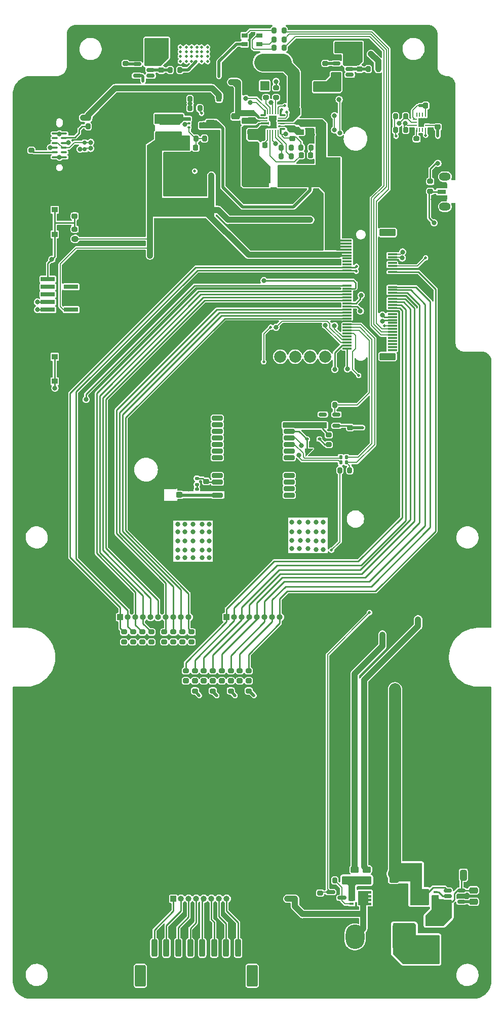
<source format=gbr>
%TF.GenerationSoftware,KiCad,Pcbnew,7.0.10*%
%TF.CreationDate,2024-03-08T14:55:51+08:00*%
%TF.ProjectId,solar_board,736f6c61-725f-4626-9f61-72642e6b6963,rev?*%
%TF.SameCoordinates,Original*%
%TF.FileFunction,Copper,L1,Top*%
%TF.FilePolarity,Positive*%
%FSLAX46Y46*%
G04 Gerber Fmt 4.6, Leading zero omitted, Abs format (unit mm)*
G04 Created by KiCad (PCBNEW 7.0.10) date 2024-03-08 14:55:51*
%MOMM*%
%LPD*%
G01*
G04 APERTURE LIST*
G04 Aperture macros list*
%AMRoundRect*
0 Rectangle with rounded corners*
0 $1 Rounding radius*
0 $2 $3 $4 $5 $6 $7 $8 $9 X,Y pos of 4 corners*
0 Add a 4 corners polygon primitive as box body*
4,1,4,$2,$3,$4,$5,$6,$7,$8,$9,$2,$3,0*
0 Add four circle primitives for the rounded corners*
1,1,$1+$1,$2,$3*
1,1,$1+$1,$4,$5*
1,1,$1+$1,$6,$7*
1,1,$1+$1,$8,$9*
0 Add four rect primitives between the rounded corners*
20,1,$1+$1,$2,$3,$4,$5,0*
20,1,$1+$1,$4,$5,$6,$7,0*
20,1,$1+$1,$6,$7,$8,$9,0*
20,1,$1+$1,$8,$9,$2,$3,0*%
%AMFreePoly0*
4,1,5,0.300000,-0.300000,-0.300000,-0.300000,-0.300000,0.300000,0.300000,0.300000,0.300000,-0.300000,0.300000,-0.300000,$1*%
%AMFreePoly1*
4,1,5,0.500000,-1.750000,-0.500000,-1.750000,-0.500000,1.750000,0.500000,1.750000,0.500000,-1.750000,0.500000,-1.750000,$1*%
%AMFreePoly2*
4,1,17,1.395000,0.765000,0.855000,0.765000,0.855000,0.535000,1.395000,0.535000,1.395000,0.115000,0.855000,0.115000,0.855000,-0.115000,1.395000,-0.115000,1.395000,-0.535000,0.855000,-0.535000,0.855000,-0.765000,1.395000,-0.765000,1.395000,-1.185000,-0.855000,-1.185000,-0.855000,1.185000,1.395000,1.185000,1.395000,0.765000,1.395000,0.765000,$1*%
G04 Aperture macros list end*
%TA.AperFunction,EtchedComponent*%
%ADD10C,0.010000*%
%TD*%
%TA.AperFunction,SMDPad,CuDef*%
%ADD11RoundRect,0.135000X0.185000X-0.135000X0.185000X0.135000X-0.185000X0.135000X-0.185000X-0.135000X0*%
%TD*%
%TA.AperFunction,SMDPad,CuDef*%
%ADD12RoundRect,0.147500X0.172500X-0.147500X0.172500X0.147500X-0.172500X0.147500X-0.172500X-0.147500X0*%
%TD*%
%TA.AperFunction,SMDPad,CuDef*%
%ADD13RoundRect,0.036000X-0.739000X0.114000X-0.739000X-0.114000X0.739000X-0.114000X0.739000X0.114000X0*%
%TD*%
%TA.AperFunction,SMDPad,CuDef*%
%ADD14C,2.000000*%
%TD*%
%TA.AperFunction,ComponentPad*%
%ADD15C,7.000000*%
%TD*%
%TA.AperFunction,SMDPad,CuDef*%
%ADD16RoundRect,0.252000X-1.123000X0.348000X-1.123000X-0.348000X1.123000X-0.348000X1.123000X0.348000X0*%
%TD*%
%TA.AperFunction,SMDPad,CuDef*%
%ADD17RoundRect,0.200000X-0.200000X-0.275000X0.200000X-0.275000X0.200000X0.275000X-0.200000X0.275000X0*%
%TD*%
%TA.AperFunction,SMDPad,CuDef*%
%ADD18RoundRect,0.200000X-0.275000X0.200000X-0.275000X-0.200000X0.275000X-0.200000X0.275000X0.200000X0*%
%TD*%
%TA.AperFunction,SMDPad,CuDef*%
%ADD19RoundRect,0.200000X0.200000X0.275000X-0.200000X0.275000X-0.200000X-0.275000X0.200000X-0.275000X0*%
%TD*%
%TA.AperFunction,SMDPad,CuDef*%
%ADD20RoundRect,0.225000X0.250000X-0.225000X0.250000X0.225000X-0.250000X0.225000X-0.250000X-0.225000X0*%
%TD*%
%TA.AperFunction,ComponentPad*%
%ADD21R,1.000000X1.000000*%
%TD*%
%TA.AperFunction,ComponentPad*%
%ADD22O,1.000000X1.000000*%
%TD*%
%TA.AperFunction,SMDPad,CuDef*%
%ADD23RoundRect,0.200000X0.275000X-0.200000X0.275000X0.200000X-0.275000X0.200000X-0.275000X-0.200000X0*%
%TD*%
%TA.AperFunction,SMDPad,CuDef*%
%ADD24RoundRect,0.250000X0.625000X-0.375000X0.625000X0.375000X-0.625000X0.375000X-0.625000X-0.375000X0*%
%TD*%
%TA.AperFunction,SMDPad,CuDef*%
%ADD25RoundRect,0.250000X0.325000X0.650000X-0.325000X0.650000X-0.325000X-0.650000X0.325000X-0.650000X0*%
%TD*%
%TA.AperFunction,SMDPad,CuDef*%
%ADD26RoundRect,0.225000X-0.225000X-0.250000X0.225000X-0.250000X0.225000X0.250000X-0.225000X0.250000X0*%
%TD*%
%TA.AperFunction,SMDPad,CuDef*%
%ADD27RoundRect,0.250000X-0.250000X-0.475000X0.250000X-0.475000X0.250000X0.475000X-0.250000X0.475000X0*%
%TD*%
%TA.AperFunction,SMDPad,CuDef*%
%ADD28FreePoly0,180.000000*%
%TD*%
%TA.AperFunction,SMDPad,CuDef*%
%ADD29FreePoly1,270.000000*%
%TD*%
%TA.AperFunction,SMDPad,CuDef*%
%ADD30R,0.700000X0.420000*%
%TD*%
%TA.AperFunction,SMDPad,CuDef*%
%ADD31FreePoly2,180.000000*%
%TD*%
%TA.AperFunction,SMDPad,CuDef*%
%ADD32RoundRect,0.150000X-0.200000X0.150000X-0.200000X-0.150000X0.200000X-0.150000X0.200000X0.150000X0*%
%TD*%
%TA.AperFunction,SMDPad,CuDef*%
%ADD33RoundRect,0.250000X-0.475000X0.250000X-0.475000X-0.250000X0.475000X-0.250000X0.475000X0.250000X0*%
%TD*%
%TA.AperFunction,SMDPad,CuDef*%
%ADD34RoundRect,0.147500X0.147500X0.172500X-0.147500X0.172500X-0.147500X-0.172500X0.147500X-0.172500X0*%
%TD*%
%TA.AperFunction,SMDPad,CuDef*%
%ADD35RoundRect,0.112500X-0.187500X-0.112500X0.187500X-0.112500X0.187500X0.112500X-0.187500X0.112500X0*%
%TD*%
%TA.AperFunction,SMDPad,CuDef*%
%ADD36R,1.000000X0.900000*%
%TD*%
%TA.AperFunction,SMDPad,CuDef*%
%ADD37RoundRect,0.150000X-0.587500X-0.150000X0.587500X-0.150000X0.587500X0.150000X-0.587500X0.150000X0*%
%TD*%
%TA.AperFunction,SMDPad,CuDef*%
%ADD38RoundRect,0.250000X0.250000X1.200000X-0.250000X1.200000X-0.250000X-1.200000X0.250000X-1.200000X0*%
%TD*%
%TA.AperFunction,SMDPad,CuDef*%
%ADD39RoundRect,0.250000X0.650000X1.550000X-0.650000X1.550000X-0.650000X-1.550000X0.650000X-1.550000X0*%
%TD*%
%TA.AperFunction,SMDPad,CuDef*%
%ADD40RoundRect,0.225000X-0.250000X0.225000X-0.250000X-0.225000X0.250000X-0.225000X0.250000X0.225000X0*%
%TD*%
%TA.AperFunction,SMDPad,CuDef*%
%ADD41RoundRect,0.200000X-0.700000X-0.200000X0.700000X-0.200000X0.700000X0.200000X-0.700000X0.200000X0*%
%TD*%
%TA.AperFunction,SMDPad,CuDef*%
%ADD42R,0.250000X0.675000*%
%TD*%
%TA.AperFunction,SMDPad,CuDef*%
%ADD43R,0.675000X0.250000*%
%TD*%
%TA.AperFunction,SMDPad,CuDef*%
%ADD44RoundRect,0.250000X0.275000X0.250000X-0.275000X0.250000X-0.275000X-0.250000X0.275000X-0.250000X0*%
%TD*%
%TA.AperFunction,SMDPad,CuDef*%
%ADD45RoundRect,0.250000X0.850000X0.275000X-0.850000X0.275000X-0.850000X-0.275000X0.850000X-0.275000X0*%
%TD*%
%TA.AperFunction,SMDPad,CuDef*%
%ADD46RoundRect,0.150000X0.200000X-0.150000X0.200000X0.150000X-0.200000X0.150000X-0.200000X-0.150000X0*%
%TD*%
%TA.AperFunction,SMDPad,CuDef*%
%ADD47RoundRect,0.218750X-0.218750X-0.256250X0.218750X-0.256250X0.218750X0.256250X-0.218750X0.256250X0*%
%TD*%
%TA.AperFunction,SMDPad,CuDef*%
%ADD48RoundRect,0.150000X-0.512500X-0.150000X0.512500X-0.150000X0.512500X0.150000X-0.512500X0.150000X0*%
%TD*%
%TA.AperFunction,ComponentPad*%
%ADD49RoundRect,0.250000X1.330000X1.800000X-1.330000X1.800000X-1.330000X-1.800000X1.330000X-1.800000X0*%
%TD*%
%TA.AperFunction,ComponentPad*%
%ADD50O,3.160000X4.100000*%
%TD*%
%TA.AperFunction,SMDPad,CuDef*%
%ADD51RoundRect,0.250000X-0.412500X-0.925000X0.412500X-0.925000X0.412500X0.925000X-0.412500X0.925000X0*%
%TD*%
%TA.AperFunction,SMDPad,CuDef*%
%ADD52RoundRect,0.147500X-0.147500X-0.172500X0.147500X-0.172500X0.147500X0.172500X-0.147500X0.172500X0*%
%TD*%
%TA.AperFunction,SMDPad,CuDef*%
%ADD53R,1.500000X3.600000*%
%TD*%
%TA.AperFunction,SMDPad,CuDef*%
%ADD54RoundRect,0.250000X0.450000X-0.262500X0.450000X0.262500X-0.450000X0.262500X-0.450000X-0.262500X0*%
%TD*%
%TA.AperFunction,SMDPad,CuDef*%
%ADD55RoundRect,0.250000X-0.550000X1.250000X-0.550000X-1.250000X0.550000X-1.250000X0.550000X1.250000X0*%
%TD*%
%TA.AperFunction,SMDPad,CuDef*%
%ADD56RoundRect,0.250000X0.650000X-1.000000X0.650000X1.000000X-0.650000X1.000000X-0.650000X-1.000000X0*%
%TD*%
%TA.AperFunction,SMDPad,CuDef*%
%ADD57RoundRect,0.075000X0.150000X-0.075000X0.150000X0.075000X-0.150000X0.075000X-0.150000X-0.075000X0*%
%TD*%
%TA.AperFunction,SMDPad,CuDef*%
%ADD58RoundRect,0.250000X0.250000X0.550000X-0.250000X0.550000X-0.250000X-0.550000X0.250000X-0.550000X0*%
%TD*%
%TA.AperFunction,SMDPad,CuDef*%
%ADD59RoundRect,0.150000X0.512500X0.150000X-0.512500X0.150000X-0.512500X-0.150000X0.512500X-0.150000X0*%
%TD*%
%TA.AperFunction,SMDPad,CuDef*%
%ADD60RoundRect,0.075000X0.425000X-0.075000X0.425000X0.075000X-0.425000X0.075000X-0.425000X-0.075000X0*%
%TD*%
%TA.AperFunction,ComponentPad*%
%ADD61C,1.100000*%
%TD*%
%TA.AperFunction,SMDPad,CuDef*%
%ADD62RoundRect,0.250000X-0.450000X-0.425000X0.450000X-0.425000X0.450000X0.425000X-0.450000X0.425000X0*%
%TD*%
%TA.AperFunction,SMDPad,CuDef*%
%ADD63RoundRect,0.062500X0.062500X-0.117500X0.062500X0.117500X-0.062500X0.117500X-0.062500X-0.117500X0*%
%TD*%
%TA.AperFunction,SMDPad,CuDef*%
%ADD64R,0.500000X0.200000*%
%TD*%
%TA.AperFunction,SMDPad,CuDef*%
%ADD65R,1.200000X0.200000*%
%TD*%
%TA.AperFunction,SMDPad,CuDef*%
%ADD66R,0.200000X0.500000*%
%TD*%
%TA.AperFunction,SMDPad,CuDef*%
%ADD67R,0.200000X0.800000*%
%TD*%
%TA.AperFunction,SMDPad,CuDef*%
%ADD68R,1.000000X0.800000*%
%TD*%
%TA.AperFunction,SMDPad,CuDef*%
%ADD69R,1.400000X0.800000*%
%TD*%
%TA.AperFunction,ComponentPad*%
%ADD70RoundRect,0.700000X0.250000X0.000000X0.250000X0.000000X-0.250000X0.000000X-0.250000X0.000000X0*%
%TD*%
%TA.AperFunction,SMDPad,CuDef*%
%ADD71RoundRect,0.250000X0.475000X-0.250000X0.475000X0.250000X-0.475000X0.250000X-0.475000X-0.250000X0*%
%TD*%
%TA.AperFunction,SMDPad,CuDef*%
%ADD72RoundRect,0.225000X0.225000X0.375000X-0.225000X0.375000X-0.225000X-0.375000X0.225000X-0.375000X0*%
%TD*%
%TA.AperFunction,SMDPad,CuDef*%
%ADD73RoundRect,0.225000X0.225000X0.250000X-0.225000X0.250000X-0.225000X-0.250000X0.225000X-0.250000X0*%
%TD*%
%TA.AperFunction,SMDPad,CuDef*%
%ADD74R,3.700000X1.100000*%
%TD*%
%TA.AperFunction,SMDPad,CuDef*%
%ADD75R,2.400000X0.740000*%
%TD*%
%TA.AperFunction,SMDPad,CuDef*%
%ADD76FreePoly2,0.000000*%
%TD*%
%TA.AperFunction,ViaPad*%
%ADD77C,0.500000*%
%TD*%
%TA.AperFunction,ViaPad*%
%ADD78C,0.800000*%
%TD*%
%TA.AperFunction,Conductor*%
%ADD79C,0.200000*%
%TD*%
%TA.AperFunction,Conductor*%
%ADD80C,0.250000*%
%TD*%
%TA.AperFunction,Conductor*%
%ADD81C,2.000000*%
%TD*%
%TA.AperFunction,Conductor*%
%ADD82C,0.300000*%
%TD*%
%TA.AperFunction,Conductor*%
%ADD83C,0.500000*%
%TD*%
%TA.AperFunction,Conductor*%
%ADD84C,1.000000*%
%TD*%
%TA.AperFunction,Conductor*%
%ADD85C,0.254000*%
%TD*%
%TA.AperFunction,Conductor*%
%ADD86C,0.100000*%
%TD*%
%TA.AperFunction,Conductor*%
%ADD87C,3.000000*%
%TD*%
G04 APERTURE END LIST*
%TO.C,C22*%
D10*
X113680000Y-92790001D02*
X113680000Y-91540001D01*
X114930000Y-91540001D01*
X113680000Y-92790001D01*
%TA.AperFunction,EtchedComponent*%
G36*
X113680000Y-92790001D02*
G01*
X113680000Y-91540001D01*
X114930000Y-91540001D01*
X113680000Y-92790001D01*
G37*
%TD.AperFunction*%
%TD*%
D11*
%TO.P,R55,1*%
%TO.N,Net-(L3-Pad2)*%
X95551600Y-97503201D03*
%TO.P,R55,2*%
%TO.N,Net-(U8-VCC_RF)*%
X95551600Y-96483201D03*
%TD*%
D12*
%TO.P,L3,1,1*%
%TO.N,Net-(D7-A2)*%
X95551600Y-99307001D03*
%TO.P,L3,2,2*%
%TO.N,Net-(L3-Pad2)*%
X95551600Y-98337001D03*
%TD*%
D13*
%TO.P,U1,1,GND*%
%TO.N,GND*%
X128224000Y-56563001D03*
%TO.P,U1,2,VCC*%
%TO.N,VSYS*%
X120674000Y-56813001D03*
%TO.P,U1,3,GND*%
%TO.N,GND*%
X128224000Y-57063001D03*
%TO.P,U1,4,VCC*%
%TO.N,VSYS*%
X120674000Y-57313001D03*
%TO.P,U1,5,GND*%
%TO.N,GND*%
X128224000Y-57563001D03*
%TO.P,U1,6,VCC*%
%TO.N,VSYS*%
X120674000Y-57813001D03*
%TO.P,U1,7,GND*%
%TO.N,GND*%
X128224000Y-58063001D03*
%TO.P,U1,8,VCC*%
%TO.N,VSYS*%
X120674000Y-58313001D03*
%TO.P,U1,9,GND*%
%TO.N,GND*%
X128224000Y-58563001D03*
%TO.P,U1,10,3.3V*%
%TO.N,+3.3V*%
X120674000Y-58813001D03*
%TO.P,U1,11,USB_P*%
%TO.N,D+*%
X128224000Y-59063001D03*
%TO.P,U1,12,3.3V*%
%TO.N,+3.3V*%
X120674000Y-59313001D03*
%TO.P,U1,13,USB_N*%
%TO.N,D-*%
X128224000Y-59563001D03*
%TO.P,U1,14,NC*%
%TO.N,unconnected-(U1A-NC-Pad14)*%
X120674000Y-59813001D03*
%TO.P,U1,15,GND*%
%TO.N,GND*%
X128224000Y-60063001D03*
%TO.P,U1,16,NC*%
%TO.N,unconnected-(U1A-NC-Pad16)*%
X120674000Y-60313001D03*
%TO.P,U1,17,D21*%
%TO.N,unconnected-(U1A-D21-Pad17)*%
X128224000Y-60563001D03*
%TO.P,U1,18,GNSS_TXD*%
%TO.N,unconnected-(U1A-GNSS_TXD-Pad18)*%
X120674000Y-60813001D03*
%TO.P,U1,19,D20*%
%TO.N,ACCEL_INT*%
X128224000Y-61063001D03*
%TO.P,U1,20,SCL*%
%TO.N,EXT_I2C_SCL*%
X120674000Y-61313001D03*
%TO.P,U1,21,GND*%
%TO.N,GND*%
X128224000Y-61563001D03*
%TO.P,U1,22,SDA*%
%TO.N,EXT_I2C_SDA*%
X120674000Y-61813001D03*
%TO.P,U1,23,ADC0*%
%TO.N,EXT_A0*%
X128224000Y-62063001D03*
%TO.P,U1,32,~{MODE}*%
%TO.N,Net-(SW1-A)*%
X120674000Y-64313001D03*
%TO.P,U1,33,ADC1*%
%TO.N,EXT_A1*%
X128224000Y-64563001D03*
%TO.P,U1,34,~{RESET}*%
%TO.N,~{RESET}*%
X120674000Y-64813001D03*
%TO.P,U1,35,ADC2*%
%TO.N,EXT_A2*%
X128224000Y-65063001D03*
%TO.P,U1,36,TXD*%
%TO.N,EXT_UART_TXD*%
X120674000Y-65313001D03*
%TO.P,U1,37,ADC3*%
%TO.N,EXT_A3*%
X128224000Y-65563001D03*
%TO.P,U1,38,RXD*%
%TO.N,EXT_UART_RXD*%
X120674000Y-65813001D03*
%TO.P,U1,39,GND*%
%TO.N,GND*%
X128224000Y-66063001D03*
%TO.P,U1,40,CTS*%
%TO.N,EXT_UART_CTS*%
X120674000Y-66313001D03*
%TO.P,U1,41,ADC4*%
%TO.N,EXT_A4*%
X128224000Y-66563001D03*
%TO.P,U1,42,RTS*%
%TO.N,EXT_UART_RTS*%
X120674000Y-66813001D03*
%TO.P,U1,43,ADC5*%
%TO.N,EXT_A5*%
X128224000Y-67063001D03*
%TO.P,U1,44,MODEM_USB_P*%
%TO.N,Net-(U1A-MODEM_USB_P)*%
X120674000Y-67313001D03*
%TO.P,U1,45,ADC6*%
%TO.N,EXT_A6*%
X128224000Y-67563001D03*
%TO.P,U1,46,MODEM_USB_N*%
%TO.N,Net-(U1A-MODEM_USB_N)*%
X120674000Y-67813001D03*
%TO.P,U1,47,ADC7*%
%TO.N,EXT_A7*%
X128224000Y-68063001D03*
%TO.P,U1,48,CS*%
%TO.N,EXT_SPI_CS*%
X120674000Y-68313001D03*
%TO.P,U1,49,GND*%
%TO.N,GND*%
X128224000Y-68563001D03*
%TO.P,U1,50,MISO*%
%TO.N,EXT_SPI_MISO*%
X120674000Y-68813001D03*
%TO.P,U1,51,NC*%
%TO.N,unconnected-(U1A-NC-Pad51)*%
X128224000Y-69063001D03*
%TO.P,U1,52,MOSI*%
%TO.N,EXT_SPI_MOSI*%
X120674000Y-69313001D03*
%TO.P,U1,53,SWD_CLK*%
%TO.N,Net-(J6-SWCLK{slash}TCK)*%
X128224000Y-69563001D03*
%TO.P,U1,54,SCLK*%
%TO.N,EXT_SPI_SCLK*%
X120674000Y-69813001D03*
%TO.P,U1,55,SWD_DIO*%
%TO.N,Net-(J6-SWDIO{slash}TMS)*%
X128224000Y-70063001D03*
%TO.P,U1,56,GND*%
%TO.N,GND*%
X120674000Y-70313001D03*
%TO.P,U1,57,NC*%
%TO.N,unconnected-(U1A-NC-Pad57)*%
X128224000Y-70563001D03*
%TO.P,U1,58,D24*%
%TO.N,GNSS_RXD*%
X120674000Y-70813001D03*
%TO.P,U1,59,D26*%
%TO.N,DCDC_MODE*%
X128224000Y-71063001D03*
%TO.P,U1,60,D25*%
%TO.N,GNSS_TXD*%
X120674000Y-71313001D03*
%TO.P,U1,61,RGB_RED*%
%TO.N,Net-(U1A-RGB_RED)*%
X128224000Y-71563001D03*
%TO.P,U1,62,D22*%
%TO.N,GNSS_PWR_EN*%
X120674000Y-71813001D03*
%TO.P,U1,63,RGB_GREEN*%
%TO.N,Net-(U1A-RGB_GREEN)*%
X128224000Y-72063001D03*
%TO.P,U1,64,D23*%
%TO.N,PWR_VOUT_CTL*%
X120674000Y-72313001D03*
%TO.P,U1,65,RGB_BLUE*%
%TO.N,Net-(U1A-RGB_BLUE)*%
X128224000Y-72563001D03*
%TO.P,U1,66,D4*%
%TO.N,PMIC_OTG*%
X120674000Y-72813001D03*
%TO.P,U1,67,SIM_VCC*%
%TO.N,unconnected-(U1A-SIM_VCC-Pad67)*%
X128224000Y-73063001D03*
%TO.P,U1,68,D5*%
%TO.N,PMIC_INT*%
X120674000Y-73313001D03*
%TO.P,U1,69,SIM_RST*%
%TO.N,unconnected-(U1A-SIM_RST-Pad69)*%
X128224000Y-73563001D03*
%TO.P,U1,70,D6*%
%TO.N,~{PMIC_CE}*%
X120674000Y-73813001D03*
%TO.P,U1,71,SIM_CLK*%
%TO.N,unconnected-(U1A-SIM_CLK-Pad71)*%
X128224000Y-74063001D03*
%TO.P,U1,72,D7*%
%TO.N,Net-(U1A-D7)*%
X120674000Y-74313001D03*
%TO.P,U1,73,SIM_DATA*%
%TO.N,unconnected-(U1A-SIM_DATA-Pad73)*%
X128224000Y-74563001D03*
%TO.P,U1,74,MODEM_VBUS*%
%TO.N,Net-(U1A-MODEM_VBUS)*%
X120674000Y-74813001D03*
%TO.P,U1,75,NC*%
%TO.N,unconnected-(U1A-NC-Pad75)*%
X128224000Y-75063001D03*
D14*
%TO.P,U1,76,~{RESET}*%
%TO.N,unconnected-(U1B-~{RESET}-Pad76)*%
X116989000Y-76183001D03*
%TO.P,U1,77,SWO*%
%TO.N,unconnected-(U1B-SWO-Pad77)*%
X114489000Y-76183001D03*
%TO.P,U1,78,SWDIO*%
%TO.N,unconnected-(U1B-SWDIO-Pad78)*%
X111989000Y-76183001D03*
%TO.P,U1,79,SWDCLK*%
%TO.N,unconnected-(U1B-SWDCLK-Pad79)*%
X109489000Y-76183001D03*
D15*
%TO.P,U1,80,GND*%
%TO.N,GND*%
X82489000Y-65832001D03*
D16*
%TO.P,U1,S1*%
%TO.N,N/C*%
X127449000Y-55463001D03*
%TO.P,U1,S2*%
X127449000Y-76163001D03*
%TD*%
D17*
%TO.P,R14,1*%
%TO.N,Net-(D2-RK)*%
X108468000Y-21733001D03*
%TO.P,R14,2*%
%TO.N,Net-(U1A-RGB_RED)*%
X110118000Y-21733001D03*
%TD*%
D18*
%TO.P,R20,1*%
%TO.N,PWR_VOUT_CTL*%
X116150032Y-165664832D03*
%TO.P,R20,2*%
%TO.N,GND*%
X116150032Y-167314832D03*
%TD*%
D19*
%TO.P,R17,1*%
%TO.N,GND*%
X79003000Y-37735001D03*
%TO.P,R17,2*%
%TO.N,Net-(J2-CC2)*%
X77353000Y-37735001D03*
%TD*%
D20*
%TO.P,C17,1*%
%TO.N,VSYS*%
X121180000Y-88015001D03*
%TO.P,C17,2*%
%TO.N,GND*%
X121180000Y-86465001D03*
%TD*%
%TO.P,C8,1*%
%TO.N,/power management/VREF*%
X111482000Y-39780001D03*
%TO.P,C8,2*%
%TO.N,GNDA*%
X111482000Y-38230001D03*
%TD*%
D21*
%TO.P,J7,1,Pin_1*%
%TO.N,EXT_I2C_SCL*%
X82750000Y-119650001D03*
D22*
%TO.P,J7,2,Pin_2*%
%TO.N,EXT_I2C_SDA*%
X84020000Y-119650001D03*
%TO.P,J7,3,Pin_3*%
%TO.N,EXT_UART_TXD*%
X85290000Y-119650001D03*
%TO.P,J7,4,Pin_4*%
%TO.N,EXT_UART_RXD*%
X86560000Y-119650001D03*
%TO.P,J7,5,Pin_5*%
%TO.N,EXT_UART_CTS*%
X87830000Y-119650001D03*
%TO.P,J7,6,Pin_6*%
%TO.N,EXT_UART_RTS*%
X89100000Y-119650001D03*
%TO.P,J7,7,Pin_7*%
%TO.N,EXT_SPI_CS*%
X90370000Y-119650001D03*
%TO.P,J7,8,Pin_8*%
%TO.N,EXT_SPI_MISO*%
X91640000Y-119650001D03*
%TO.P,J7,9,Pin_9*%
%TO.N,EXT_SPI_MOSI*%
X92910000Y-119650001D03*
%TO.P,J7,10,Pin_10*%
%TO.N,EXT_SPI_SCLK*%
X94180000Y-119650001D03*
%TD*%
D23*
%TO.P,R43,1*%
%TO.N,Net-(J1-Pin_5)*%
X99720000Y-130254001D03*
%TO.P,R43,2*%
%TO.N,EXT_A3*%
X99720000Y-128604001D03*
%TD*%
D18*
%TO.P,R34,1*%
%TO.N,Net-(J1-Pin_5)*%
X99720000Y-130304001D03*
%TO.P,R34,2*%
%TO.N,GND*%
X99720000Y-131954001D03*
%TD*%
D23*
%TO.P,R30,1*%
%TO.N,Net-(J1-Pin_1)*%
X83385000Y-123776001D03*
%TO.P,R30,2*%
%TO.N,EXT_I2C_SCL*%
X83385000Y-122126001D03*
%TD*%
D18*
%TO.P,R18,1*%
%TO.N,GND*%
X67891000Y-40085001D03*
%TO.P,R18,2*%
%TO.N,Net-(J2-CC1)*%
X67891000Y-41735001D03*
%TD*%
D24*
%TO.P,F1,1*%
%TO.N,PWR_IN*%
X134744968Y-173270170D03*
%TO.P,F1,2*%
%TO.N,Net-(U3-ANODE)*%
X134744968Y-170470170D03*
%TD*%
D25*
%TO.P,C1,1*%
%TO.N,Net-(U3-ANODE)*%
X140105000Y-162703001D03*
%TO.P,C1,2*%
%TO.N,GND*%
X137155000Y-162703001D03*
%TD*%
D26*
%TO.P,C26,1*%
%TO.N,POSITIVE_1*%
X111850000Y-34252001D03*
%TO.P,C26,2*%
%TO.N,GND*%
X113400000Y-34252001D03*
%TD*%
D27*
%TO.P,C3,1*%
%TO.N,Net-(D8-K)*%
X132595032Y-162703001D03*
%TO.P,C3,2*%
%TO.N,GND*%
X134495032Y-162703001D03*
%TD*%
D17*
%TO.P,R6,1*%
%TO.N,Net-(U2-NTC)*%
X109644000Y-42742001D03*
%TO.P,R6,2*%
%TO.N,Net-(U2-VNTC)*%
X111294000Y-42742001D03*
%TD*%
D23*
%TO.P,R54,1*%
%TO.N,Net-(U1A-D7)*%
X134566000Y-48593001D03*
%TO.P,R54,2*%
%TO.N,+3.3V*%
X134566000Y-46943001D03*
%TD*%
D17*
%TO.P,R16,1*%
%TO.N,Net-(D2-BK)*%
X108468000Y-24654001D03*
%TO.P,R16,2*%
%TO.N,Net-(U1A-RGB_BLUE)*%
X110118000Y-24654001D03*
%TD*%
D28*
%TO.P,C22,1*%
%TO.N,Net-(D6-K)*%
X113980000Y-91890001D03*
D29*
%TO.P,C22,2*%
%TO.N,GND*%
X115458000Y-95756401D03*
%TD*%
D26*
%TO.P,C20,1*%
%TO.N,+3.3V*%
X133791000Y-34306001D03*
%TO.P,C20,2*%
%TO.N,GND*%
X135341000Y-34306001D03*
%TD*%
D18*
%TO.P,R37,1*%
%TO.N,Net-(J1-Pin_2)*%
X95220000Y-130304001D03*
%TO.P,R37,2*%
%TO.N,+3.3V*%
X95220000Y-131954001D03*
%TD*%
D23*
%TO.P,R11,1*%
%TO.N,GND*%
X117040000Y-28908001D03*
%TO.P,R11,2*%
%TO.N,Net-(U6-V-)*%
X117040000Y-27258001D03*
%TD*%
D30*
%TO.P,Q1,1,S*%
%TO.N,Net-(U3-ANODE)*%
X135450032Y-167464832D03*
%TO.P,Q1,2,S*%
X135450032Y-166814832D03*
%TO.P,Q1,3,S*%
X135450032Y-166164832D03*
%TO.P,Q1,4,G*%
%TO.N,Net-(Q1-G)*%
X135450032Y-165514832D03*
D31*
%TO.P,Q1,5,D*%
%TO.N,Net-(D8-K)*%
X133495032Y-166489832D03*
%TD*%
D32*
%TO.P,D3,1,K*%
%TO.N,D-*%
X76781000Y-40467001D03*
%TO.P,D3,2,A*%
%TO.N,GND*%
X76781000Y-39067001D03*
%TD*%
D23*
%TO.P,R28,1*%
%TO.N,Net-(J1-Pin_3)*%
X86433000Y-123776001D03*
%TO.P,R28,2*%
%TO.N,EXT_UART_TXD*%
X86433000Y-122126001D03*
%TD*%
D33*
%TO.P,C2,1*%
%TO.N,Net-(U3-ANODE)*%
X141800032Y-165244832D03*
%TO.P,C2,2*%
%TO.N,Net-(U3-VCAP)*%
X141800032Y-167144832D03*
%TD*%
D18*
%TO.P,R35,1*%
%TO.N,Net-(J1-Pin_4)*%
X98220000Y-130304001D03*
%TO.P,R35,2*%
%TO.N,+3.3V*%
X98220000Y-131954001D03*
%TD*%
D34*
%TO.P,FB1,1*%
%TO.N,GNSS_TXD*%
X120565000Y-92940001D03*
%TO.P,FB1,2*%
%TO.N,Net-(U8-TXD{slash}SPI_MISO)*%
X119595000Y-92940001D03*
%TD*%
D19*
%TO.P,R53,1*%
%TO.N,GNSS_RXD*%
X121105000Y-95140001D03*
%TO.P,R53,2*%
%TO.N,+3.3V*%
X119455000Y-95140001D03*
%TD*%
D23*
%TO.P,R3,1*%
%TO.N,Net-(U2-ILIM)*%
X107134000Y-32972001D03*
%TO.P,R3,2*%
%TO.N,GNDA*%
X107134000Y-31322001D03*
%TD*%
D35*
%TO.P,D6,1,K*%
%TO.N,Net-(D6-K)*%
X113930000Y-89940001D03*
%TO.P,D6,2,A*%
%TO.N,Net-(D6-A)*%
X116030000Y-89940001D03*
%TD*%
D18*
%TO.P,R32,1*%
%TO.N,Net-(J1-Pin_7)*%
X102720000Y-130304001D03*
%TO.P,R32,2*%
%TO.N,GND*%
X102720000Y-131954001D03*
%TD*%
D36*
%TO.P,SW1,1,1*%
%TO.N,Net-(SW1-A)*%
X71790000Y-80298001D03*
X71790000Y-76198001D03*
%TO.P,SW1,2,2*%
%TO.N,GND*%
X73390000Y-80298001D03*
X73390000Y-76198001D03*
%TD*%
D37*
%TO.P,Q3,1,G*%
%TO.N,PWR_VOUT_CTL*%
X117912532Y-165539832D03*
%TO.P,Q3,2,S*%
%TO.N,GND*%
X117912532Y-167439832D03*
%TO.P,Q3,3,D*%
%TO.N,Net-(Q2-G)*%
X119787532Y-166489832D03*
%TD*%
D38*
%TO.P,J3,1,Pin_1*%
%TO.N,Net-(J1-Pin_8)*%
X102450000Y-174840001D03*
%TO.P,J3,2,Pin_2*%
%TO.N,Net-(J1-Pin_7)*%
X100450000Y-174840001D03*
%TO.P,J3,3,Pin_3*%
%TO.N,Net-(J1-Pin_6)*%
X98450000Y-174840001D03*
%TO.P,J3,4,Pin_4*%
%TO.N,Net-(J1-Pin_5)*%
X96450000Y-174840001D03*
%TO.P,J3,5,Pin_5*%
%TO.N,Net-(J1-Pin_4)*%
X94450000Y-174840001D03*
%TO.P,J3,6,Pin_6*%
%TO.N,Net-(J1-Pin_3)*%
X92450000Y-174840001D03*
%TO.P,J3,7,Pin_7*%
%TO.N,Net-(J1-Pin_2)*%
X90450000Y-174840001D03*
%TO.P,J3,8,Pin_8*%
%TO.N,Net-(J1-Pin_1)*%
X88450000Y-174840001D03*
D39*
%TO.P,J3,MP*%
%TO.N,N/C*%
X104800000Y-179490001D03*
X86100000Y-179490001D03*
%TD*%
D23*
%TO.P,R25,1*%
%TO.N,Net-(J1-Pin_6)*%
X91640000Y-123777001D03*
%TO.P,R25,2*%
%TO.N,EXT_SPI_MISO*%
X91640000Y-122127001D03*
%TD*%
D36*
%TO.P,SW2,1,1*%
%TO.N,~{RESET}*%
X71790000Y-55787001D03*
X71790000Y-51687001D03*
%TO.P,SW2,2,2*%
%TO.N,GND*%
X73390000Y-55787001D03*
X73390000Y-51687001D03*
%TD*%
D23*
%TO.P,R24,1*%
%TO.N,Net-(J1-Pin_7)*%
X93164000Y-123777001D03*
%TO.P,R24,2*%
%TO.N,EXT_SPI_MOSI*%
X93164000Y-122127001D03*
%TD*%
D40*
%TO.P,C12,1*%
%TO.N,+3.3V*%
X90527000Y-41313832D03*
%TO.P,C12,2*%
%TO.N,GND*%
X90527000Y-42863832D03*
%TD*%
D41*
%TO.P,U8,1,~{SAFEBOOT}*%
%TO.N,unconnected-(U8-~{SAFEBOOT}-Pad1)*%
X98980000Y-86440001D03*
%TO.P,U8,2,D_SEL*%
%TO.N,unconnected-(U8-D_SEL-Pad2)*%
X98980000Y-87540001D03*
%TO.P,U8,3,TIMEPULSE*%
%TO.N,unconnected-(U8-TIMEPULSE-Pad3)*%
X98980000Y-88640001D03*
%TO.P,U8,4,EXTINT*%
%TO.N,unconnected-(U8-EXTINT-Pad4)*%
X98980000Y-89740001D03*
%TO.P,U8,5,USB_DM*%
%TO.N,unconnected-(U8-USB_DM-Pad5)*%
X98980000Y-90840001D03*
%TO.P,U8,6,USB_DP*%
%TO.N,unconnected-(U8-USB_DP-Pad6)*%
X98980000Y-91940001D03*
%TO.P,U8,7,VDD_USB*%
%TO.N,unconnected-(U8-VDD_USB-Pad7)*%
X98980000Y-93040001D03*
%TO.P,U8,8,~{RESET}*%
%TO.N,unconnected-(U8-~{RESET}-Pad8)*%
X98980000Y-96040001D03*
%TO.P,U8,9,VCC_RF*%
%TO.N,Net-(U8-VCC_RF)*%
X98980000Y-97140001D03*
%TO.P,U8,10,GND*%
%TO.N,GND*%
X98980000Y-98240001D03*
%TO.P,U8,11,RF_IN*%
%TO.N,Net-(D7-A2)*%
X98980000Y-99340001D03*
%TO.P,U8,12,GND*%
%TO.N,GND*%
X98980000Y-100440001D03*
%TO.P,U8,13,GND*%
X110980000Y-100440001D03*
%TO.P,U8,14,LNA_EN*%
%TO.N,unconnected-(U8-LNA_EN-Pad14)*%
X110980000Y-99340001D03*
%TO.P,U8,15,RESERVED*%
%TO.N,unconnected-(U8-RESERVED-Pad15)*%
X110980000Y-98240001D03*
%TO.P,U8,16,RESERVED*%
%TO.N,unconnected-(U8-RESERVED-Pad16)*%
X110980000Y-97140001D03*
%TO.P,U8,17,RESERVED*%
%TO.N,unconnected-(U8-RESERVED-Pad17)*%
X110980000Y-96040001D03*
%TO.P,U8,18,SDA/~{SPI_CS}*%
%TO.N,unconnected-(U8-SDA{slash}~{SPI_CS}-Pad18)*%
X110980000Y-93040001D03*
%TO.P,U8,19,SCL/SPI_CLK*%
%TO.N,unconnected-(U8-SCL{slash}SPI_CLK-Pad19)*%
X110980000Y-91940001D03*
%TO.P,U8,20,TXD/SPI_MISO*%
%TO.N,Net-(U8-TXD{slash}SPI_MISO)*%
X110980000Y-90840001D03*
%TO.P,U8,21,RXD/SPI_MOSI*%
%TO.N,Net-(U8-RXD{slash}SPI_MOSI)*%
X110980000Y-89740001D03*
%TO.P,U8,22,V_BCKP*%
%TO.N,Net-(D6-K)*%
X110980000Y-88640001D03*
%TO.P,U8,23,VCC*%
%TO.N,Net-(U7-OUT)*%
X110980000Y-87540001D03*
%TO.P,U8,24,GND*%
%TO.N,GND*%
X110980000Y-86440001D03*
%TD*%
D18*
%TO.P,R52,1*%
%TO.N,~{RESET}*%
X75130000Y-54907001D03*
%TO.P,R52,2*%
%TO.N,+3.3V*%
X75130000Y-56557001D03*
%TD*%
D42*
%TO.P,U9,1,SDO*%
%TO.N,Net-(U9-SDO)*%
X132292000Y-38362501D03*
%TO.P,U9,2,ASDx*%
%TO.N,unconnected-(U9-ASDx-Pad2)*%
X132792000Y-38362501D03*
%TO.P,U9,3,ASCx*%
%TO.N,unconnected-(U9-ASCx-Pad3)*%
X133292000Y-38362501D03*
%TO.P,U9,4,INT1*%
%TO.N,ACCEL_INT*%
X133792000Y-38362501D03*
D43*
%TO.P,U9,5,VDDIO*%
%TO.N,+3.3V*%
X134054500Y-37600001D03*
%TO.P,U9,6,GNDIO*%
%TO.N,GND*%
X134054500Y-37100001D03*
%TO.P,U9,7,GND*%
X134054500Y-36600001D03*
D42*
%TO.P,U9,8,VDD*%
%TO.N,+3.3V*%
X133792000Y-35837501D03*
%TO.P,U9,9,INT2*%
%TO.N,unconnected-(U9-INT2-Pad9)*%
X133292000Y-35837501D03*
%TO.P,U9,10,OCSB*%
%TO.N,unconnected-(U9-OCSB-Pad10)*%
X132792000Y-35837501D03*
%TO.P,U9,11,OSDO*%
%TO.N,unconnected-(U9-OSDO-Pad11)*%
X132292000Y-35837501D03*
D43*
%TO.P,U9,12,CSB*%
%TO.N,+3.3V*%
X132029500Y-36600001D03*
%TO.P,U9,13,SCx*%
%TO.N,EXT_I2C_SCL*%
X132029500Y-37100001D03*
%TO.P,U9,14,SDx*%
%TO.N,EXT_I2C_SDA*%
X132029500Y-37600001D03*
%TD*%
D44*
%TO.P,J5,1,In*%
%TO.N,Net-(D7-A2)*%
X92630000Y-99240001D03*
D45*
%TO.P,J5,2,Ext*%
%TO.N,GND*%
X91105000Y-100715001D03*
X91105000Y-97765001D03*
%TD*%
D21*
%TO.P,J9,1,Pin_1*%
%TO.N,GND*%
X108150000Y-166640001D03*
D22*
%TO.P,J9,2,Pin_2*%
X109420000Y-166640001D03*
%TO.P,J9,3,Pin_3*%
%TO.N,PWR_OUT*%
X110690000Y-166640001D03*
%TO.P,J9,4,Pin_4*%
X111960000Y-166640001D03*
%TD*%
D46*
%TO.P,D4,1,K*%
%TO.N,D+*%
X76781000Y-41607001D03*
%TO.P,D4,2,A*%
%TO.N,GND*%
X76781000Y-43007001D03*
%TD*%
D23*
%TO.P,R48,1*%
%TO.N,GND*%
X132280000Y-41481001D03*
%TO.P,R48,2*%
%TO.N,Net-(U9-SDO)*%
X132280000Y-39831001D03*
%TD*%
%TO.P,R44,1*%
%TO.N,Net-(J1-Pin_6)*%
X101220000Y-130254001D03*
%TO.P,R44,2*%
%TO.N,EXT_A2*%
X101220000Y-128604001D03*
%TD*%
D47*
%TO.P,D1,1,K*%
%TO.N,Net-(D1-K)*%
X113013500Y-42561001D03*
%TO.P,D1,2,A*%
%TO.N,Net-(D1-A)*%
X114588500Y-42561001D03*
%TD*%
D18*
%TO.P,R31,1*%
%TO.N,Net-(J1-Pin_8)*%
X104220000Y-130304001D03*
%TO.P,R31,2*%
%TO.N,+3.3V*%
X104220000Y-131954001D03*
%TD*%
D48*
%TO.P,U5,1,V-*%
%TO.N,Net-(U5-V-)*%
X85549500Y-27387001D03*
%TO.P,U5,2,S1*%
%TO.N,GND*%
X85549500Y-28337001D03*
%TO.P,U5,3,S2*%
%TO.N,NEGATIVE_2*%
X85549500Y-29287001D03*
%TO.P,U5,4,D*%
%TO.N,unconnected-(U5-D-Pad4)*%
X87824500Y-29287001D03*
%TO.P,U5,5,VDD*%
%TO.N,Net-(U5-VDD)*%
X87824500Y-28337001D03*
%TO.P,U5,6,VSS*%
%TO.N,NEGATIVE_2*%
X87824500Y-27387001D03*
%TD*%
D21*
%TO.P,J1,1,Pin_1*%
%TO.N,Net-(J1-Pin_1)*%
X91640000Y-166640001D03*
D22*
%TO.P,J1,2,Pin_2*%
%TO.N,Net-(J1-Pin_2)*%
X92910000Y-166640001D03*
%TO.P,J1,3,Pin_3*%
%TO.N,Net-(J1-Pin_3)*%
X94180000Y-166640001D03*
%TO.P,J1,4,Pin_4*%
%TO.N,Net-(J1-Pin_4)*%
X95450000Y-166640001D03*
%TO.P,J1,5,Pin_5*%
%TO.N,Net-(J1-Pin_5)*%
X96720000Y-166640001D03*
%TO.P,J1,6,Pin_6*%
%TO.N,Net-(J1-Pin_6)*%
X97990000Y-166640001D03*
%TO.P,J1,7,Pin_7*%
%TO.N,Net-(J1-Pin_7)*%
X99260000Y-166640001D03*
%TO.P,J1,8,Pin_8*%
%TO.N,Net-(J1-Pin_8)*%
X100530000Y-166640001D03*
%TD*%
D49*
%TO.P,J4,1,Pin_1*%
%TO.N,PWR_IN*%
X129890000Y-172990001D03*
D50*
%TO.P,J4,2,Pin_2*%
%TO.N,GND*%
X125930000Y-172990001D03*
%TO.P,J4,3,Pin_3*%
%TO.N,PWR_OUT*%
X121970000Y-172990001D03*
%TO.P,J4,4,Pin_4*%
%TO.N,GND*%
X118010000Y-172990001D03*
%TD*%
D17*
%TO.P,R13,1*%
%TO.N,Net-(U6-VDD)*%
X124216000Y-28210001D03*
%TO.P,R13,2*%
%TO.N,POSITIVE_1*%
X125866000Y-28210001D03*
%TD*%
D23*
%TO.P,R8,1*%
%TO.N,Net-(U2-DISC)*%
X108785000Y-32972001D03*
%TO.P,R8,2*%
%TO.N,/power management/VREF*%
X108785000Y-31322001D03*
%TD*%
D51*
%TO.P,C29,1*%
%TO.N,VSYS*%
X118635000Y-47810001D03*
%TO.P,C29,2*%
%TO.N,GND*%
X121710000Y-47810001D03*
%TD*%
D20*
%TO.P,C13,1*%
%TO.N,VSYS*%
X113611000Y-37367001D03*
%TO.P,C13,2*%
%TO.N,GND*%
X113611000Y-35817001D03*
%TD*%
D23*
%TO.P,R42,1*%
%TO.N,Net-(J1-Pin_4)*%
X98220000Y-130254001D03*
%TO.P,R42,2*%
%TO.N,EXT_A4*%
X98220000Y-128604001D03*
%TD*%
D17*
%TO.P,R2,1*%
%TO.N,DCDC_MODE*%
X94401000Y-33198832D03*
%TO.P,R2,2*%
%TO.N,GND*%
X96051000Y-33198832D03*
%TD*%
D40*
%TO.P,C16,1*%
%TO.N,NEGATIVE_1*%
X122755000Y-26673001D03*
%TO.P,C16,2*%
%TO.N,Net-(U6-VDD)*%
X122755000Y-28223001D03*
%TD*%
D17*
%TO.P,R15,1*%
%TO.N,Net-(D2-GK)*%
X108468000Y-23257001D03*
%TO.P,R15,2*%
%TO.N,Net-(U1A-RGB_GREEN)*%
X110118000Y-23257001D03*
%TD*%
D20*
%TO.P,C18,1*%
%TO.N,Net-(U7-OUT)*%
X113150000Y-87645001D03*
%TO.P,C18,2*%
%TO.N,GND*%
X113150000Y-86095001D03*
%TD*%
D17*
%TO.P,R4,1*%
%TO.N,+3.3V*%
X93766000Y-39802832D03*
%TO.P,R4,2*%
%TO.N,Net-(U4-FB)*%
X95416000Y-39802832D03*
%TD*%
D19*
%TO.P,R19,1*%
%TO.N,Net-(Q2-S-Pad1)*%
X120275032Y-163589832D03*
%TO.P,R19,2*%
%TO.N,Net-(Q2-G)*%
X118625032Y-163589832D03*
%TD*%
D17*
%TO.P,R47,1*%
%TO.N,GND*%
X116955000Y-84240001D03*
%TO.P,R47,2*%
%TO.N,GNSS_PWR_EN*%
X118605000Y-84240001D03*
%TD*%
D26*
%TO.P,C24,1*%
%TO.N,VUSB*%
X77403000Y-36338001D03*
%TO.P,C24,2*%
%TO.N,GND*%
X78953000Y-36338001D03*
%TD*%
D48*
%TO.P,U6,1,V-*%
%TO.N,Net-(U6-V-)*%
X118823500Y-27260001D03*
%TO.P,U6,2,S1*%
%TO.N,GND*%
X118823500Y-28210001D03*
%TO.P,U6,3,S2*%
%TO.N,NEGATIVE_1*%
X118823500Y-29160001D03*
%TO.P,U6,4,D*%
%TO.N,unconnected-(U6-D-Pad4)*%
X121098500Y-29160001D03*
%TO.P,U6,5,VDD*%
%TO.N,Net-(U6-VDD)*%
X121098500Y-28210001D03*
%TO.P,U6,6,VSS*%
%TO.N,NEGATIVE_1*%
X121098500Y-27260001D03*
%TD*%
D23*
%TO.P,R39,1*%
%TO.N,Net-(J1-Pin_1)*%
X93720000Y-130254001D03*
%TO.P,R39,2*%
%TO.N,EXT_A7*%
X93720000Y-128604001D03*
%TD*%
D52*
%TO.P,FB3,1*%
%TO.N,GNDA*%
X113156000Y-38697001D03*
%TO.P,FB3,2*%
%TO.N,GND*%
X114126000Y-38697001D03*
%TD*%
D19*
%TO.P,R50,1*%
%TO.N,EXT_I2C_SCL*%
X130438000Y-36084001D03*
%TO.P,R50,2*%
%TO.N,+3.3V*%
X128788000Y-36084001D03*
%TD*%
D23*
%TO.P,R10,1*%
%TO.N,GND*%
X83639000Y-28908001D03*
%TO.P,R10,2*%
%TO.N,Net-(U5-V-)*%
X83639000Y-27258001D03*
%TD*%
D19*
%TO.P,R7,1*%
%TO.N,Net-(D1-A)*%
X114626000Y-41291001D03*
%TO.P,R7,2*%
%TO.N,/power management/VREF*%
X112976000Y-41291001D03*
%TD*%
D53*
%TO.P,L2,1,1*%
%TO.N,Net-(U2-SW)*%
X106879000Y-46117001D03*
%TO.P,L2,2,2*%
%TO.N,VSYS*%
X109929000Y-46117001D03*
%TD*%
D20*
%TO.P,C21,1*%
%TO.N,+3.3V*%
X135836000Y-37875001D03*
%TO.P,C21,2*%
%TO.N,GND*%
X135836000Y-36325001D03*
%TD*%
D23*
%TO.P,R46,1*%
%TO.N,Net-(J1-Pin_8)*%
X104220000Y-130254001D03*
%TO.P,R46,2*%
%TO.N,EXT_A0*%
X104220000Y-128604001D03*
%TD*%
D18*
%TO.P,R38,1*%
%TO.N,Net-(J1-Pin_1)*%
X93720000Y-130304001D03*
%TO.P,R38,2*%
%TO.N,GND*%
X93720000Y-131954001D03*
%TD*%
D23*
%TO.P,R40,1*%
%TO.N,Net-(J1-Pin_2)*%
X95220000Y-130254001D03*
%TO.P,R40,2*%
%TO.N,EXT_A6*%
X95220000Y-128604001D03*
%TD*%
D34*
%TO.P,FB2,1*%
%TO.N,GNSS_RXD*%
X120565000Y-93840001D03*
%TO.P,FB2,2*%
%TO.N,Net-(U8-RXD{slash}SPI_MOSI)*%
X119595000Y-93840001D03*
%TD*%
D54*
%TO.P,R21,1*%
%TO.N,Net-(Q2-S-Pad1)*%
X121950032Y-163602332D03*
%TO.P,R21,2*%
%TO.N,PMID*%
X121950032Y-161777332D03*
%TD*%
D18*
%TO.P,R36,1*%
%TO.N,Net-(J1-Pin_3)*%
X96720000Y-130304001D03*
%TO.P,R36,2*%
%TO.N,GND*%
X96720000Y-131954001D03*
%TD*%
D55*
%TO.P,C4,1*%
%TO.N,Net-(D8-K)*%
X128480000Y-162440001D03*
%TO.P,C4,2*%
%TO.N,GND*%
X128480000Y-166840001D03*
%TD*%
D51*
%TO.P,C28,1*%
%TO.N,VSYS*%
X118625000Y-44510001D03*
%TO.P,C28,2*%
%TO.N,GND*%
X121700000Y-44510001D03*
%TD*%
D56*
%TO.P,D5,1,A1*%
%TO.N,GND*%
X134744968Y-180220170D03*
%TO.P,D5,2,A2*%
%TO.N,PWR_IN*%
X134744968Y-176220170D03*
%TD*%
D20*
%TO.P,C14,1*%
%TO.N,VSYS*%
X115135000Y-37367001D03*
%TO.P,C14,2*%
%TO.N,GND*%
X115135000Y-35817001D03*
%TD*%
D57*
%TO.P,U4,1,SW*%
%TO.N,Net-(U4-SW)*%
X94251000Y-36612832D03*
%TO.P,U4,2,MODE*%
%TO.N,DCDC_MODE*%
X94251000Y-37262832D03*
%TO.P,U4,3,FB*%
%TO.N,Net-(U4-FB)*%
X94251000Y-37912832D03*
%TO.P,U4,4,EN*%
%TO.N,VSYS*%
X96201000Y-37912832D03*
%TO.P,U4,5,VIN*%
X96201000Y-37262832D03*
%TO.P,U4,6,GND*%
%TO.N,GND*%
X96201000Y-36612832D03*
D58*
%TO.P,U4,7,PAD*%
X95226000Y-37262832D03*
%TD*%
D40*
%TO.P,C11,1*%
%TO.N,+3.3V*%
X92178000Y-41313832D03*
%TO.P,C11,2*%
%TO.N,GND*%
X92178000Y-42863832D03*
%TD*%
D54*
%TO.P,R22,1*%
%TO.N,Net-(Q2-S-Pad1)*%
X123950032Y-163602332D03*
%TO.P,R22,2*%
%TO.N,VSYS*%
X123950032Y-161777332D03*
%TD*%
D20*
%TO.P,C19,1*%
%TO.N,Net-(U7-OUT)*%
X114650000Y-87645001D03*
%TO.P,C19,2*%
%TO.N,GND*%
X114650000Y-86095001D03*
%TD*%
D33*
%TO.P,C10,1*%
%TO.N,PMID*%
X104721000Y-36785001D03*
%TO.P,C10,2*%
%TO.N,GND*%
X104721000Y-38685001D03*
%TD*%
D19*
%TO.P,R1,1*%
%TO.N,VSYS*%
X96051000Y-34722832D03*
%TO.P,R1,2*%
%TO.N,DCDC_MODE*%
X94401000Y-34722832D03*
%TD*%
D59*
%TO.P,U3,1,VCAP*%
%TO.N,Net-(U3-VCAP)*%
X139762532Y-167144832D03*
%TO.P,U3,2,GND*%
%TO.N,GND*%
X139762532Y-166194832D03*
%TO.P,U3,3,EN*%
%TO.N,Net-(U3-ANODE)*%
X139762532Y-165244832D03*
%TO.P,U3,4,CATHODE*%
%TO.N,Net-(D8-K)*%
X137487532Y-165244832D03*
%TO.P,U3,5,GATE*%
%TO.N,Net-(Q1-G)*%
X137487532Y-166194832D03*
%TO.P,U3,6,ANODE*%
%TO.N,Net-(U3-ANODE)*%
X137487532Y-167144832D03*
%TD*%
D60*
%TO.P,J2,A1,GND*%
%TO.N,GND*%
X71830000Y-43690001D03*
%TO.P,J2,A4,VBUS*%
%TO.N,VUSB*%
X71830000Y-42900001D03*
%TO.P,J2,A5,CC1*%
%TO.N,Net-(J2-CC1)*%
X71830000Y-42110001D03*
%TO.P,J2,A6,D+*%
%TO.N,D+*%
X71830000Y-41320001D03*
%TO.P,J2,A7,D-*%
%TO.N,D-*%
X71830000Y-40530001D03*
%TO.P,J2,A8,SBU1*%
%TO.N,unconnected-(J2-SBU1-PadA8)*%
X71830000Y-39740001D03*
%TO.P,J2,A9,VBUS*%
%TO.N,VUSB*%
X71830000Y-38950001D03*
%TO.P,J2,A12,GND*%
%TO.N,GND*%
X71830000Y-38160001D03*
%TO.P,J2,B1,GND*%
X73350000Y-38160001D03*
%TO.P,J2,B4,VBUS*%
%TO.N,VUSB*%
X73350000Y-38950001D03*
%TO.P,J2,B5,CC2*%
%TO.N,Net-(J2-CC2)*%
X73350000Y-39740001D03*
%TO.P,J2,B6,D+*%
%TO.N,D+*%
X73350000Y-40530001D03*
%TO.P,J2,B7,D-*%
%TO.N,D-*%
X73350000Y-41320001D03*
%TO.P,J2,B8,SBU2*%
%TO.N,unconnected-(J2-SBU2-PadB8)*%
X73350000Y-42110001D03*
%TO.P,J2,B9,VBUS*%
%TO.N,VUSB*%
X73350000Y-42900001D03*
%TO.P,J2,B12,GND*%
%TO.N,GND*%
X73350000Y-43690001D03*
D61*
%TO.P,J2,S1,SHIELD*%
X70440000Y-43310001D03*
X74740000Y-43310001D03*
X70440000Y-38510001D03*
X74740000Y-38510001D03*
%TD*%
D26*
%TO.P,C9,1*%
%TO.N,+3.3V*%
X93816000Y-41326832D03*
%TO.P,C9,2*%
%TO.N,Net-(U4-FB)*%
X95366000Y-41326832D03*
%TD*%
D23*
%TO.P,R41,1*%
%TO.N,Net-(J1-Pin_3)*%
X96720000Y-130254001D03*
%TO.P,R41,2*%
%TO.N,EXT_A5*%
X96720000Y-128604001D03*
%TD*%
D17*
%TO.P,R5,1*%
%TO.N,Net-(U4-FB)*%
X96814000Y-39802832D03*
%TO.P,R5,2*%
%TO.N,GND*%
X98464000Y-39802832D03*
%TD*%
D20*
%TO.P,C25,1*%
%TO.N,~{RESET}*%
X75130000Y-52747001D03*
%TO.P,C25,2*%
%TO.N,GND*%
X75130000Y-51197001D03*
%TD*%
D26*
%TO.P,C27,1*%
%TO.N,POSITIVE_1*%
X111850000Y-32728001D03*
%TO.P,C27,2*%
%TO.N,GND*%
X113400000Y-32728001D03*
%TD*%
D40*
%TO.P,C15,1*%
%TO.N,NEGATIVE_2*%
X89608000Y-26800001D03*
%TO.P,C15,2*%
%TO.N,Net-(U5-VDD)*%
X89608000Y-28350001D03*
%TD*%
D23*
%TO.P,R45,1*%
%TO.N,Net-(J1-Pin_7)*%
X102720000Y-130254001D03*
%TO.P,R45,2*%
%TO.N,EXT_A1*%
X102720000Y-128604001D03*
%TD*%
D62*
%TO.P,C30,1*%
%TO.N,+3.3V*%
X88920000Y-44770001D03*
%TO.P,C30,2*%
%TO.N,GND*%
X91620000Y-44770001D03*
%TD*%
D23*
%TO.P,R27,1*%
%TO.N,Net-(J1-Pin_4)*%
X87957000Y-123776001D03*
%TO.P,R27,2*%
%TO.N,EXT_UART_RXD*%
X87957000Y-122126001D03*
%TD*%
D63*
%TO.P,D7,1,A1*%
%TO.N,GND*%
X94180000Y-98420001D03*
%TO.P,D7,2,A2*%
%TO.N,Net-(D7-A2)*%
X94180000Y-99260001D03*
%TD*%
D23*
%TO.P,R26,1*%
%TO.N,Net-(J1-Pin_5)*%
X90116000Y-123777001D03*
%TO.P,R26,2*%
%TO.N,EXT_SPI_CS*%
X90116000Y-122127001D03*
%TD*%
D64*
%TO.P,U2,1,USB_DP*%
%TO.N,D+*%
X106586650Y-35921003D03*
D65*
%TO.P,U2,2,VIN*%
%TO.N,Net-(D8-K)*%
X106786650Y-36371003D03*
%TO.P,U2,3,PMID*%
%TO.N,PMID*%
X106786650Y-36821003D03*
%TO.P,U2,4,SW*%
%TO.N,Net-(U2-SW)*%
X106786650Y-37271003D03*
%TO.P,U2,5,PGND*%
%TO.N,GND*%
X106786650Y-37721003D03*
D64*
%TO.P,U2,6,PGND*%
X106586650Y-38171003D03*
D66*
%TO.P,U2,7,PGND*%
X106886650Y-38696003D03*
D67*
%TO.P,U2,8,BST*%
%TO.N,Net-(U2-BST)*%
X107336650Y-38696003D03*
%TO.P,U2,9,STAT*%
%TO.N,Net-(D1-K)*%
X107786650Y-38696003D03*
%TO.P,U2,10,INT*%
%TO.N,PMIC_INT*%
X108236650Y-38696003D03*
%TO.P,U2,11,NTC*%
%TO.N,Net-(U2-NTC)*%
X108686650Y-38696003D03*
%TO.P,U2,12,VNTC*%
%TO.N,Net-(U2-VNTC)*%
X109136650Y-38696003D03*
D66*
%TO.P,U2,13,VREF*%
%TO.N,/power management/VREF*%
X109586650Y-38696003D03*
D64*
%TO.P,U2,14,VREF*%
X109886650Y-38171003D03*
D65*
%TO.P,U2,15,AGND*%
%TO.N,GNDA*%
X109686650Y-37721003D03*
%TO.P,U2,16,SYS*%
%TO.N,VSYS*%
X109686650Y-37271003D03*
%TO.P,U2,17,BATT*%
%TO.N,POSITIVE_1*%
X109686650Y-36821003D03*
%TO.P,U2,18,~{CE}*%
%TO.N,~{PMIC_CE}*%
X109686650Y-36371003D03*
D64*
%TO.P,U2,19,SCL*%
%TO.N,EXT_I2C_SCL*%
X109886650Y-35921003D03*
D66*
%TO.P,U2,20,SCL*%
X109586650Y-35396003D03*
D67*
%TO.P,U2,21,SDA*%
%TO.N,EXT_I2C_SDA*%
X109136650Y-35396003D03*
%TO.P,U2,22,DISC*%
%TO.N,Net-(U2-DISC)*%
X108686650Y-35396003D03*
%TO.P,U2,23,OTG*%
%TO.N,PMIC_OTG*%
X108236650Y-35396003D03*
%TO.P,U2,24,ILIM*%
%TO.N,Net-(U2-ILIM)*%
X107786650Y-35396003D03*
%TO.P,U2,25,USB_DM*%
%TO.N,D-*%
X107336650Y-35396003D03*
D66*
%TO.P,U2,26,USB_DP*%
%TO.N,D+*%
X106886650Y-35396003D03*
%TD*%
D33*
%TO.P,C5,1*%
%TO.N,Net-(D8-K)*%
X102054000Y-36096001D03*
%TO.P,C5,2*%
%TO.N,GND*%
X102054000Y-37996001D03*
%TD*%
D68*
%TO.P,D2,1,RK*%
%TO.N,Net-(D2-RK)*%
X103530032Y-22639832D03*
%TO.P,D2,2,A*%
%TO.N,+3.3V*%
X103530032Y-24039832D03*
%TO.P,D2,3,GK*%
%TO.N,Net-(D2-GK)*%
X106030032Y-24039832D03*
%TO.P,D2,4,BK*%
%TO.N,Net-(D2-BK)*%
X106030032Y-22639832D03*
%TD*%
D17*
%TO.P,R9,1*%
%TO.N,Net-(U2-NTC)*%
X109644000Y-41291001D03*
%TO.P,R9,2*%
%TO.N,Net-(R9-Pad2)*%
X111294000Y-41291001D03*
%TD*%
D21*
%TO.P,J8,1,Pin_1*%
%TO.N,EXT_A7*%
X100530000Y-119650001D03*
D22*
%TO.P,J8,2,Pin_2*%
%TO.N,EXT_A6*%
X101800000Y-119650001D03*
%TO.P,J8,3,Pin_3*%
%TO.N,EXT_A5*%
X103070000Y-119650001D03*
%TO.P,J8,4,Pin_4*%
%TO.N,EXT_A4*%
X104340000Y-119650001D03*
%TO.P,J8,5,Pin_5*%
%TO.N,EXT_A3*%
X105610000Y-119650001D03*
%TO.P,J8,6,Pin_6*%
%TO.N,EXT_A2*%
X106880000Y-119650001D03*
%TO.P,J8,7,Pin_7*%
%TO.N,EXT_A1*%
X108150000Y-119650001D03*
%TO.P,J8,8,Pin_8*%
%TO.N,EXT_A0*%
X109420000Y-119650001D03*
%TD*%
D20*
%TO.P,C23,1*%
%TO.N,Net-(U8-VCC_RF)*%
X97075600Y-97006201D03*
%TO.P,C23,2*%
%TO.N,GND*%
X97075600Y-95456201D03*
%TD*%
D17*
%TO.P,R12,1*%
%TO.N,Net-(U5-VDD)*%
X91069000Y-28337001D03*
%TO.P,R12,2*%
%TO.N,POSITIVE_1*%
X92719000Y-28337001D03*
%TD*%
D18*
%TO.P,R33,1*%
%TO.N,Net-(J1-Pin_6)*%
X101220000Y-130304001D03*
%TO.P,R33,2*%
%TO.N,+3.3V*%
X101220000Y-131954001D03*
%TD*%
D59*
%TO.P,U7,1,IN*%
%TO.N,VSYS*%
X118887500Y-87720001D03*
%TO.P,U7,2,GND*%
%TO.N,GND*%
X118887500Y-86770001D03*
%TO.P,U7,3,EN*%
%TO.N,GNSS_PWR_EN*%
X118887500Y-85820001D03*
%TO.P,U7,4,NC*%
%TO.N,unconnected-(U7-NC-Pad4)*%
X116612500Y-85820001D03*
%TO.P,U7,5,OUT*%
%TO.N,Net-(U7-OUT)*%
X116612500Y-87720001D03*
%TD*%
D23*
%TO.P,R23,1*%
%TO.N,Net-(J1-Pin_8)*%
X94688000Y-123777001D03*
%TO.P,R23,2*%
%TO.N,EXT_SPI_SCLK*%
X94688000Y-122127001D03*
%TD*%
D19*
%TO.P,R51,1*%
%TO.N,EXT_I2C_SDA*%
X130438000Y-38370001D03*
%TO.P,R51,2*%
%TO.N,+3.3V*%
X128788000Y-38370001D03*
%TD*%
D69*
%TO.P,U11,1,1*%
%TO.N,GND*%
X136471000Y-49807001D03*
%TO.P,U11,2,2*%
%TO.N,Net-(U1A-D7)*%
X136471000Y-48657001D03*
%TO.P,U11,3,3*%
%TO.N,GND*%
X136471000Y-47507001D03*
D70*
%TO.P,U11,TP1*%
%TO.N,N/C*%
X137021000Y-51157001D03*
%TO.P,U11,TP2*%
X137021000Y-46157001D03*
%TD*%
D71*
%TO.P,C6,1*%
%TO.N,VSYS*%
X97893000Y-37196832D03*
%TO.P,C6,2*%
%TO.N,GND*%
X97893000Y-35296832D03*
%TD*%
D72*
%TO.P,D8,1,K*%
%TO.N,Net-(D8-K)*%
X102561000Y-33036001D03*
%TO.P,D8,2,A*%
%TO.N,VUSB*%
X99261000Y-33036001D03*
%TD*%
D73*
%TO.P,C7,1*%
%TO.N,Net-(U2-BST)*%
X106893000Y-40856001D03*
%TO.P,C7,2*%
%TO.N,Net-(U2-SW)*%
X105343000Y-40856001D03*
%TD*%
D74*
%TO.P,L1,1,1*%
%TO.N,Net-(U4-SW)*%
X90781000Y-36524832D03*
%TO.P,L1,2,2*%
%TO.N,+3.3V*%
X90781000Y-39524832D03*
%TD*%
D75*
%TO.P,J6,1,VTref*%
%TO.N,+3.3V*%
X74540000Y-68342001D03*
%TO.P,J6,2,SWDIO/TMS*%
%TO.N,Net-(J6-SWDIO{slash}TMS)*%
X70640000Y-68342001D03*
%TO.P,J6,3,GND*%
%TO.N,GND*%
X74540000Y-67072001D03*
%TO.P,J6,4,SWCLK/TCK*%
%TO.N,Net-(J6-SWCLK{slash}TCK)*%
X70640000Y-67072001D03*
%TO.P,J6,5,GND*%
%TO.N,GND*%
X74540000Y-65802001D03*
%TO.P,J6,6,SWO/TDO*%
%TO.N,unconnected-(J6-SWO{slash}TDO-Pad6)*%
X70640000Y-65802001D03*
%TO.P,J6,7,KEY*%
%TO.N,unconnected-(J6-KEY-Pad7)*%
X74540000Y-64532001D03*
%TO.P,J6,8,NC/TDI*%
%TO.N,unconnected-(J6-NC{slash}TDI-Pad8)*%
X70640000Y-64532001D03*
%TO.P,J6,9,GNDDetect*%
%TO.N,GND*%
X74540000Y-63262001D03*
%TO.P,J6,10,~{RESET}*%
%TO.N,~{RESET}*%
X70640000Y-63262001D03*
%TD*%
D23*
%TO.P,R29,1*%
%TO.N,Net-(J1-Pin_2)*%
X84909000Y-123776001D03*
%TO.P,R29,2*%
%TO.N,EXT_I2C_SDA*%
X84909000Y-122126001D03*
%TD*%
%TO.P,R49,1*%
%TO.N,Net-(D6-A)*%
X117580000Y-90865001D03*
%TO.P,R49,2*%
%TO.N,Net-(U7-OUT)*%
X117580000Y-89215001D03*
%TD*%
D30*
%TO.P,Q2,1,S*%
%TO.N,Net-(Q2-S-Pad1)*%
X121420032Y-165549832D03*
%TO.P,Q2,2,S*%
X121420032Y-166199832D03*
%TO.P,Q2,3,S*%
X121420032Y-166849832D03*
%TO.P,Q2,4,G*%
%TO.N,Net-(Q2-G)*%
X121420032Y-167499832D03*
D76*
%TO.P,Q2,5,D*%
%TO.N,PWR_OUT*%
X123375032Y-166524832D03*
%TD*%
D77*
%TO.N,GND*%
X95602400Y-94504001D03*
X97583600Y-94504001D03*
X96669200Y-46942401D03*
X96669200Y-45142401D03*
X96669200Y-46142401D03*
X96669200Y-44342401D03*
X102460400Y-45054401D03*
X115980000Y-84840001D03*
X81180000Y-98140001D03*
X98650400Y-165471601D03*
X125676000Y-139208001D03*
X84580000Y-73840001D03*
X122980000Y-116540001D03*
X110480000Y-72840001D03*
X77180000Y-99540001D03*
X97431200Y-139462001D03*
X95704000Y-179848001D03*
X92249600Y-158512001D03*
X126580000Y-65140001D03*
X116280000Y-54940001D03*
X86052000Y-174768001D03*
X134980000Y-62940001D03*
X91980000Y-131640001D03*
X107580000Y-60440001D03*
X105680000Y-48440001D03*
X123680000Y-62840001D03*
X84480000Y-110640001D03*
X127180000Y-62840001D03*
X136980000Y-35540001D03*
X109521600Y-89982801D03*
X128780000Y-26940001D03*
X99133000Y-42180001D03*
X99080000Y-43740001D03*
X99133000Y-34306001D03*
X81747487Y-25523918D03*
D78*
X116910000Y-166560001D03*
D77*
X123680000Y-64540001D03*
X87576000Y-170196001D03*
X102460400Y-40554401D03*
X109380000Y-84040001D03*
X94434000Y-133975601D03*
X77880000Y-82740001D03*
X101201922Y-116096030D03*
X123644000Y-54372001D03*
X93280000Y-42840001D03*
X111180000Y-60540001D03*
X119580000Y-153940001D03*
X96847000Y-33290001D03*
X73390000Y-56747001D03*
X122080000Y-60240001D03*
X125380000Y-29840001D03*
X110180000Y-95040001D03*
X103476400Y-133874001D03*
X98244000Y-120539001D03*
X106280000Y-48440001D03*
X126680000Y-57340001D03*
X108508819Y-123377327D03*
X96110400Y-158562801D03*
X134312000Y-112284001D03*
X128380000Y-42540001D03*
X118180000Y-40440001D03*
D78*
X80170000Y-43120001D03*
D77*
X81480000Y-114140001D03*
X107138696Y-124627264D03*
X88980000Y-114640001D03*
X103480000Y-113840001D03*
X137480000Y-69340001D03*
X115770000Y-118786401D03*
X111369251Y-119651554D03*
X91843200Y-21301201D03*
X96720000Y-42815001D03*
X102460400Y-44054401D03*
X81880000Y-72640001D03*
X127980000Y-102040001D03*
X102487876Y-48991781D03*
X100428400Y-133823201D03*
X123517000Y-70247001D03*
X92980000Y-98240001D03*
X108280000Y-72740001D03*
X131880000Y-33240001D03*
X125676000Y-135144001D03*
X118180000Y-42140001D03*
X109521600Y-88916001D03*
X93773600Y-146066001D03*
X73080000Y-92040001D03*
X81780000Y-83440001D03*
X76527000Y-63262001D03*
X128680000Y-44540001D03*
X117180000Y-35840001D03*
X100322351Y-97709406D03*
X112180000Y-116540001D03*
X120980000Y-36040001D03*
X94434000Y-131080001D03*
X81180000Y-101240001D03*
X126680000Y-58740001D03*
X128880000Y-91240001D03*
X136980000Y-34240001D03*
X105610000Y-39640001D03*
X135680000Y-33140001D03*
X93280000Y-43540001D03*
X100680000Y-100240001D03*
X128580000Y-52540001D03*
X111080000Y-48440001D03*
X125676000Y-150892001D03*
X123980000Y-67140001D03*
X106880000Y-162576001D03*
X137480000Y-72740001D03*
X93519600Y-165420801D03*
X116580000Y-72040001D03*
X128080000Y-62840001D03*
X123880000Y-36040001D03*
X106880000Y-110340001D03*
X97583600Y-98140001D03*
X82115000Y-28908001D03*
X77080000Y-105140001D03*
X89680000Y-97740001D03*
X101927000Y-131207001D03*
X123644000Y-86884001D03*
X113280000Y-70940001D03*
X104975000Y-39640001D03*
D78*
X135074000Y-49927001D03*
X80080000Y-38710001D03*
D77*
X66038948Y-75877714D03*
X115380000Y-48540001D03*
X116280000Y-51740001D03*
X92300400Y-165471601D03*
X116980000Y-33840001D03*
X84080000Y-21540001D03*
X110994800Y-52187601D03*
X73280000Y-109740001D03*
X65680000Y-40940001D03*
X84380000Y-43140001D03*
X77680000Y-61040001D03*
X76880000Y-92940001D03*
X126680000Y-60440001D03*
X102180000Y-77040001D03*
X111134500Y-85042501D03*
X105780000Y-130440001D03*
X89100000Y-143780001D03*
X119580000Y-148860001D03*
X123080000Y-46840001D03*
X126580000Y-66440001D03*
X114380000Y-35840001D03*
X84580000Y-99140001D03*
X100580000Y-99540001D03*
X99080000Y-44940001D03*
X97482000Y-133823201D03*
X100480000Y-98340001D03*
X128367515Y-97320367D03*
X106880000Y-139843001D03*
X103476400Y-139462001D03*
X136780000Y-88740001D03*
X65444026Y-65872209D03*
X121280000Y-85540001D03*
X128680000Y-81040001D03*
X98650400Y-158562801D03*
X116024000Y-134128001D03*
X65281775Y-94536627D03*
X101580000Y-59040001D03*
X99006000Y-131080001D03*
X98980000Y-47640001D03*
X89680000Y-98990004D03*
X88180000Y-108040001D03*
X120480000Y-46940001D03*
X116024000Y-149876001D03*
X107980000Y-48440001D03*
X133980000Y-62140001D03*
X65580000Y-48840001D03*
X130756000Y-146828001D03*
X88999381Y-58068820D03*
X95380000Y-116540001D03*
X82380000Y-23240001D03*
X99920400Y-165471601D03*
X94789600Y-165471601D03*
X122380000Y-85540001D03*
X102054000Y-133823201D03*
X89680000Y-101140001D03*
X76870944Y-114850121D03*
X115980000Y-33840001D03*
X84580000Y-100440001D03*
D78*
X137487000Y-44466001D03*
D77*
X130756000Y-129556001D03*
X106380000Y-111040001D03*
X92980000Y-97640001D03*
X125676000Y-144796001D03*
X120680000Y-62640001D03*
X106380000Y-57540001D03*
X134580000Y-108640001D03*
X88501953Y-21221250D03*
X104880000Y-89840001D03*
X106880000Y-105172001D03*
X101952400Y-139462001D03*
X99133000Y-40529001D03*
X92680000Y-72740001D03*
X106580000Y-67540001D03*
X84380000Y-37540001D03*
X121880000Y-97540001D03*
X120480000Y-47740001D03*
X94434000Y-139462001D03*
X120480000Y-44240001D03*
X102917600Y-150180801D03*
X110680000Y-54640001D03*
X91580000Y-96940001D03*
X109380000Y-94240001D03*
X95480000Y-100240001D03*
X134312000Y-117872001D03*
D78*
X130400000Y-167120001D03*
D77*
X99080000Y-50140001D03*
X120596000Y-126000001D03*
X99133000Y-35576001D03*
X91080000Y-101540001D03*
D78*
X135709000Y-162703001D03*
D77*
X130756000Y-156480001D03*
X122628000Y-86884001D03*
X112780000Y-85240001D03*
X72780000Y-100640001D03*
X130756000Y-141240001D03*
X97680000Y-114040001D03*
X123932856Y-30066958D03*
X92180000Y-61240001D03*
X88780000Y-76740001D03*
X115516000Y-158512001D03*
X105610000Y-38685001D03*
X126680000Y-59440001D03*
X125787575Y-94532425D03*
X123080000Y-47540001D03*
X126480000Y-89640001D03*
D78*
X80050000Y-37430001D03*
D77*
X125980000Y-46940001D03*
X77880000Y-76640001D03*
X119580000Y-142764001D03*
X93280000Y-46140001D03*
X107280000Y-48440001D03*
X116480000Y-62640001D03*
X124980000Y-106040001D03*
X104180000Y-52140001D03*
X117780000Y-60540001D03*
X95226000Y-37262832D03*
X137480000Y-76440001D03*
X123080000Y-44440001D03*
X123080000Y-43540001D03*
X113480000Y-67540001D03*
X123580000Y-85440001D03*
X106980000Y-29340001D03*
X105680000Y-128040001D03*
X130756000Y-151908001D03*
X99780000Y-117640001D03*
X126580000Y-67240001D03*
X82115000Y-29734001D03*
X84580000Y-97040001D03*
X105356000Y-175276001D03*
X129580000Y-40940001D03*
X117344800Y-21301201D03*
X129480000Y-48740001D03*
X97480000Y-100240001D03*
X125780000Y-92240001D03*
D78*
X80000000Y-36270001D03*
D77*
X126692000Y-67961001D03*
X96680000Y-48640001D03*
X102181000Y-39640001D03*
X116080000Y-116540001D03*
X102460400Y-46954401D03*
X106880000Y-99076001D03*
X113280000Y-60540001D03*
X115280000Y-32640001D03*
X130480000Y-62840001D03*
X85970688Y-54847829D03*
X133804000Y-123460001D03*
X92480000Y-100540001D03*
X123780000Y-33240001D03*
X99869600Y-158562801D03*
X65580000Y-58040001D03*
X136780000Y-91940001D03*
X125676000Y-157496001D03*
X125980000Y-44140001D03*
X115980000Y-83440001D03*
X109280000Y-29240001D03*
X84380000Y-39340001D03*
X131180000Y-112040001D03*
X96008800Y-139462001D03*
X105780000Y-125740001D03*
X126080000Y-36040001D03*
X137180000Y-37240001D03*
X110580000Y-67540001D03*
X124355200Y-21250401D03*
X136780000Y-78440001D03*
X82115000Y-28083001D03*
X110480000Y-62740001D03*
X101901600Y-71491601D03*
X80980000Y-61140001D03*
X115480000Y-96840001D03*
D78*
X130350000Y-165630001D03*
D77*
X86458400Y-68494401D03*
X65580000Y-34440001D03*
D78*
X140599169Y-166194832D03*
D77*
X130304842Y-41628952D03*
X93629093Y-98274382D03*
X136780000Y-85040001D03*
X123080000Y-45340001D03*
X91480000Y-84240001D03*
X89680000Y-98340001D03*
X84480000Y-59240001D03*
X116680000Y-96740001D03*
X101292000Y-179848001D03*
X125980000Y-33240001D03*
X78780000Y-32040001D03*
X118180000Y-41240001D03*
X90280000Y-82140001D03*
X90880000Y-96940001D03*
X65227691Y-102324695D03*
X89680000Y-100440001D03*
X93570400Y-158562801D03*
X95958000Y-131080001D03*
X99079020Y-36223758D03*
X135880000Y-106640001D03*
X115000000Y-33840001D03*
X99133000Y-34941001D03*
X122080000Y-58840001D03*
X85880000Y-86240001D03*
X81180000Y-104040001D03*
X102460400Y-41454401D03*
X91780000Y-101540001D03*
X112112400Y-85106001D03*
X118180000Y-39640001D03*
D78*
X78051000Y-39067001D03*
D77*
X95230000Y-36640001D03*
X127880000Y-77840001D03*
X125380000Y-41340001D03*
X96262800Y-94504001D03*
X129580000Y-113740001D03*
X105780000Y-71340001D03*
X86480000Y-106240001D03*
X126680000Y-56640001D03*
X117563333Y-73178424D03*
X126680000Y-58040001D03*
X117880000Y-62640001D03*
X106380000Y-54640001D03*
X127080000Y-53940001D03*
X94780000Y-100240001D03*
X130756000Y-135652001D03*
X105180000Y-29740001D03*
X95577000Y-119269001D03*
X89938570Y-64664503D03*
X119580000Y-158512001D03*
X99133000Y-41418001D03*
X119580000Y-133620001D03*
X102460400Y-45954401D03*
X91680000Y-88540001D03*
X136780000Y-98440001D03*
X132180000Y-62940001D03*
X97482000Y-131080001D03*
X114080000Y-72940001D03*
X126280000Y-86540001D03*
X97380400Y-158562801D03*
X76680000Y-88040001D03*
X83405401Y-28108001D03*
X121053200Y-21250401D03*
X102280000Y-83940001D03*
D78*
X116880000Y-168080001D03*
X80030000Y-39920001D03*
D77*
X96161200Y-165471601D03*
X92180000Y-96940001D03*
X136780000Y-101840001D03*
X100592689Y-22182740D03*
X105780000Y-74040001D03*
X107680000Y-109640001D03*
X100580000Y-98940001D03*
X133180000Y-64240001D03*
X89680000Y-99640001D03*
X113080000Y-48440001D03*
X84580000Y-94240001D03*
X77280000Y-81040001D03*
X116180000Y-35840001D03*
X120380000Y-85540001D03*
X136780000Y-95140001D03*
X100403000Y-131080001D03*
X89100000Y-140351001D03*
X114754000Y-21301201D03*
X101749200Y-21250401D03*
X93080000Y-100240001D03*
X92380000Y-91640001D03*
D78*
X74685500Y-46307501D03*
D77*
X120480000Y-45240001D03*
X116480000Y-94840001D03*
D78*
X126565000Y-168037001D03*
D77*
X117680000Y-67540001D03*
X102431200Y-48288801D03*
X103780000Y-31940001D03*
X106880000Y-102124001D03*
X106880000Y-147844001D03*
X120480000Y-43540001D03*
X83385000Y-29734001D03*
X118080000Y-33840001D03*
X89100000Y-162068001D03*
X128780000Y-33240001D03*
X136780000Y-81340001D03*
X77480000Y-33940001D03*
X84380000Y-50940001D03*
X98955200Y-139462001D03*
X84380000Y-45640001D03*
X110232800Y-85106001D03*
X129480000Y-51440001D03*
X84880000Y-80440001D03*
X121380000Y-33240001D03*
X123644000Y-51832001D03*
X99666400Y-148453601D03*
X96847000Y-33925001D03*
X126480000Y-51940001D03*
X74156680Y-34972079D03*
X81180000Y-87840001D03*
X126580000Y-74140001D03*
X84380000Y-53140001D03*
X121380000Y-54321201D03*
X122680000Y-107840001D03*
X93280000Y-45340001D03*
X102460400Y-42254401D03*
X107280000Y-52240001D03*
X122080000Y-57240001D03*
X121380000Y-52240001D03*
D78*
X126697909Y-167049338D03*
D77*
X89280000Y-131440001D03*
X115280000Y-94840001D03*
X128380000Y-24740001D03*
X121380000Y-55640001D03*
X122831200Y-21250401D03*
X73180000Y-85740001D03*
X91080000Y-59840001D03*
X95230000Y-37900001D03*
X100280000Y-100740001D03*
X103780000Y-29740001D03*
X126480000Y-80140001D03*
X89608000Y-179848001D03*
X118180000Y-32640001D03*
X116280000Y-56540001D03*
X123680000Y-58440001D03*
X123080000Y-48540001D03*
X89100000Y-149368001D03*
X102596082Y-114773981D03*
X126580000Y-73240001D03*
X109480000Y-48440001D03*
X85080000Y-104740001D03*
X99180000Y-119340001D03*
X89100000Y-157496001D03*
X114980000Y-54740001D03*
X95580000Y-120539001D03*
X117080000Y-32640001D03*
X96321394Y-98161365D03*
X82750000Y-29734001D03*
X123644000Y-122444001D03*
X112468000Y-21250401D03*
X106245000Y-39640001D03*
X107980000Y-93040001D03*
X127780000Y-50440001D03*
X131264000Y-126000001D03*
X94280000Y-114140001D03*
X116280000Y-49040001D03*
X102460400Y-47654401D03*
X89676488Y-97181406D03*
X93980000Y-100240001D03*
X80980000Y-59240001D03*
D78*
X126780000Y-165630001D03*
D77*
X86180000Y-129440001D03*
X119427600Y-21301201D03*
X116280000Y-50240001D03*
X109318400Y-85106001D03*
X131830000Y-43323001D03*
X136680000Y-105140001D03*
X114280000Y-94840001D03*
X81780000Y-76640001D03*
X102181000Y-38878001D03*
X125777600Y-21250401D03*
X122480000Y-62840001D03*
X128780000Y-47640001D03*
X105880000Y-62740001D03*
X84380000Y-34940001D03*
X105180000Y-31940001D03*
X109521600Y-91354401D03*
X128980000Y-62840001D03*
X119580000Y-138700001D03*
X80880000Y-30140001D03*
X94840400Y-158562801D03*
X77680000Y-59240001D03*
X79680000Y-118740001D03*
X117680000Y-36340001D03*
X90380000Y-101540001D03*
X106880000Y-156480001D03*
X103832000Y-21250401D03*
X100479200Y-139462001D03*
X102460400Y-43254401D03*
X110180000Y-48440001D03*
X114480000Y-32640001D03*
X96720000Y-147183601D03*
X84380000Y-48340001D03*
X111273102Y-118209319D03*
X96780000Y-100240001D03*
X99514000Y-21352001D03*
X90780000Y-67540001D03*
X94780000Y-98240001D03*
X96180000Y-100240001D03*
X120980000Y-29940001D03*
X103680000Y-88440001D03*
X137480000Y-66040001D03*
X123380000Y-96240001D03*
X105580000Y-76240001D03*
D78*
X130375000Y-168164001D03*
D77*
X97380400Y-165471601D03*
D78*
X80230000Y-41960001D03*
D77*
X103832000Y-169688001D03*
X84480000Y-61140001D03*
X67120624Y-85071961D03*
X76080000Y-82440001D03*
X82180000Y-107540001D03*
X106380000Y-84140001D03*
X110335650Y-122055278D03*
X128880000Y-29540001D03*
X93280000Y-44340001D03*
X99006000Y-133874001D03*
X82750000Y-28083001D03*
D78*
X117900000Y-166690001D03*
D77*
X99133000Y-39640001D03*
X99133000Y-38878001D03*
X92480000Y-101240001D03*
X98980000Y-46240001D03*
X123680000Y-60540001D03*
X116180000Y-32640001D03*
X79680000Y-78640001D03*
X103451000Y-131207001D03*
X75516221Y-79086852D03*
X92910000Y-131080001D03*
X96847000Y-32655001D03*
X106372000Y-107712001D03*
X120480000Y-48640001D03*
X102968400Y-21250401D03*
X90280000Y-96940001D03*
X116024000Y-142764001D03*
X95958000Y-133975601D03*
X122255284Y-91427816D03*
X96338096Y-21197213D03*
X93280000Y-42240001D03*
D78*
X114881000Y-39132001D03*
D77*
X128780000Y-85440001D03*
X106580000Y-91640001D03*
X96923200Y-98161601D03*
X92980000Y-96940001D03*
D78*
%TO.N,Net-(D8-K)*%
X128470000Y-133239001D03*
X101292000Y-30369001D03*
X102181000Y-30369001D03*
X128470000Y-132350001D03*
D77*
%TO.N,VSYS*%
X132534000Y-119904001D03*
X112840000Y-47060001D03*
X96339000Y-35576001D03*
X122628000Y-88027001D03*
X123251000Y-88015001D03*
X132534000Y-121174001D03*
X114020000Y-46030001D03*
X132534000Y-120539001D03*
X114500000Y-45609001D03*
X113520000Y-46580001D03*
X96720000Y-37262832D03*
D78*
%TO.N,/power management/VREF*%
X108785000Y-30270001D03*
X110436000Y-39005001D03*
D77*
%TO.N,GNDA*%
X112468000Y-38800001D03*
X112470000Y-38210001D03*
X106600000Y-30630001D03*
X107286400Y-30597601D03*
%TO.N,+3.3V*%
X95958000Y-132731001D03*
X128851000Y-39386001D03*
X101927000Y-132731001D03*
X135836000Y-39386001D03*
D78*
X135836000Y-43958001D03*
D77*
X98879000Y-132731001D03*
X114500000Y-53356001D03*
X132788000Y-34306001D03*
X97990000Y-45990001D03*
X99260000Y-29429201D03*
X87703000Y-59071001D03*
X118056000Y-108474001D03*
X105102000Y-132731001D03*
X87703000Y-58309001D03*
D78*
%TO.N,PMID*%
X103512000Y-36821001D03*
D77*
X126565000Y-123968001D03*
X126565000Y-122571001D03*
X126565000Y-123968001D03*
X126565000Y-123333001D03*
D78*
X104594000Y-36846001D03*
%TO.N,VUSB*%
X76527000Y-36338001D03*
X72590000Y-39005001D03*
X72590000Y-42900001D03*
%TO.N,~{RESET}*%
X71320000Y-59960001D03*
X106753000Y-63516001D03*
%TO.N,D-*%
X129900000Y-59720001D03*
X103750930Y-33082004D03*
X77826000Y-40435001D03*
%TO.N,D+*%
X129936121Y-58720651D03*
X76019000Y-41545001D03*
X77777882Y-41433845D03*
X71066000Y-41291001D03*
X104467000Y-33782004D03*
X74081964Y-40460087D03*
%TO.N,Net-(U8-RXD{slash}SPI_MOSI)*%
X113020429Y-91018479D03*
X112620000Y-92602066D03*
%TO.N,Net-(J6-SWDIO{slash}TMS)*%
X126565000Y-70247001D03*
X68907000Y-68342001D03*
%TO.N,Net-(J6-SWCLK{slash}TCK)*%
X126565000Y-69231001D03*
X68907000Y-67072001D03*
D77*
%TO.N,PWR_VOUT_CTL*%
X122600000Y-79340001D03*
X124406000Y-118888001D03*
%TO.N,DCDC_MODE*%
X107896000Y-71263001D03*
D78*
X94434000Y-33925001D03*
D77*
X95196000Y-45228001D03*
D78*
X93587168Y-37398246D03*
D77*
X106720000Y-77040001D03*
X126946000Y-71009001D03*
%TO.N,Net-(R9-Pad2)*%
X111452000Y-41164001D03*
%TO.N,EXT_I2C_SDA*%
X122183500Y-61928501D03*
X110250000Y-34330001D03*
D78*
X130375000Y-37227001D03*
%TO.N,EXT_I2C_SCL*%
X129359000Y-37227001D03*
D77*
X122247000Y-61103001D03*
X109686650Y-34950001D03*
D78*
%TO.N,Net-(SW1-A)*%
X77035000Y-83328001D03*
X71828000Y-81423001D03*
%TO.N,Net-(U1A-MODEM_USB_P)*%
X123009000Y-65929001D03*
%TO.N,Net-(U1A-MODEM_USB_N)*%
X122882000Y-68596001D03*
%TO.N,Net-(U1A-D7)*%
X135201000Y-53864001D03*
X118600000Y-78310001D03*
%TO.N,Net-(U1A-MODEM_VBUS)*%
X120720000Y-78240001D03*
D77*
%TO.N,ACCEL_INT*%
X133792000Y-59694001D03*
X133792000Y-39247001D03*
D78*
%TO.N,PMIC_OTG*%
X119453000Y-38878001D03*
X119326000Y-33290001D03*
X107914975Y-33779026D03*
X118564000Y-71009001D03*
%TO.N,PMIC_INT*%
X108733932Y-40636570D03*
X108785000Y-71263001D03*
D77*
%TO.N,~{PMIC_CE}*%
X110600000Y-35430001D03*
D78*
X118564000Y-38370001D03*
X117040000Y-70947001D03*
X118564000Y-35957001D03*
%TO.N,NEGATIVE_2*%
X94942000Y-108474001D03*
X94942000Y-106950001D03*
X90370000Y-25543001D03*
X96466000Y-104156001D03*
X93545000Y-104156001D03*
D77*
X86560000Y-30200001D03*
D78*
X87322000Y-24527001D03*
X88338000Y-24527001D03*
X97609000Y-105426001D03*
X88338000Y-25543001D03*
X92402000Y-109744001D03*
X93545000Y-109744001D03*
X97609000Y-109744001D03*
X94942000Y-104156001D03*
X90370000Y-24527001D03*
X96466000Y-105426001D03*
X89354000Y-24527001D03*
X92402000Y-106950001D03*
X93545000Y-106950001D03*
X88338000Y-23511001D03*
X97609000Y-106950001D03*
X89354000Y-23511001D03*
X93545000Y-108474001D03*
X94942000Y-109744001D03*
X97609000Y-104156001D03*
X96466000Y-109744001D03*
X96466000Y-108474001D03*
X87322000Y-25543001D03*
X89354000Y-25543001D03*
X97609000Y-108474001D03*
X87322000Y-26559001D03*
X92402000Y-104156001D03*
X87322000Y-23511001D03*
X90370000Y-23511001D03*
X94942000Y-105426001D03*
X96466000Y-106950001D03*
X92402000Y-108474001D03*
X93545000Y-105426001D03*
X88338000Y-26559001D03*
X92402000Y-105426001D03*
D77*
%TO.N,NEGATIVE_1*%
X118945000Y-24908001D03*
X116659000Y-30750001D03*
X121485000Y-24146001D03*
X120880006Y-24908001D03*
X120230003Y-24908001D03*
X122755000Y-24908001D03*
X119580000Y-24146001D03*
X116024000Y-31512001D03*
X115389000Y-30750001D03*
X122135003Y-24908001D03*
X115389000Y-31512001D03*
X116024000Y-30750001D03*
X116659000Y-31512001D03*
X121485000Y-24908001D03*
X122755000Y-24146001D03*
X120850000Y-24146001D03*
X120215000Y-24146001D03*
X118945000Y-24146001D03*
X122135003Y-24146001D03*
X119580000Y-24908001D03*
%TO.N,POSITIVE_1*%
X93799000Y-26051001D03*
D78*
X106880000Y-27067001D03*
X116659000Y-105426001D03*
X114119000Y-105426001D03*
D77*
X92783000Y-26940001D03*
D78*
X112849000Y-106823001D03*
D77*
X96339000Y-26051001D03*
D78*
X107896000Y-28083001D03*
D77*
X93799000Y-26940001D03*
D78*
X112722000Y-103775001D03*
X106880000Y-26051001D03*
D77*
X124660000Y-25670001D03*
X97355000Y-26051001D03*
D78*
X109928000Y-27702001D03*
D77*
X96339000Y-25289001D03*
X95577000Y-24527001D03*
D78*
X111452000Y-108220001D03*
D77*
X95577000Y-26051001D03*
D78*
X116659000Y-103775001D03*
X106880000Y-28083001D03*
X115516000Y-108347001D03*
X111452000Y-103775001D03*
X105991000Y-27575001D03*
X108912000Y-28083001D03*
X108912000Y-27067001D03*
X111452000Y-106823001D03*
D77*
X94688000Y-26940001D03*
X95450000Y-26940001D03*
D78*
X114119000Y-103775001D03*
D77*
X93799000Y-25289001D03*
X92783000Y-24527001D03*
D78*
X116659000Y-106950001D03*
X114119000Y-106823001D03*
D77*
X94688000Y-25289001D03*
D78*
X107896000Y-27067001D03*
X115516000Y-106950001D03*
X112722000Y-108220001D03*
X114119000Y-108220001D03*
X115516000Y-105426001D03*
X111452000Y-105426001D03*
D77*
X96339000Y-26940001D03*
X94688000Y-26051001D03*
X96339000Y-24527001D03*
D78*
X105991000Y-26559001D03*
D77*
X94688000Y-24527001D03*
X97355000Y-24527001D03*
D78*
X107896000Y-26051001D03*
D77*
X92783000Y-26051001D03*
D78*
X108912000Y-26051001D03*
D77*
X97355000Y-26940001D03*
X95577000Y-25289001D03*
D78*
X109928000Y-26559001D03*
D77*
X93799000Y-24527001D03*
X97355000Y-25289001D03*
X92783000Y-25289001D03*
D78*
X116659000Y-108347001D03*
X112722000Y-105426001D03*
X115516000Y-103775001D03*
%TO.N,Net-(J1-Pin_1)*%
X83385000Y-123778001D03*
X93672000Y-130318001D03*
%TO.N,Net-(J1-Pin_2)*%
X95220000Y-130304001D03*
X84909000Y-123778001D03*
%TO.N,Net-(J1-Pin_3)*%
X96720000Y-130318001D03*
X86433000Y-123776001D03*
%TO.N,Net-(J1-Pin_4)*%
X87957000Y-123778001D03*
X98244000Y-130318001D03*
%TO.N,Net-(J1-Pin_5)*%
X99720000Y-130304001D03*
X90116000Y-123778001D03*
%TO.N,Net-(J1-Pin_6)*%
X91640000Y-123778001D03*
X101220000Y-130304001D03*
%TO.N,Net-(J1-Pin_7)*%
X102720000Y-130304001D03*
X93164000Y-123778001D03*
%TO.N,Net-(J1-Pin_8)*%
X104220000Y-130304001D03*
X94688000Y-123778001D03*
%TD*%
D79*
%TO.N,GNDA*%
X107134000Y-30750001D02*
X107134000Y-31322001D01*
X107286400Y-30597601D02*
X107134000Y-30750001D01*
X107134000Y-31164001D02*
X106600000Y-30630001D01*
X107134000Y-31322001D02*
X107134000Y-31164001D01*
%TO.N,Net-(U1A-RGB_RED)*%
X127619000Y-48238001D02*
X125549000Y-50308001D01*
X110372000Y-21987001D02*
X124787000Y-21987001D01*
X110118000Y-21733001D02*
X110372000Y-21987001D01*
X124787000Y-21987001D02*
X127619000Y-24819001D01*
X127619000Y-24819001D02*
X127619000Y-48238001D01*
X125549000Y-50308001D02*
X125549000Y-70628001D01*
X125549000Y-70628001D02*
X126484000Y-71563001D01*
X126484000Y-71563001D02*
X128224000Y-71563001D01*
%TO.N,Net-(U1A-RGB_GREEN)*%
X125149000Y-49876687D02*
X125149000Y-52086001D01*
X127219000Y-24996315D02*
X127219000Y-47806687D01*
X127219000Y-47806687D02*
X125149000Y-49876687D01*
X124609686Y-22387001D02*
X127219000Y-24996315D01*
X110988000Y-22387001D02*
X124609686Y-22387001D01*
X110118000Y-23257001D02*
X110988000Y-22387001D01*
D80*
%TO.N,Net-(U8-VCC_RF)*%
X96552600Y-96483201D02*
X95551600Y-96483201D01*
X97075600Y-97006201D02*
X96552600Y-96483201D01*
%TO.N,Net-(L3-Pad2)*%
X95551600Y-98337001D02*
X95551600Y-97471401D01*
%TO.N,Net-(U8-VCC_RF)*%
X97209400Y-97140001D02*
X97075600Y-97006201D01*
X98980000Y-97140001D02*
X97209400Y-97140001D01*
D79*
%TO.N,Net-(U8-TXD{slash}SPI_MISO)*%
X113320000Y-92861336D02*
X113320000Y-92308001D01*
X113320000Y-92308001D02*
X111852000Y-90840001D01*
X119428000Y-93107001D02*
X113565665Y-93107001D01*
X113565665Y-93107001D02*
X113320000Y-92861336D01*
X119595000Y-92940001D02*
X119428000Y-93107001D01*
X111852000Y-90840001D02*
X110980000Y-90840001D01*
D81*
%TO.N,Net-(D8-K)*%
X128673200Y-162246801D02*
X128673200Y-131689601D01*
X128480000Y-162440001D02*
X128673200Y-162246801D01*
D80*
%TO.N,Net-(U3-ANODE)*%
X138630000Y-165751001D02*
X138630000Y-166767001D01*
X135580201Y-167144832D02*
X135450032Y-167275001D01*
X139762532Y-165244832D02*
X139762532Y-163357332D01*
X134744968Y-170470170D02*
X135328000Y-169887138D01*
X135328000Y-169887138D02*
X135328000Y-169688001D01*
X135450032Y-169565969D02*
X135450032Y-167275001D01*
X139762532Y-165244832D02*
X141800032Y-165244832D01*
X139762532Y-163040501D02*
X140100032Y-162703001D01*
X139762532Y-165244832D02*
X139136169Y-165244832D01*
X137487532Y-167144832D02*
X135580201Y-167144832D01*
X135328000Y-169688001D02*
X135450032Y-169565969D01*
X135450032Y-167275001D02*
X135450032Y-166164832D01*
X138252169Y-167144832D02*
X137487532Y-167144832D01*
X139136169Y-165244832D02*
X138630000Y-165751001D01*
X138630000Y-166767001D02*
X138252169Y-167144832D01*
D82*
%TO.N,GND*%
X106880000Y-38587177D02*
X106880000Y-38952825D01*
D80*
X76781000Y-39067001D02*
X78051000Y-39067001D01*
D79*
X135900000Y-41481001D02*
X137233000Y-40148001D01*
X101299000Y-37996001D02*
X102465000Y-37996001D01*
D80*
X73350000Y-38160001D02*
X74390000Y-38160001D01*
D83*
X84210000Y-28337001D02*
X83639000Y-28908001D01*
D79*
X115458000Y-99007001D02*
X114025000Y-100440001D01*
D80*
X139762532Y-166194832D02*
X140599169Y-166194832D01*
D83*
X113400000Y-29945001D02*
X113400000Y-34252001D01*
D79*
X106586650Y-38171003D02*
X106586650Y-37921003D01*
X117912532Y-172892533D02*
X118010000Y-172990001D01*
D80*
X71830000Y-43690001D02*
X71941000Y-43690001D01*
D83*
X73880000Y-51197001D02*
X73390000Y-51687001D01*
D80*
X89940000Y-100678001D02*
X89940000Y-97920001D01*
X135194000Y-49807001D02*
X135074000Y-49927001D01*
X70820000Y-43690001D02*
X70440000Y-43310001D01*
X73350000Y-43690001D02*
X74360000Y-43690001D01*
X90007000Y-100745001D02*
X89940000Y-100678001D01*
D79*
X126692000Y-58563001D02*
X126565000Y-58690001D01*
X97136831Y-33198832D02*
X97355000Y-33417001D01*
D80*
X89940000Y-97920001D02*
X90065000Y-97795001D01*
D79*
X126565000Y-60976001D02*
X126565000Y-65421001D01*
D80*
X74360000Y-43690001D02*
X74740000Y-43310001D01*
X93720000Y-132271001D02*
X93720000Y-131954001D01*
X118887500Y-86770001D02*
X115325000Y-86770001D01*
D83*
X128224000Y-56563001D02*
X128224000Y-58463001D01*
D79*
X114446000Y-38697001D02*
X114881000Y-39132001D01*
D80*
X115620000Y-84240001D02*
X116955000Y-84240001D01*
X78624000Y-39067001D02*
X79003000Y-38688001D01*
X71830000Y-38160001D02*
X70790000Y-38160001D01*
D79*
X114126000Y-38697001D02*
X114446000Y-38697001D01*
X127167000Y-68563001D02*
X126565000Y-67961001D01*
X126565000Y-60976001D02*
X126565000Y-60087001D01*
X137233000Y-36973001D02*
X136585000Y-36325001D01*
X123451000Y-70313001D02*
X123517000Y-70247001D01*
D80*
X135582000Y-46752001D02*
X135582000Y-45355001D01*
X125930000Y-176927001D02*
X129105000Y-180102001D01*
X98980000Y-98240001D02*
X98170000Y-98240001D01*
D79*
X106586650Y-37921003D02*
X106786650Y-37721003D01*
D80*
X114650000Y-86095001D02*
X113150000Y-86095001D01*
X79003000Y-38688001D02*
X79003000Y-37735001D01*
D79*
X126819000Y-61611001D02*
X126565000Y-61357001D01*
D80*
X136471000Y-47507001D02*
X136337000Y-47507001D01*
D79*
X115458000Y-95756401D02*
X115458000Y-99007001D01*
D83*
X128480000Y-166840001D02*
X125930000Y-169390001D01*
X130343000Y-56563001D02*
X132280000Y-54626001D01*
D79*
X90527000Y-42863832D02*
X92178000Y-42863832D01*
X97355000Y-34758832D02*
X97893000Y-35296832D01*
X95704000Y-32274001D02*
X82886000Y-32274001D01*
X117912532Y-167439832D02*
X117912532Y-166702533D01*
X95876000Y-36612832D02*
X95226000Y-37262832D01*
X82886000Y-32274001D02*
X79003000Y-36157001D01*
X77416000Y-70755001D02*
X77416000Y-67707001D01*
X134054500Y-36600001D02*
X134054500Y-37100001D01*
X118010000Y-172990001D02*
X118010000Y-176246001D01*
D80*
X94180000Y-98314001D02*
X94180000Y-98187001D01*
X96720000Y-131954001D02*
X96720000Y-132223001D01*
D79*
X73352000Y-56785001D02*
X73390000Y-56747001D01*
D80*
X110980000Y-86440001D02*
X110980000Y-85197001D01*
X99720000Y-131954001D02*
X99720000Y-132302001D01*
X108150000Y-166640001D02*
X109420000Y-166640001D01*
D79*
X135341000Y-35830001D02*
X135836000Y-36325001D01*
D80*
X115325000Y-86770001D02*
X114650000Y-86095001D01*
D83*
X115000000Y-33840001D02*
X114588000Y-34252001D01*
D79*
X97893000Y-35296832D02*
X98853831Y-35296832D01*
D80*
X71830000Y-43690001D02*
X70820000Y-43690001D01*
D79*
X73390000Y-55787001D02*
X73390000Y-56747001D01*
X79003000Y-36157001D02*
X79003000Y-37735001D01*
D82*
X106880000Y-38207177D02*
X106880000Y-38572825D01*
D79*
X120674000Y-70313001D02*
X123451000Y-70313001D01*
X121984169Y-180220170D02*
X134744968Y-180220170D01*
D80*
X79003000Y-42625001D02*
X79003000Y-37735001D01*
D79*
X114025000Y-100440001D02*
X110980000Y-100440001D01*
D80*
X71830000Y-38160001D02*
X73350000Y-38160001D01*
D79*
X126589000Y-60063001D02*
X128224000Y-60063001D01*
X135561000Y-36600001D02*
X135836000Y-36325001D01*
D80*
X76781000Y-43007001D02*
X75043000Y-43007001D01*
X114650000Y-86095001D02*
X114650000Y-85210001D01*
D79*
X77416000Y-67707001D02*
X76781000Y-67072001D01*
D80*
X94180000Y-98529001D02*
X94180000Y-98314001D01*
D79*
X92178000Y-42863832D02*
X97052169Y-42863832D01*
D80*
X136471000Y-49807001D02*
X135194000Y-49807001D01*
D83*
X128224000Y-56563001D02*
X130343000Y-56563001D01*
D80*
X79919000Y-63262001D02*
X82489000Y-65832001D01*
D79*
X100911000Y-37608001D02*
X101299000Y-37996001D01*
D83*
X73390000Y-47603001D02*
X74740000Y-46253001D01*
D80*
X135582000Y-45355001D02*
X136471000Y-44466001D01*
D79*
X76781000Y-67072001D02*
X74540000Y-67072001D01*
X96051000Y-33198832D02*
X97136831Y-33198832D01*
D80*
X93661000Y-97795001D02*
X94180000Y-98314001D01*
D79*
X96577000Y-36612832D02*
X97893000Y-35296832D01*
X137233000Y-40148001D02*
X137233000Y-36973001D01*
D80*
X74390000Y-38160001D02*
X74740000Y-38510001D01*
X111198000Y-84979001D02*
X111134500Y-85042501D01*
X111325000Y-86095001D02*
X110980000Y-86440001D01*
D79*
X78940000Y-37672001D02*
X79003000Y-37735001D01*
X126565000Y-65421001D02*
X127207000Y-66063001D01*
D80*
X74540000Y-63262001D02*
X79919000Y-63262001D01*
X129105000Y-180102001D02*
X134626799Y-180102001D01*
D79*
X83639000Y-28908001D02*
X81036000Y-28908001D01*
D80*
X78621000Y-43007001D02*
X79003000Y-42625001D01*
X91165000Y-100745001D02*
X90007000Y-100745001D01*
D79*
X128224000Y-58563001D02*
X126692000Y-58563001D01*
D80*
X110980000Y-86440001D02*
X109356000Y-86440001D01*
D79*
X73390000Y-76198001D02*
X73390000Y-74781001D01*
X106886650Y-38471003D02*
X106586650Y-38171003D01*
D83*
X118823500Y-28210001D02*
X117738000Y-28210001D01*
D79*
X96051000Y-32621001D02*
X95704000Y-32274001D01*
D83*
X74740000Y-46253001D02*
X74740000Y-43310001D01*
D79*
X106072652Y-38685001D02*
X106586650Y-38171003D01*
X106886650Y-38696003D02*
X106886650Y-38471003D01*
X97355000Y-33417001D02*
X97355000Y-34758832D01*
D83*
X113611000Y-35817001D02*
X115135000Y-35817001D01*
D80*
X134626799Y-180102001D02*
X134744968Y-180220170D01*
X75043000Y-43007001D02*
X74740000Y-43310001D01*
X91165000Y-97795001D02*
X93661000Y-97795001D01*
D79*
X98853831Y-35296832D02*
X99895000Y-36338001D01*
D80*
X78051000Y-39067001D02*
X78624000Y-39067001D01*
X70440000Y-38510001D02*
X69466000Y-38510001D01*
X118887500Y-86770001D02*
X120875000Y-86770001D01*
D83*
X85549500Y-28337001D02*
X84210000Y-28337001D01*
D79*
X105610000Y-38685001D02*
X106072652Y-38685001D01*
X98464000Y-41452001D02*
X98464000Y-39802832D01*
D80*
X74540000Y-65802001D02*
X82459000Y-65802001D01*
D83*
X73390000Y-51687001D02*
X73390000Y-47603001D01*
X114437000Y-28908001D02*
X113400000Y-29945001D01*
D80*
X90065000Y-97795001D02*
X91165000Y-97795001D01*
D79*
X134054500Y-36600001D02*
X135561000Y-36600001D01*
D83*
X125930000Y-169390001D02*
X125930000Y-172990001D01*
D80*
X70790000Y-38160001D02*
X70440000Y-38510001D01*
D79*
X100396000Y-36338001D02*
X102054000Y-37996001D01*
D80*
X82459000Y-65802001D02*
X82489000Y-65832001D01*
D82*
X106672824Y-38170001D02*
X106307176Y-38170001D01*
D80*
X69466000Y-38510001D02*
X67891000Y-40085001D01*
D79*
X99895000Y-36338001D02*
X100396000Y-36338001D01*
D80*
X113150000Y-86095001D02*
X111325000Y-86095001D01*
X108023000Y-87773001D02*
X108023000Y-100059001D01*
D83*
X114588000Y-34252001D02*
X113400000Y-34252001D01*
D80*
X74540000Y-65802001D02*
X74540000Y-67072001D01*
X108023000Y-100059001D02*
X108404000Y-100440001D01*
X140662000Y-166132001D02*
X140599169Y-166194832D01*
D79*
X128224000Y-68563001D02*
X127167000Y-68563001D01*
D83*
X113400000Y-34252001D02*
X113400000Y-35606001D01*
D79*
X117912532Y-166702533D02*
X117900000Y-166690001D01*
X117912532Y-167439832D02*
X116275032Y-167439832D01*
X135341000Y-34306001D02*
X135341000Y-35830001D01*
X110980000Y-100440001D02*
X108404000Y-100440001D01*
D80*
X78953000Y-36338001D02*
X78953000Y-37685001D01*
D79*
X73390000Y-80298001D02*
X73390000Y-76198001D01*
D80*
X136471000Y-44466001D02*
X137487000Y-44466001D01*
X114650000Y-85210001D02*
X115620000Y-84240001D01*
D79*
X127207000Y-66063001D02*
X128224000Y-66063001D01*
D83*
X117738000Y-28210001D02*
X117040000Y-28908001D01*
D79*
X128224000Y-61563001D02*
X126867000Y-61563001D01*
D80*
X71941000Y-43690001D02*
X71955000Y-43704001D01*
D79*
X73390000Y-74781001D02*
X77416000Y-70755001D01*
D83*
X117040000Y-28908001D02*
X114437000Y-28908001D01*
D80*
X109356000Y-86440001D02*
X108023000Y-87773001D01*
D79*
X118010000Y-176246001D02*
X121984169Y-180220170D01*
X126867000Y-61563001D02*
X126819000Y-61611001D01*
X126565000Y-60087001D02*
X126589000Y-60063001D01*
D80*
X110980000Y-85197001D02*
X111134500Y-85042501D01*
D79*
X98716169Y-39802832D02*
X98464000Y-39802832D01*
D80*
X71969000Y-43690001D02*
X73350000Y-43690001D01*
D79*
X126565000Y-67961001D02*
X126565000Y-65421001D01*
X96051000Y-33198832D02*
X96051000Y-32621001D01*
X96201000Y-36612832D02*
X95876000Y-36612832D01*
X116275032Y-167439832D02*
X116150032Y-167314832D01*
X126565000Y-58690001D02*
X126565000Y-60087001D01*
D80*
X102720000Y-131954001D02*
X102720000Y-132127001D01*
X136337000Y-47507001D02*
X135582000Y-46752001D01*
D79*
X96201000Y-36612832D02*
X96577000Y-36612832D01*
D83*
X75130000Y-51197001D02*
X73880000Y-51197001D01*
D79*
X81036000Y-28908001D02*
X78940000Y-31004001D01*
D80*
X71955000Y-43704001D02*
X71969000Y-43690001D01*
D79*
X97052169Y-42863832D02*
X98464000Y-41452001D01*
D80*
X78953000Y-37685001D02*
X79003000Y-37735001D01*
X125930000Y-172990001D02*
X125930000Y-176927001D01*
X120875000Y-86770001D02*
X121180000Y-86465001D01*
X76781000Y-43007001D02*
X78621000Y-43007001D01*
D79*
X126565000Y-61357001D02*
X126565000Y-60976001D01*
X136585000Y-36325001D02*
X135836000Y-36325001D01*
X132280000Y-41481001D02*
X135900000Y-41481001D01*
D83*
X113400000Y-35606001D02*
X113611000Y-35817001D01*
D80*
X137150032Y-162703001D02*
X134495032Y-162703001D01*
D83*
X132280000Y-54626001D02*
X132280000Y-41481001D01*
%TO.N,Net-(U3-VCAP)*%
X139762532Y-167144832D02*
X141800032Y-167144832D01*
D84*
%TO.N,Net-(D8-K)*%
X132595032Y-165589832D02*
X132595032Y-163019832D01*
X132595032Y-163019832D02*
X129059831Y-163019832D01*
D85*
X102561000Y-31638001D02*
X102561000Y-33036001D01*
X102465000Y-33132001D02*
X102561000Y-33036001D01*
D80*
X105834023Y-36352924D02*
X105274100Y-35793001D01*
X102357000Y-35793001D02*
X102054000Y-36096001D01*
D85*
X101292000Y-30369001D02*
X102561000Y-31638001D01*
D80*
X136977701Y-164735001D02*
X135019863Y-164735001D01*
X105274100Y-35793001D02*
X102357000Y-35793001D01*
D84*
X128480000Y-132360001D02*
X128470000Y-132350001D01*
X133495032Y-166489832D02*
X132595032Y-165589832D01*
D80*
X133495032Y-166259832D02*
X133495032Y-166489832D01*
D84*
X101292000Y-30369001D02*
X102308000Y-30369001D01*
D85*
X102465000Y-36096001D02*
X102465000Y-33132001D01*
D84*
X102435000Y-30496001D02*
X102435000Y-35715001D01*
D80*
X137487532Y-165244832D02*
X136977701Y-164735001D01*
X135019863Y-164735001D02*
X133495032Y-166259832D01*
D84*
X102435000Y-35715001D02*
X102054000Y-36096001D01*
X129059831Y-163019832D02*
X128480000Y-162440001D01*
D80*
X106768571Y-36352924D02*
X105834023Y-36352924D01*
D84*
X102308000Y-30369001D02*
X102435000Y-30496001D01*
D80*
X106786650Y-36371003D02*
X106768571Y-36352924D01*
D79*
%TO.N,VSYS*%
X116532000Y-38116001D02*
X115729000Y-37313001D01*
D83*
X98975831Y-37196832D02*
X97893000Y-37196832D01*
D81*
X117929000Y-56404001D02*
X117929000Y-56912001D01*
D84*
X123500000Y-161327300D02*
X123500000Y-130170001D01*
D79*
X113442002Y-37271003D02*
X113484000Y-37313001D01*
D82*
X120674000Y-57313001D02*
X118838000Y-57313001D01*
X118818000Y-57928001D02*
X118691000Y-58055001D01*
D79*
X109686650Y-37271003D02*
X113442002Y-37271003D01*
X96051000Y-34722832D02*
X96051000Y-35288001D01*
D82*
X118933000Y-57813001D02*
X118691000Y-58055001D01*
D81*
X115135000Y-45609001D02*
X116913000Y-47387001D01*
D82*
X118838000Y-57313001D02*
X118818000Y-57293001D01*
D83*
X121180000Y-88015001D02*
X123251000Y-88015001D01*
D82*
X118949000Y-58313001D02*
X118691000Y-58055001D01*
X120674000Y-56813001D02*
X119298000Y-56813001D01*
D83*
X99895000Y-38116001D02*
X98975831Y-37196832D01*
D79*
X116532000Y-43323001D02*
X116532000Y-38116001D01*
X97827000Y-37262832D02*
X97893000Y-37196832D01*
D82*
X120674000Y-57813001D02*
X118933000Y-57813001D01*
D83*
X114500000Y-45609001D02*
X114500000Y-48403001D01*
X114500000Y-48403001D02*
X111706000Y-51197001D01*
D79*
X109705000Y-45540001D02*
X114315000Y-45540001D01*
D84*
X123500000Y-130170001D02*
X132534000Y-121136001D01*
D83*
X99895000Y-47895001D02*
X99895000Y-38116001D01*
D82*
X119298000Y-56813001D02*
X118818000Y-57293001D01*
D79*
X113484000Y-37313001D02*
X113006000Y-37313001D01*
D83*
X111706000Y-51197001D02*
X103197000Y-51197001D01*
D81*
X117929000Y-48403001D02*
X117929000Y-56404001D01*
D79*
X96051000Y-35288001D02*
X96339000Y-35576001D01*
X96201000Y-37912832D02*
X96201000Y-37262832D01*
X115729000Y-37313001D02*
X113484000Y-37313001D01*
D80*
X118887500Y-87720001D02*
X120885000Y-87720001D01*
D79*
X114315000Y-45540001D02*
X116532000Y-43323001D01*
D83*
X103197000Y-51197001D02*
X99895000Y-47895001D01*
D84*
X132534000Y-121136001D02*
X132534000Y-120031001D01*
X123950032Y-161777332D02*
X123500000Y-161327300D01*
D81*
X116913000Y-47387001D02*
X117929000Y-48403001D01*
D82*
X120674000Y-58313001D02*
X118949000Y-58313001D01*
D81*
X114500000Y-45609001D02*
X115135000Y-45609001D01*
D83*
X123263000Y-88027001D02*
X123251000Y-88015001D01*
D79*
X96201000Y-37262832D02*
X97827000Y-37262832D01*
D82*
X118818000Y-57293001D02*
X118818000Y-57928001D01*
D79*
%TO.N,Net-(U2-BST)*%
X107007000Y-40402001D02*
X107007000Y-40686001D01*
X107007000Y-40686001D02*
X107177000Y-40856001D01*
X107336650Y-40072351D02*
X107007000Y-40402001D01*
X107336650Y-38696003D02*
X107336650Y-40072351D01*
%TO.N,Net-(U2-SW)*%
X103907256Y-37735001D02*
X103442000Y-38200257D01*
X105946998Y-37271003D02*
X105483000Y-37735001D01*
X105627000Y-40856001D02*
X105627000Y-44512001D01*
X105483000Y-37735001D02*
X103907256Y-37735001D01*
X105627000Y-44512001D02*
X106655000Y-45540001D01*
X103442000Y-38200257D02*
X103442000Y-40139001D01*
X104159000Y-40856001D02*
X105627000Y-40856001D01*
X103442000Y-40139001D02*
X104159000Y-40856001D01*
X106786650Y-37271003D02*
X105946998Y-37271003D01*
D80*
%TO.N,/power management/VREF*%
X108785000Y-30270001D02*
X108785000Y-31322001D01*
D79*
X111482000Y-39526001D02*
X112100000Y-39526001D01*
X112976000Y-40402001D02*
X112976000Y-41291001D01*
X109759176Y-39132001D02*
X109823658Y-39132001D01*
X109586650Y-38696003D02*
X109586650Y-38959475D01*
D82*
X109590000Y-38247177D02*
X109590000Y-38612825D01*
D79*
X109586650Y-38250527D02*
X109586650Y-38696003D01*
X109586650Y-38959475D02*
X109759176Y-39132001D01*
X109823658Y-39408659D02*
X110141000Y-39726001D01*
X109666174Y-38171003D02*
X109586650Y-38250527D01*
D82*
X109590000Y-38597177D02*
X109590000Y-38962825D01*
D79*
X110309000Y-39132001D02*
X110436000Y-39005001D01*
X109823658Y-39132001D02*
X110309000Y-39132001D01*
X109886650Y-38171003D02*
X109666174Y-38171003D01*
X110141000Y-39726001D02*
X111482000Y-39726001D01*
D82*
X110152824Y-38170001D02*
X109787176Y-38170001D01*
D79*
X109823658Y-39132001D02*
X109823658Y-39408659D01*
X112100000Y-39526001D02*
X112976000Y-40402001D01*
D82*
X109952824Y-38170001D02*
X109587176Y-38170001D01*
D79*
%TO.N,GNDA*%
X111482000Y-38176001D02*
X112635000Y-38176001D01*
X112468000Y-38624001D02*
X112775500Y-38316501D01*
X111246500Y-37940501D02*
X111482000Y-38176001D01*
X112468000Y-38800001D02*
X112468000Y-38624001D01*
X112775500Y-38316501D02*
X113156000Y-38697001D01*
X111282000Y-37976001D02*
X111246500Y-37940501D01*
X109686650Y-37721003D02*
X110422002Y-37721003D01*
X110422002Y-37721003D02*
X110641500Y-37940501D01*
X112635000Y-38176001D02*
X112775500Y-38316501D01*
X111482000Y-37976001D02*
X111282000Y-37976001D01*
X110641500Y-37940501D02*
X111246500Y-37940501D01*
X107134000Y-31322001D02*
X106817000Y-31639001D01*
D84*
%TO.N,+3.3V*%
X100784000Y-53356001D02*
X99133000Y-51705001D01*
D79*
X133792000Y-35837501D02*
X133792000Y-34307001D01*
D84*
X87703000Y-45609001D02*
X87703000Y-44974001D01*
D79*
X128597000Y-38179001D02*
X128597000Y-36275001D01*
X93816000Y-41326832D02*
X93816000Y-41308001D01*
D84*
X104213000Y-59198001D02*
X96720000Y-51705001D01*
D79*
X87703000Y-56531001D02*
X87703000Y-45609001D01*
D84*
X87703000Y-58309001D02*
X87703000Y-59325001D01*
D79*
X90527000Y-41313832D02*
X92178000Y-41313832D01*
X133792000Y-34307001D02*
X133791000Y-34306001D01*
X132407000Y-34306001D02*
X133791000Y-34306001D01*
D84*
X87703000Y-43069001D02*
X89458169Y-41313832D01*
X87703000Y-51705001D02*
X87703000Y-45609001D01*
D83*
X101220000Y-132024001D02*
X101927000Y-132731001D01*
D79*
X128788000Y-38370001D02*
X128788000Y-39323001D01*
D80*
X134566000Y-44847001D02*
X134566000Y-46943001D01*
D79*
X134054500Y-37600001D02*
X135561000Y-37600001D01*
D84*
X119326000Y-59198001D02*
X104213000Y-59198001D01*
D83*
X102160169Y-24039832D02*
X103530032Y-24039832D01*
D79*
X93816000Y-41326832D02*
X93816000Y-39852832D01*
X93816000Y-39852832D02*
X93766000Y-39802832D01*
D83*
X98220000Y-132072001D02*
X98879000Y-132731001D01*
X135836000Y-37875001D02*
X135836000Y-39386001D01*
D79*
X132029500Y-36595501D02*
X131645000Y-36211001D01*
X135561000Y-37600001D02*
X135836000Y-37875001D01*
D84*
X75231000Y-56557001D02*
X75257000Y-56531001D01*
D79*
X93776169Y-41313832D02*
X92178000Y-41313832D01*
D84*
X97990000Y-51705001D02*
X93799000Y-51705001D01*
X90781000Y-39524832D02*
X90243000Y-40062832D01*
X75130000Y-56557001D02*
X75231000Y-56557001D01*
X96720000Y-51705001D02*
X93799000Y-51705001D01*
D79*
X128788000Y-38370001D02*
X128597000Y-38179001D01*
X75257000Y-56531001D02*
X87703000Y-56531001D01*
X90781000Y-39524832D02*
X90781000Y-41059832D01*
D80*
X135836000Y-43958001D02*
X135455000Y-43958001D01*
D82*
X119314000Y-59313001D02*
X120674000Y-59313001D01*
D84*
X99133000Y-51705001D02*
X97990000Y-51705001D01*
D79*
X128788000Y-39323001D02*
X128851000Y-39386001D01*
X88084000Y-52086001D02*
X88084000Y-57547001D01*
D83*
X99260000Y-29429201D02*
X99260000Y-26940001D01*
D84*
X93799000Y-51705001D02*
X87703000Y-51705001D01*
D80*
X135455000Y-43958001D02*
X134566000Y-44847001D01*
D84*
X114500000Y-53356001D02*
X100784000Y-53356001D01*
D79*
X119072000Y-59071001D02*
X119330000Y-58813001D01*
X93799000Y-41291001D02*
X93776169Y-41313832D01*
D83*
X95220000Y-131993001D02*
X95958000Y-132731001D01*
D84*
X87703000Y-44974001D02*
X87703000Y-58309001D01*
D79*
X93816000Y-41308001D02*
X93799000Y-41291001D01*
D83*
X133791000Y-34306001D02*
X132788000Y-34306001D01*
D79*
X119072000Y-59071001D02*
X119314000Y-59313001D01*
D83*
X104325000Y-131954001D02*
X105102000Y-132731001D01*
X104220000Y-131954001D02*
X104325000Y-131954001D01*
X98220000Y-131954001D02*
X98220000Y-132072001D01*
X95220000Y-131954001D02*
X95220000Y-131993001D01*
D79*
X131645000Y-35068001D02*
X132407000Y-34306001D01*
X119455000Y-107075001D02*
X119455000Y-95140001D01*
D83*
X101220000Y-131954001D02*
X101220000Y-132024001D01*
D79*
X73225000Y-68342001D02*
X74540000Y-68342001D01*
X75384000Y-58055001D02*
X72717000Y-60722001D01*
X87703000Y-51705001D02*
X88084000Y-52086001D01*
X132029500Y-36600001D02*
X132029500Y-36595501D01*
D84*
X97990000Y-51705001D02*
X97990000Y-45990001D01*
D79*
X72717000Y-67834001D02*
X73225000Y-68342001D01*
D83*
X99260000Y-26940001D02*
X102160169Y-24039832D01*
D79*
X90781000Y-41059832D02*
X90527000Y-41313832D01*
X72717000Y-60722001D02*
X72717000Y-67834001D01*
D84*
X87703000Y-44974001D02*
X87703000Y-43069001D01*
X89458169Y-41313832D02*
X92178000Y-41313832D01*
D79*
X118056000Y-108474001D02*
X119455000Y-107075001D01*
X128597000Y-36275001D02*
X128788000Y-36084001D01*
X87576000Y-58055001D02*
X75384000Y-58055001D01*
D82*
X119330000Y-58813001D02*
X120674000Y-58813001D01*
D79*
X88084000Y-57547001D02*
X87576000Y-58055001D01*
D84*
X90243000Y-40062832D02*
X90243000Y-40783001D01*
D79*
X131645000Y-36211001D02*
X131645000Y-35068001D01*
%TO.N,Net-(U4-FB)*%
X96814000Y-39802832D02*
X95416000Y-39802832D01*
X95416000Y-41276832D02*
X95366000Y-41326832D01*
X94251000Y-37912832D02*
X94251000Y-38695001D01*
X95416000Y-39802832D02*
X95416000Y-41276832D01*
X95358831Y-39802832D02*
X95416000Y-39802832D01*
X94251000Y-38695001D02*
X95358831Y-39802832D01*
%TO.N,PMID*%
X103512000Y-36785001D02*
X103476000Y-36821001D01*
X105850648Y-36785001D02*
X104594000Y-36785001D01*
X104721000Y-36785001D02*
X103512000Y-36785001D01*
D84*
X126565000Y-123333001D02*
X126565000Y-122571001D01*
X121950032Y-129090969D02*
X126565000Y-124476001D01*
D79*
X103476000Y-36821001D02*
X103512000Y-36821001D01*
D84*
X121950032Y-161777332D02*
X121950032Y-129090969D01*
D79*
X106786650Y-36821003D02*
X105886650Y-36821003D01*
D84*
X126565000Y-124476001D02*
X126565000Y-123333001D01*
D83*
X126565000Y-123968001D02*
X126565000Y-123206001D01*
D79*
X105886650Y-36821003D02*
X105850648Y-36785001D01*
D80*
X104632002Y-36823003D02*
X104594000Y-36785001D01*
D83*
%TO.N,Net-(U5-VDD)*%
X87824500Y-28337001D02*
X89595000Y-28337001D01*
X91056000Y-28350001D02*
X91069000Y-28337001D01*
X89608000Y-28350001D02*
X91056000Y-28350001D01*
X89595000Y-28337001D02*
X89608000Y-28350001D01*
%TO.N,Net-(U6-VDD)*%
X121098500Y-28210001D02*
X124216000Y-28210001D01*
D80*
%TO.N,Net-(U7-OUT)*%
X110980000Y-87540001D02*
X116432500Y-87540001D01*
X116432500Y-87540001D02*
X116612500Y-87720001D01*
X116612500Y-87720001D02*
X116612500Y-88247501D01*
X116612500Y-88247501D02*
X117580000Y-89215001D01*
%TO.N,Net-(D6-K)*%
X113992000Y-90948001D02*
X113930000Y-90886001D01*
X112630000Y-88640001D02*
X113930000Y-89940001D01*
X113992000Y-92218001D02*
X113992000Y-90948001D01*
X113930000Y-90886001D02*
X113930000Y-89940001D01*
X110980000Y-88640001D02*
X112630000Y-88640001D01*
D84*
%TO.N,VUSB*%
X77403000Y-36338001D02*
X77403000Y-35863001D01*
X99261000Y-32529001D02*
X99261000Y-33036001D01*
D80*
X71830000Y-42900001D02*
X72590000Y-42900001D01*
D84*
X81881000Y-31385001D02*
X98117000Y-31385001D01*
D80*
X73350000Y-42900001D02*
X72590000Y-42900001D01*
D84*
X77403000Y-36338001D02*
X76527000Y-36338001D01*
D80*
X71830000Y-38950001D02*
X73350000Y-38950001D01*
D84*
X98117000Y-31385001D02*
X99261000Y-32529001D01*
X77403000Y-35863001D02*
X81881000Y-31385001D01*
D80*
%TO.N,~{RESET}*%
X75130000Y-53864001D02*
X71790000Y-53864001D01*
X71790000Y-55787001D02*
X71790000Y-59490001D01*
X75130000Y-53864001D02*
X75130000Y-54907001D01*
X71790000Y-55787001D02*
X71790000Y-53864001D01*
X70640000Y-60640001D02*
X71320000Y-59960001D01*
D85*
X121966000Y-64813001D02*
X120674000Y-64813001D01*
X122120000Y-63897001D02*
X122120000Y-64659001D01*
X121739000Y-63516001D02*
X122120000Y-63897001D01*
X122120000Y-64659001D02*
X121966000Y-64813001D01*
D80*
X70640000Y-63262001D02*
X70640000Y-60640001D01*
X71790000Y-59490001D02*
X71320000Y-59960001D01*
X71790000Y-53864001D02*
X71790000Y-51687001D01*
X75130000Y-52747001D02*
X75130000Y-53864001D01*
D85*
X106753000Y-63516001D02*
X121739000Y-63516001D01*
D79*
%TO.N,Net-(D1-K)*%
X107786650Y-42705651D02*
X108785000Y-43704001D01*
X107786650Y-38696003D02*
X107786650Y-42705651D01*
X108785000Y-43704001D02*
X108912000Y-43704001D01*
X111870500Y-43704001D02*
X113013500Y-42561001D01*
X108912000Y-43704001D02*
X111870500Y-43704001D01*
%TO.N,Net-(D1-A)*%
X114588500Y-41328501D02*
X114626000Y-41291001D01*
X114588500Y-42561001D02*
X114588500Y-41328501D01*
%TO.N,Net-(D2-RK)*%
X103530032Y-22639832D02*
X104436863Y-21733001D01*
X104436863Y-21733001D02*
X108468000Y-21733001D01*
%TO.N,Net-(D2-GK)*%
X106030032Y-24039832D02*
X107685169Y-24039832D01*
X107685169Y-24039832D02*
X108468000Y-23257001D01*
X105864000Y-24205864D02*
X106030032Y-24039832D01*
%TO.N,Net-(D2-BK)*%
X104848000Y-23384001D02*
X104848000Y-24654001D01*
X106030032Y-22639832D02*
X105592169Y-22639832D01*
X104848000Y-24654001D02*
X105102000Y-24908001D01*
X105592169Y-22639832D02*
X104848000Y-23384001D01*
X108214000Y-24908001D02*
X108468000Y-24654001D01*
X105102000Y-24908001D02*
X108214000Y-24908001D01*
%TO.N,D-*%
X103750930Y-33082004D02*
X105529003Y-33082004D01*
X77794000Y-40467001D02*
X77826000Y-40435001D01*
X107336650Y-34889651D02*
X107336650Y-35396003D01*
X75065000Y-40467001D02*
X74212000Y-41320001D01*
X73107590Y-41320001D02*
X73350000Y-41320001D01*
X76781000Y-40467001D02*
X77794000Y-40467001D01*
X128224000Y-59563001D02*
X129743000Y-59563001D01*
X76781000Y-40467001D02*
X75065000Y-40467001D01*
X129743000Y-59563001D02*
X129900000Y-59720001D01*
X71830000Y-40530001D02*
X72317590Y-40530001D01*
X72317590Y-40530001D02*
X73107590Y-41320001D01*
X74212000Y-41320001D02*
X73350000Y-41320001D01*
X105529003Y-33082004D02*
X107336650Y-34889651D01*
D82*
%TO.N,D+*%
X106682824Y-35940001D02*
X106317176Y-35940001D01*
D86*
X106221002Y-35921003D02*
X106220000Y-35920001D01*
D82*
X106892824Y-35940001D02*
X106527176Y-35940001D01*
D79*
X105467003Y-33782004D02*
X106886650Y-35201651D01*
X76781000Y-41607001D02*
X76081000Y-41607001D01*
X104467000Y-33782004D02*
X105467003Y-33782004D01*
X106661998Y-35921003D02*
X106886650Y-35696351D01*
X71830000Y-41320001D02*
X71095000Y-41320001D01*
X77777882Y-41433845D02*
X76954156Y-41433845D01*
D86*
X106586650Y-35921003D02*
X106661998Y-35921003D01*
D79*
X128224000Y-59063001D02*
X129593771Y-59063001D01*
X129593771Y-59063001D02*
X129936121Y-58720651D01*
X74115000Y-40530001D02*
X74081964Y-40496965D01*
D82*
X106890000Y-35137177D02*
X106890000Y-35502825D01*
D79*
X74081964Y-40496965D02*
X74081964Y-40460087D01*
X106886650Y-35201651D02*
X106886650Y-35396003D01*
D82*
X106890000Y-35517177D02*
X106890000Y-35882825D01*
D79*
X71095000Y-41320001D02*
X71066000Y-41291001D01*
X73350000Y-40530001D02*
X74115000Y-40530001D01*
X106886650Y-35396003D02*
X106886650Y-35696351D01*
X76081000Y-41607001D02*
X76019000Y-41545001D01*
X76954156Y-41433845D02*
X76781000Y-41607001D01*
D80*
%TO.N,PWR_IN*%
X130684169Y-176220170D02*
X129890000Y-175426001D01*
X129890000Y-175426001D02*
X129890000Y-172990001D01*
X134744968Y-173270170D02*
X134744968Y-176220170D01*
X134744968Y-176220170D02*
X130684169Y-176220170D01*
X130170169Y-173270170D02*
X129890000Y-172990001D01*
%TO.N,Net-(D6-A)*%
X116955000Y-90865001D02*
X116030000Y-89940001D01*
X117580000Y-90865001D02*
X116955000Y-90865001D01*
D83*
%TO.N,Net-(D7-A2)*%
X98980000Y-99340001D02*
X92730000Y-99340001D01*
X92730000Y-99340001D02*
X92630000Y-99240001D01*
D79*
%TO.N,GNSS_TXD*%
X122805000Y-71313001D02*
X124787000Y-73295001D01*
X124787000Y-90694001D02*
X122541000Y-92940001D01*
X120674000Y-71313001D02*
X122805000Y-71313001D01*
X122541000Y-92940001D02*
X120565000Y-92940001D01*
X124787000Y-73295001D02*
X124787000Y-90694001D01*
%TO.N,GNSS_RXD*%
X121105000Y-95140001D02*
X121105000Y-94380001D01*
X120674000Y-70813001D02*
X122940000Y-70813001D01*
X121105000Y-94380001D02*
X120565000Y-93840001D01*
X122276000Y-93840001D02*
X120565000Y-93840001D01*
X125295000Y-90821001D02*
X122276000Y-93840001D01*
X125295000Y-73168001D02*
X125295000Y-90821001D01*
X122940000Y-70813001D02*
X125295000Y-73168001D01*
%TO.N,Net-(U8-RXD{slash}SPI_MOSI)*%
X112022000Y-89740001D02*
X112976000Y-90694001D01*
X110980000Y-89740001D02*
X112022000Y-89740001D01*
X119551000Y-93840001D02*
X119595000Y-93840001D01*
X112620000Y-93005001D02*
X113122000Y-93507001D01*
X112620000Y-92602066D02*
X112620000Y-93005001D01*
X113122000Y-93507001D02*
X119218000Y-93507001D01*
X119218000Y-93507001D02*
X119551000Y-93840001D01*
D80*
%TO.N,Net-(J2-CC1)*%
X71828000Y-42053001D02*
X68209000Y-42053001D01*
X71830000Y-42055001D02*
X71828000Y-42053001D01*
X68209000Y-42053001D02*
X67891000Y-41735001D01*
X71830000Y-42110001D02*
X71830000Y-42055001D01*
%TO.N,Net-(J2-CC2)*%
X75892000Y-38243001D02*
X76400000Y-37735001D01*
X73500000Y-39590001D02*
X75180000Y-39590001D01*
X75892000Y-38878001D02*
X75892000Y-38243001D01*
X75180000Y-39590001D02*
X75892000Y-38878001D01*
X76400000Y-37735001D02*
X77353000Y-37735001D01*
X73350000Y-39740001D02*
X73500000Y-39590001D01*
%TO.N,Net-(J6-SWDIO{slash}TMS)*%
X126565000Y-70247001D02*
X126749000Y-70063001D01*
X70640000Y-68342001D02*
X68907000Y-68342001D01*
X126692000Y-70374001D02*
X126565000Y-70247001D01*
X126749000Y-70063001D02*
X128224000Y-70063001D01*
%TO.N,Net-(J6-SWCLK{slash}TCK)*%
X126897000Y-69563001D02*
X126565000Y-69231001D01*
X128224000Y-69563001D02*
X126897000Y-69563001D01*
X70640000Y-67072001D02*
X68907000Y-67072001D01*
D79*
%TO.N,Net-(U4-SW)*%
X90869000Y-36612832D02*
X90781000Y-36524832D01*
X94251000Y-36612832D02*
X90869000Y-36612832D01*
D80*
%TO.N,Net-(Q1-G)*%
X137487532Y-166194832D02*
X136660831Y-166194832D01*
X135980831Y-165514832D02*
X135450032Y-165514832D01*
X136660831Y-166194832D02*
X135980831Y-165514832D01*
D83*
%TO.N,Net-(Q2-S-Pad1)*%
X121420032Y-164132332D02*
X121950032Y-163602332D01*
X120275032Y-163589832D02*
X123937532Y-163589832D01*
X123937532Y-163589832D02*
X123950032Y-163602332D01*
X121420032Y-165549832D02*
X121420032Y-164989001D01*
X121420032Y-164989001D02*
X121420032Y-166640001D01*
X121420032Y-164989001D02*
X121420032Y-164132332D01*
D79*
%TO.N,Net-(Q2-G)*%
X119787532Y-166974533D02*
X119787532Y-166489832D01*
X118625032Y-163589832D02*
X119787532Y-164752332D01*
X119787532Y-164752332D02*
X119787532Y-166489832D01*
X120312831Y-167499832D02*
X119787532Y-166974533D01*
X121420032Y-167499832D02*
X120312831Y-167499832D01*
D84*
%TO.N,PWR_OUT*%
X123375032Y-166524832D02*
X123375032Y-171584969D01*
D83*
X123375032Y-166524832D02*
X123375032Y-169180001D01*
D84*
X113230000Y-169180001D02*
X111960000Y-167910001D01*
X111960000Y-166640001D02*
X110690000Y-166640001D01*
D83*
X123375032Y-169180001D02*
X123375032Y-171584969D01*
D84*
X123375032Y-169180001D02*
X113230000Y-169180001D01*
X111960000Y-167910001D02*
X111960000Y-166640001D01*
X123375032Y-171584969D02*
X121970000Y-172990001D01*
D79*
%TO.N,PWR_VOUT_CTL*%
X117912532Y-165539832D02*
X116275032Y-165539832D01*
X122600000Y-79340001D02*
X121612000Y-78352001D01*
X117912532Y-165539832D02*
X117421000Y-165048300D01*
X122120000Y-72660001D02*
X121773000Y-72313001D01*
X117421000Y-125873001D02*
X124406000Y-118888001D01*
X121612000Y-75327001D02*
X122120000Y-74819001D01*
X117421000Y-165048300D02*
X117421000Y-125873001D01*
X121773000Y-72313001D02*
X120674000Y-72313001D01*
X122120000Y-74819001D02*
X122120000Y-72660001D01*
X116275032Y-165539832D02*
X116150032Y-165664832D01*
X121612000Y-78352001D02*
X121612000Y-75327001D01*
%TO.N,DCDC_MODE*%
X93672000Y-37481001D02*
X93589245Y-37398246D01*
X93589245Y-37398246D02*
X93587168Y-37398246D01*
X93890169Y-37262832D02*
X93672000Y-37481001D01*
X106720000Y-72360001D02*
X107817000Y-71263001D01*
X127000000Y-71063001D02*
X126946000Y-71009001D01*
X94251000Y-37262832D02*
X93890169Y-37262832D01*
X106720000Y-77040001D02*
X106720000Y-72360001D01*
X94401000Y-33198832D02*
X94401000Y-34722832D01*
X107817000Y-71263001D02*
X107896000Y-71263001D01*
X128224000Y-71063001D02*
X127000000Y-71063001D01*
%TO.N,Net-(U2-ILIM)*%
X107134000Y-33988001D02*
X107134000Y-32972001D01*
X107786650Y-34640651D02*
X107134000Y-33988001D01*
X107786650Y-35396003D02*
X107786650Y-34640651D01*
%TO.N,Net-(U2-NTC)*%
X109580000Y-41004001D02*
X109707000Y-41131001D01*
X108686650Y-38696003D02*
X108686650Y-39599337D01*
X109707000Y-41131001D02*
X109707000Y-42434001D01*
X109801000Y-41134001D02*
X109644000Y-41291001D01*
X109801000Y-40713688D02*
X109801000Y-41134001D01*
X108686650Y-39599337D02*
X109801000Y-40713688D01*
%TO.N,Net-(U2-VNTC)*%
X109136650Y-39356651D02*
X110469000Y-40689001D01*
X109136650Y-38696003D02*
X109136650Y-39356651D01*
X110469000Y-40689001D02*
X110469000Y-41960001D01*
X110469000Y-41960001D02*
X110943000Y-42434001D01*
%TO.N,Net-(U2-DISC)*%
X108686650Y-33070351D02*
X108785000Y-32972001D01*
X108686650Y-35396003D02*
X108686650Y-33070351D01*
%TO.N,Net-(R9-Pad2)*%
X111325000Y-41291001D02*
X111452000Y-41164001D01*
X111294000Y-41291001D02*
X111325000Y-41291001D01*
D83*
%TO.N,Net-(U5-V-)*%
X83768000Y-27387001D02*
X83639000Y-27258001D01*
X85549500Y-27387001D02*
X83768000Y-27387001D01*
%TO.N,Net-(U6-V-)*%
X118823500Y-27260001D02*
X117042000Y-27260001D01*
X117042000Y-27260001D02*
X117040000Y-27258001D01*
D79*
%TO.N,Net-(U1A-RGB_RED)*%
X128224000Y-71563001D02*
X128274000Y-71613001D01*
X128274000Y-71613001D02*
X128343000Y-71613001D01*
%TO.N,Net-(U1A-RGB_GREEN)*%
X125149000Y-51959001D02*
X125149000Y-52086001D01*
X125149000Y-52086001D02*
X125149000Y-70805315D01*
X125149000Y-70805315D02*
X126406686Y-72063001D01*
X126406686Y-72063001D02*
X128224000Y-72063001D01*
%TO.N,Net-(U1A-RGB_BLUE)*%
X110118000Y-24654001D02*
X111985000Y-22787001D01*
X124749000Y-70971001D02*
X126341000Y-72563001D01*
X126819000Y-47641001D02*
X124749000Y-49711001D01*
X126341000Y-72563001D02*
X128224000Y-72563001D01*
X111985000Y-22787001D02*
X124444000Y-22787001D01*
X124444000Y-22787001D02*
X126819000Y-25162001D01*
X126819000Y-25162001D02*
X126819000Y-47641001D01*
X124749000Y-49711001D02*
X124749000Y-70971001D01*
D85*
%TO.N,EXT_I2C_SDA*%
X95629000Y-61813001D02*
X75384000Y-82058001D01*
X120674000Y-61813001D02*
X95629000Y-61813001D01*
D79*
X110180931Y-34307070D02*
X110150947Y-34307070D01*
D85*
X84020000Y-121237001D02*
X84909000Y-122126001D01*
D79*
X109136650Y-35396003D02*
X109136650Y-34589351D01*
X109136650Y-34589351D02*
X109346000Y-34380001D01*
D85*
X84020000Y-119650001D02*
X84020000Y-121237001D01*
D79*
X130248000Y-38180001D02*
X130438000Y-38370001D01*
X110108000Y-34380001D02*
X110180931Y-34307070D01*
D85*
X122068000Y-61813001D02*
X122183500Y-61928501D01*
D79*
X130248000Y-37354001D02*
X130248000Y-38180001D01*
D85*
X122247000Y-61992001D02*
X122183500Y-61928501D01*
X75384000Y-82058001D02*
X75384000Y-109871001D01*
D79*
X130375000Y-37227001D02*
X130748000Y-37600001D01*
D85*
X120674000Y-61813001D02*
X122068000Y-61813001D01*
D79*
X130748000Y-37600001D02*
X132029500Y-37600001D01*
X109346000Y-34380001D02*
X110108000Y-34380001D01*
X130375000Y-37227001D02*
X130248000Y-37354001D01*
D85*
X84020000Y-118507001D02*
X84020000Y-119650001D01*
X75384000Y-109871001D02*
X84020000Y-118507001D01*
%TO.N,EXT_I2C_SCL*%
X82750000Y-117999001D02*
X82750000Y-119650001D01*
X122037000Y-61313001D02*
X122247000Y-61103001D01*
D79*
X109686650Y-35296003D02*
X109586650Y-35396003D01*
D85*
X120674000Y-61313001D02*
X122037000Y-61313001D01*
D79*
X130438000Y-36084001D02*
X130438000Y-36148001D01*
X109586650Y-35936651D02*
X109590000Y-35940001D01*
D85*
X95367000Y-61313001D02*
X74368000Y-82312001D01*
D82*
X109669676Y-35920001D02*
X110210324Y-35920001D01*
D85*
X82750000Y-121491001D02*
X83385000Y-122126001D01*
X74368000Y-82312001D02*
X74368000Y-109617001D01*
D79*
X109686650Y-34950001D02*
X109686650Y-35296003D01*
D85*
X120674000Y-61313001D02*
X95367000Y-61313001D01*
D82*
X109586650Y-35080001D02*
X109586650Y-35936651D01*
D79*
X130438000Y-36147001D02*
X131391000Y-37100001D01*
X130438000Y-36148001D02*
X129359000Y-37227001D01*
X131391000Y-37100001D02*
X132029500Y-37100001D01*
D85*
X74368000Y-109617001D02*
X82750000Y-117999001D01*
X82750000Y-119650001D02*
X82750000Y-121491001D01*
D80*
X83131000Y-121872001D02*
X83385000Y-122126001D01*
D79*
X130438000Y-36084001D02*
X130438000Y-36147001D01*
D85*
%TO.N,EXT_UART_TXD*%
X85290000Y-115459001D02*
X85290000Y-118380001D01*
X95812000Y-65313001D02*
X78813000Y-82312001D01*
X120674000Y-65313001D02*
X95812000Y-65313001D01*
X78813000Y-82312001D02*
X78813000Y-108982001D01*
X78813000Y-108982001D02*
X85290000Y-115459001D01*
D80*
X85290000Y-120983001D02*
X86433000Y-122126001D01*
X85290000Y-119650001D02*
X85290000Y-120983001D01*
X85290000Y-119650001D02*
X85290000Y-118380001D01*
D85*
%TO.N,EXT_UART_RXD*%
X96201000Y-65813001D02*
X79321000Y-82693001D01*
X86560000Y-120729001D02*
X87957000Y-122126001D01*
X86560000Y-119650001D02*
X86560000Y-120729001D01*
X86560000Y-116086949D02*
X86560000Y-119650001D01*
X120674000Y-65813001D02*
X96201000Y-65813001D01*
X79321000Y-82693001D02*
X79321000Y-108847949D01*
X79321000Y-108847949D02*
X86560000Y-116086949D01*
%TO.N,EXT_SPI_CS*%
X90370000Y-113935001D02*
X90370000Y-119650001D01*
X90370000Y-119650001D02*
X90370000Y-121873001D01*
X82115000Y-105680001D02*
X90370000Y-113935001D01*
X98908000Y-68313001D02*
X82115000Y-85106001D01*
X120674000Y-68313001D02*
X98908000Y-68313001D01*
X82115000Y-85106001D02*
X82115000Y-105680001D01*
X90370000Y-121873001D02*
X90116000Y-122127001D01*
%TO.N,EXT_SPI_MOSI*%
X92910000Y-119650001D02*
X92910000Y-121873001D01*
X92910000Y-121873001D02*
X93164000Y-122127001D01*
X120674000Y-69313001D02*
X99686000Y-69313001D01*
X83131000Y-85868001D02*
X83131000Y-105299001D01*
X83131000Y-105299001D02*
X92910000Y-115078001D01*
X99686000Y-69313001D02*
X83131000Y-85868001D01*
X92910000Y-115078001D02*
X92910000Y-119650001D01*
%TO.N,EXT_SPI_MISO*%
X99297000Y-68813001D02*
X82623000Y-85487001D01*
X120674000Y-68813001D02*
X99297000Y-68813001D01*
X82623000Y-85487001D02*
X82623000Y-105545949D01*
X82623000Y-105545949D02*
X91640000Y-114562949D01*
X91640000Y-114562949D02*
X91640000Y-119650001D01*
X91640000Y-119650001D02*
X91640000Y-122127001D01*
%TO.N,EXT_SPI_SCLK*%
X94180000Y-119650001D02*
X94180000Y-121619001D01*
X100202000Y-69813001D02*
X83639000Y-86376001D01*
X94180000Y-121619001D02*
X94688000Y-122127001D01*
X120674000Y-69813001D02*
X108531000Y-69813001D01*
X94180000Y-115705949D02*
X94180000Y-119650001D01*
X108531000Y-69813001D02*
X108203000Y-69813001D01*
X108531000Y-69813001D02*
X100202000Y-69813001D01*
X83639000Y-105164949D02*
X94180000Y-115705949D01*
X83639000Y-86376001D02*
X83639000Y-105164949D01*
D80*
%TO.N,EXT_A0*%
X135455000Y-64913001D02*
X135455000Y-105299001D01*
X132605000Y-62063001D02*
X135455000Y-64913001D01*
X109420000Y-119650001D02*
X109420000Y-120666001D01*
X125404000Y-115350001D02*
X110672000Y-115350001D01*
X135455000Y-105299001D02*
X125404000Y-115350001D01*
X104220000Y-125866001D02*
X104220000Y-128604001D01*
X109420000Y-120666001D02*
X104220000Y-125866001D01*
X109420000Y-116602001D02*
X109420000Y-119650001D01*
X128224000Y-62063001D02*
X132605000Y-62063001D01*
X104468000Y-128604001D02*
X104220000Y-128604001D01*
X110672000Y-115350001D02*
X109420000Y-116602001D01*
%TO.N,EXT_A1*%
X134566000Y-104664001D02*
X124710000Y-114520001D01*
X134566000Y-66945001D02*
X134566000Y-104664001D01*
X132184000Y-64563001D02*
X134566000Y-66945001D01*
X102720000Y-125842001D02*
X102720000Y-128604001D01*
X124710000Y-114520001D02*
X110359000Y-114520001D01*
X108150000Y-119650001D02*
X108150000Y-120412001D01*
X108150000Y-120412001D02*
X102720000Y-125842001D01*
X108150000Y-116729001D02*
X108150000Y-119650001D01*
X110359000Y-114520001D02*
X108150000Y-116729001D01*
X128224000Y-64563001D02*
X132184000Y-64563001D01*
%TO.N,EXT_A2*%
X133677000Y-67453001D02*
X133677000Y-104410001D01*
X128224000Y-65063001D02*
X131287000Y-65063001D01*
X106880000Y-120412001D02*
X101220000Y-126072001D01*
X106880000Y-116983001D02*
X106880000Y-119650001D01*
X131287000Y-65063001D02*
X133677000Y-67453001D01*
X124377000Y-113710001D02*
X110153000Y-113710001D01*
X106880000Y-119650001D02*
X106880000Y-120412001D01*
X110153000Y-113710001D02*
X106880000Y-116983001D01*
X101220000Y-126072001D02*
X101220000Y-128604001D01*
X133677000Y-104410001D02*
X124377000Y-113710001D01*
%TO.N,EXT_A3*%
X105737000Y-119777001D02*
X99720000Y-125794001D01*
X99720000Y-125794001D02*
X99720000Y-128604001D01*
X123650000Y-113040001D02*
X109807000Y-113040001D01*
X130756000Y-65548001D02*
X132788000Y-67580001D01*
X132788000Y-67580001D02*
X132788000Y-103902001D01*
X105610000Y-119650001D02*
X105737000Y-119777001D01*
X109807000Y-113040001D02*
X105610000Y-117237001D01*
X132788000Y-103902001D02*
X123650000Y-113040001D01*
X128343000Y-65548001D02*
X130756000Y-65548001D01*
X105610000Y-117237001D02*
X105610000Y-119650001D01*
X128224000Y-65563001D02*
X128328000Y-65563001D01*
X128328000Y-65563001D02*
X128343000Y-65548001D01*
%TO.N,EXT_A4*%
X98220000Y-126024001D02*
X98220000Y-128604001D01*
X131899000Y-68088001D02*
X131899000Y-103648001D01*
X109488000Y-112470001D02*
X104340000Y-117618001D01*
X131899000Y-103648001D02*
X123077000Y-112470001D01*
X104340000Y-119904001D02*
X98220000Y-126024001D01*
X123077000Y-112470001D02*
X109488000Y-112470001D01*
X130374000Y-66563001D02*
X131899000Y-68088001D01*
X104340000Y-119650001D02*
X104340000Y-119904001D01*
X128224000Y-66563001D02*
X130374000Y-66563001D01*
X104340000Y-117618001D02*
X104340000Y-119650001D01*
%TO.N,EXT_A5*%
X131264000Y-68215001D02*
X131264000Y-103394001D01*
X122878000Y-111780001D02*
X109289000Y-111780001D01*
X103070000Y-120031001D02*
X96720000Y-126381001D01*
X96720000Y-126381001D02*
X96720000Y-128604001D01*
X130112000Y-67063001D02*
X131264000Y-68215001D01*
X103070000Y-117999001D02*
X103070000Y-119650001D01*
X96721000Y-128604001D02*
X96720000Y-128604001D01*
X109289000Y-111780001D02*
X103070000Y-117999001D01*
X103070000Y-119650001D02*
X103070000Y-120031001D01*
X103197000Y-119777001D02*
X103070000Y-119650001D01*
X131264000Y-103394001D02*
X122878000Y-111780001D01*
X128224000Y-67063001D02*
X130112000Y-67063001D01*
%TO.N,EXT_A6*%
X129723000Y-67563001D02*
X130502000Y-68342001D01*
X101800000Y-118126001D02*
X101800000Y-119650001D01*
X95324000Y-128604001D02*
X95220000Y-128604001D01*
X128224000Y-67563001D02*
X129723000Y-67563001D01*
X108936000Y-110990001D02*
X101800000Y-118126001D01*
X101800000Y-120221501D02*
X95220000Y-126801501D01*
X95220000Y-126801501D02*
X95220000Y-128604001D01*
X130502000Y-68342001D02*
X130502000Y-103521001D01*
X123033000Y-110990001D02*
X108936000Y-110990001D01*
X101800000Y-119650001D02*
X101800000Y-120221501D01*
X130502000Y-103521001D02*
X123033000Y-110990001D01*
%TO.N,EXT_A7*%
X128224000Y-68063001D02*
X129461000Y-68063001D01*
X129461000Y-68063001D02*
X129867000Y-68469001D01*
X129867000Y-103013001D02*
X122540000Y-110340001D01*
X100530000Y-120412001D02*
X93720000Y-127222001D01*
X122540000Y-110340001D02*
X108443000Y-110340001D01*
X129867000Y-68469001D02*
X129867000Y-103013001D01*
X108443000Y-110340001D02*
X100530000Y-118253001D01*
X100530000Y-118253001D02*
X100530000Y-119650001D01*
X100530000Y-119650001D02*
X100530000Y-120412001D01*
X93720000Y-127222001D02*
X93720000Y-128604001D01*
D79*
%TO.N,GNSS_PWR_EN*%
X124387000Y-73530001D02*
X124387000Y-82204001D01*
X118605000Y-84240001D02*
X118605000Y-85537501D01*
X124387000Y-82204001D02*
X122351000Y-84240001D01*
X122670000Y-71813001D02*
X124387000Y-73530001D01*
X122351000Y-84240001D02*
X118605000Y-84240001D01*
X118605000Y-85537501D02*
X118887500Y-85820001D01*
X120674000Y-71813001D02*
X122670000Y-71813001D01*
%TO.N,Net-(U9-SDO)*%
X132280000Y-38370001D02*
X132280000Y-39831001D01*
X132292000Y-38362501D02*
X132287500Y-38362501D01*
X132287500Y-38362501D02*
X132280000Y-38370001D01*
D85*
%TO.N,Net-(SW1-A)*%
X77035000Y-82439001D02*
X77035000Y-83328001D01*
D80*
X71790000Y-80298001D02*
X71790000Y-76198001D01*
X71828000Y-81423001D02*
X71790000Y-81385001D01*
D85*
X120674000Y-64313001D02*
X95161000Y-64313001D01*
D80*
X71790000Y-81385001D02*
X71790000Y-80298001D01*
D85*
X95161000Y-64313001D02*
X77035000Y-82439001D01*
D80*
%TO.N,Net-(U1A-MODEM_USB_P)*%
X122882000Y-66056001D02*
X122882000Y-66564001D01*
X122133000Y-67313001D02*
X120674000Y-67313001D01*
X123009000Y-65929001D02*
X122882000Y-66056001D01*
X122882000Y-66564001D02*
X122133000Y-67313001D01*
%TO.N,Net-(U1A-MODEM_USB_N)*%
X122353000Y-67813001D02*
X120674000Y-67813001D01*
X122882000Y-68342001D02*
X122353000Y-67813001D01*
X122882000Y-68596001D02*
X122882000Y-68342001D01*
%TO.N,Net-(U1A-D7)*%
X136471000Y-48657001D02*
X134630000Y-48657001D01*
X119809472Y-74313001D02*
X120674000Y-74313001D01*
X118600000Y-78310001D02*
X118600000Y-75522473D01*
X134349000Y-53012001D02*
X135201000Y-53864001D01*
X134566000Y-48593001D02*
X134349000Y-48810001D01*
X134349000Y-48810001D02*
X134349000Y-53012001D01*
X134630000Y-48657001D02*
X134566000Y-48593001D01*
X118600000Y-75522473D02*
X119809472Y-74313001D01*
%TO.N,Net-(U1A-MODEM_VBUS)*%
X120720000Y-78240001D02*
X120674000Y-78194001D01*
X120674000Y-78194001D02*
X120674000Y-74813001D01*
D79*
%TO.N,ACCEL_INT*%
X133792000Y-59718001D02*
X132447000Y-61063001D01*
X132447000Y-61063001D02*
X128224000Y-61063001D01*
X133804000Y-39259001D02*
X133792000Y-39247001D01*
X133792000Y-38362501D02*
X133792000Y-39247001D01*
%TO.N,PMIC_OTG*%
X118564000Y-71009001D02*
X118564000Y-71532173D01*
X118564000Y-71532173D02*
X119844828Y-72813001D01*
X107896000Y-33798001D02*
X107914975Y-33779026D01*
X108236650Y-34138651D02*
X107896000Y-33798001D01*
X119453000Y-33417001D02*
X119453000Y-38878001D01*
X119326000Y-33290001D02*
X119453000Y-33417001D01*
X108236650Y-35396003D02*
X108236650Y-34138651D01*
X119844828Y-72813001D02*
X120674000Y-72813001D01*
%TO.N,PMIC_INT*%
X117802000Y-70719051D02*
X117802000Y-71335859D01*
X117329950Y-70247001D02*
X117802000Y-70719051D01*
X108236650Y-40139288D02*
X108236650Y-38696003D01*
X119779142Y-73313001D02*
X120674000Y-73313001D01*
X108785000Y-71263001D02*
X109801000Y-70247001D01*
X108733932Y-40636570D02*
X108236650Y-40139288D01*
X117802000Y-71335859D02*
X119779142Y-73313001D01*
X109801000Y-70247001D02*
X117329950Y-70247001D01*
%TO.N,~{PMIC_CE}*%
X110395718Y-36371003D02*
X110660324Y-36106397D01*
X109686650Y-36371003D02*
X110395718Y-36371003D01*
X110660324Y-36106397D02*
X110660324Y-36079677D01*
X110660324Y-36065001D02*
X110660324Y-36079677D01*
X119590000Y-73813001D02*
X120674000Y-73813001D01*
X110660324Y-36079677D02*
X110640000Y-36100001D01*
X117040000Y-71263001D02*
X119590000Y-73813001D01*
X118564000Y-35957001D02*
X118564000Y-38370001D01*
X117040000Y-70947001D02*
X117040000Y-71263001D01*
X110600000Y-35430001D02*
X110660324Y-35490325D01*
X110660324Y-35490325D02*
X110660324Y-36065001D01*
D83*
%TO.N,NEGATIVE_2*%
X89608000Y-24781001D02*
X89354000Y-24527001D01*
X87824500Y-27387001D02*
X89021000Y-27387001D01*
X89608000Y-26800001D02*
X89608000Y-24781001D01*
X86367000Y-29287001D02*
X85549500Y-29287001D01*
X86560000Y-29480001D02*
X86367000Y-29287001D01*
X89021000Y-27387001D02*
X89608000Y-26800001D01*
X86560000Y-30200001D02*
X86560000Y-29480001D01*
%TO.N,NEGATIVE_1*%
X122755000Y-25543001D02*
X122755000Y-26673001D01*
X115389000Y-30750001D02*
X117233500Y-30750001D01*
X117233500Y-30750001D02*
X118823500Y-29160001D01*
X122168000Y-27260001D02*
X122755000Y-26673001D01*
X121098500Y-27260001D02*
X122168000Y-27260001D01*
D79*
%TO.N,POSITIVE_1*%
X112341000Y-34743001D02*
X111850000Y-34252001D01*
D81*
X111750000Y-28889001D02*
X111750000Y-34252001D01*
D83*
X92719000Y-28337001D02*
X94053000Y-28337001D01*
D87*
X106626000Y-27067001D02*
X109928000Y-27067001D01*
D79*
X111541000Y-36630001D02*
X112341000Y-35830001D01*
D81*
X109928000Y-27067001D02*
X111750000Y-28889001D01*
D83*
X94053000Y-28337001D02*
X95450000Y-26940001D01*
D79*
X110940000Y-36630001D02*
X111541000Y-36630001D01*
D84*
X125866000Y-28210001D02*
X125866000Y-26876001D01*
D79*
X109686650Y-36821003D02*
X110748998Y-36821003D01*
X112341000Y-35830001D02*
X112341000Y-34743001D01*
D84*
X125866000Y-26876001D02*
X124660000Y-25670001D01*
D79*
X110748998Y-36821003D02*
X110940000Y-36630001D01*
D85*
%TO.N,Net-(J1-Pin_1)*%
X91640000Y-168672001D02*
X91640000Y-166640001D01*
D80*
X83385000Y-123776001D02*
X83385000Y-123778001D01*
D85*
X88450000Y-174840001D02*
X88450000Y-171862001D01*
X88450000Y-171862001D02*
X91640000Y-168672001D01*
%TO.N,Net-(J1-Pin_2)*%
X90450000Y-171132001D02*
X92910000Y-168672001D01*
X92910000Y-168672001D02*
X92910000Y-166640001D01*
X90450000Y-174840001D02*
X90450000Y-171132001D01*
D80*
X84909000Y-123776001D02*
X84909000Y-123778001D01*
D85*
%TO.N,Net-(J1-Pin_3)*%
X92450000Y-174840001D02*
X92450000Y-171418001D01*
X92450000Y-171418001D02*
X94180000Y-169688001D01*
X94180000Y-169688001D02*
X94180000Y-166640001D01*
%TO.N,Net-(J1-Pin_4)*%
X95450000Y-170577001D02*
X95450000Y-166640001D01*
X94450000Y-171577001D02*
X95450000Y-170577001D01*
D80*
X87957000Y-123776001D02*
X87957000Y-123778001D01*
D85*
X94450000Y-174840001D02*
X94450000Y-171577001D01*
%TO.N,Net-(J1-Pin_5)*%
X96450000Y-174840001D02*
X96450000Y-166910001D01*
X96450000Y-166910001D02*
X96720000Y-166640001D01*
D80*
X90116000Y-123777001D02*
X90116000Y-123778001D01*
D85*
%TO.N,Net-(J1-Pin_6)*%
X98450000Y-170529001D02*
X97990000Y-170069001D01*
X97990000Y-170069001D02*
X97990000Y-166640001D01*
D80*
X91640000Y-123777001D02*
X91640000Y-123778001D01*
D85*
X98450000Y-174840001D02*
X98450000Y-170529001D01*
%TO.N,Net-(J1-Pin_7)*%
X100450000Y-174840001D02*
X100450000Y-170751001D01*
X100450000Y-170751001D02*
X99260000Y-169561001D01*
X99260000Y-169561001D02*
X99260000Y-166640001D01*
D80*
X93164000Y-123777001D02*
X93164000Y-123778001D01*
%TO.N,Net-(J1-Pin_8)*%
X94688000Y-123777001D02*
X94688000Y-123778001D01*
D85*
X100530000Y-168672001D02*
X100530000Y-166640001D01*
X102450000Y-174840001D02*
X102450000Y-170592001D01*
X102450000Y-170592001D02*
X100530000Y-168672001D01*
%TO.N,EXT_UART_CTS*%
X96590000Y-66313001D02*
X79829000Y-83074001D01*
X79829000Y-108474001D02*
X87830000Y-116475001D01*
X79829000Y-83074001D02*
X79829000Y-108474001D01*
X87830000Y-116475001D02*
X87830000Y-119650001D01*
X120674000Y-66313001D02*
X96590000Y-66313001D01*
%TO.N,EXT_UART_RTS*%
X80337000Y-83328001D02*
X80337000Y-108093001D01*
X89100000Y-116856001D02*
X89100000Y-119650001D01*
X80337000Y-108093001D02*
X89100000Y-116856001D01*
X96852000Y-66813001D02*
X80337000Y-83328001D01*
X120674000Y-66813001D02*
X96852000Y-66813001D01*
%TD*%
%TA.AperFunction,Conductor*%
%TO.N,Net-(U3-ANODE)*%
G36*
X134994086Y-166006541D02*
G01*
X135030041Y-166022417D01*
X135055167Y-166025332D01*
X135838220Y-166025331D01*
X135905259Y-166045015D01*
X135925901Y-166061650D01*
X135963681Y-166099430D01*
X135997166Y-166160753D01*
X136000000Y-166187111D01*
X136000000Y-166640001D01*
X136100000Y-166740001D01*
X136719294Y-166740001D01*
X136760249Y-166746960D01*
X136890330Y-166792477D01*
X136890332Y-166792478D01*
X136920762Y-166795332D01*
X138046000Y-166795332D01*
X138113039Y-166815017D01*
X138158794Y-166867821D01*
X138170000Y-166919332D01*
X138170000Y-169768639D01*
X138150315Y-169835678D01*
X138133681Y-169856320D01*
X136856319Y-171133682D01*
X136794996Y-171167167D01*
X136768638Y-171170001D01*
X133874000Y-171170001D01*
X133806961Y-171150316D01*
X133761206Y-171097512D01*
X133750000Y-171046001D01*
X133750000Y-169491363D01*
X133769685Y-169424324D01*
X133786319Y-169403682D01*
X134753681Y-168436320D01*
X134815004Y-168402835D01*
X134817426Y-168402574D01*
X134820000Y-168400001D01*
X134820000Y-166119975D01*
X134839685Y-166052936D01*
X134892489Y-166007181D01*
X134961647Y-165997237D01*
X134994086Y-166006541D01*
G37*
%TD.AperFunction*%
%TD*%
%TA.AperFunction,Conductor*%
%TO.N,Net-(Q2-S-Pad1)*%
G36*
X124625677Y-162909686D02*
G01*
X124646319Y-162926320D01*
X124683681Y-162963682D01*
X124717166Y-163025005D01*
X124720000Y-163051363D01*
X124720000Y-164018639D01*
X124700315Y-164085678D01*
X124683681Y-164106320D01*
X124586319Y-164203682D01*
X124524996Y-164237167D01*
X124498638Y-164240001D01*
X122149999Y-164240001D01*
X121980000Y-164410000D01*
X121980000Y-166869268D01*
X121960315Y-166936307D01*
X121907511Y-166982062D01*
X121841712Y-166992442D01*
X121814901Y-166989332D01*
X121025175Y-166989332D01*
X121025166Y-166989333D01*
X121011931Y-166990868D01*
X121000041Y-166992247D01*
X121000040Y-166992247D01*
X120998284Y-166992451D01*
X120929423Y-166980620D01*
X120877890Y-166933438D01*
X120860000Y-166869276D01*
X120860000Y-164380001D01*
X120770000Y-164290001D01*
X120051362Y-164290001D01*
X119984323Y-164270316D01*
X119963681Y-164253682D01*
X119856319Y-164146320D01*
X119822834Y-164084997D01*
X119820000Y-164058639D01*
X119820000Y-163014001D01*
X119839685Y-162946962D01*
X119892489Y-162901207D01*
X119944000Y-162890001D01*
X124558638Y-162890001D01*
X124625677Y-162909686D01*
G37*
%TD.AperFunction*%
%TD*%
%TA.AperFunction,Conductor*%
%TO.N,GNDA*%
G36*
X107593039Y-30209686D02*
G01*
X107638794Y-30262490D01*
X107650000Y-30314001D01*
X107650000Y-31656001D01*
X107630315Y-31723040D01*
X107577511Y-31768795D01*
X107526000Y-31780001D01*
X106254000Y-31780001D01*
X106186961Y-31760316D01*
X106141206Y-31707512D01*
X106130000Y-31656001D01*
X106130000Y-30314001D01*
X106149685Y-30246962D01*
X106202489Y-30201207D01*
X106254000Y-30190001D01*
X107526000Y-30190001D01*
X107593039Y-30209686D01*
G37*
%TD.AperFunction*%
%TD*%
%TA.AperFunction,Conductor*%
%TO.N,+3.3V*%
G36*
X92925677Y-38643686D02*
G01*
X92946319Y-38660320D01*
X93000681Y-38714682D01*
X93034166Y-38776005D01*
X93037000Y-38802363D01*
X93037000Y-39259001D01*
X94255638Y-39259001D01*
X94322677Y-39278686D01*
X94343319Y-39295320D01*
X94397681Y-39349682D01*
X94431166Y-39411005D01*
X94434000Y-39437363D01*
X94434000Y-41675001D01*
X94414315Y-41742040D01*
X94361511Y-41787795D01*
X94310000Y-41799001D01*
X93394955Y-41799001D01*
X93360020Y-41793978D01*
X93344773Y-41789501D01*
X93344772Y-41789501D01*
X93215228Y-41789501D01*
X93215227Y-41789501D01*
X93199980Y-41793978D01*
X93165045Y-41799001D01*
X89735000Y-41799001D01*
X89735000Y-41418001D01*
X88664286Y-40347287D01*
X88681399Y-39955295D01*
X88592000Y-40012715D01*
X88592000Y-38761001D01*
X88611685Y-38693962D01*
X88664489Y-38648207D01*
X88716000Y-38637001D01*
X89299386Y-38637001D01*
X89318004Y-38626835D01*
X89344362Y-38624001D01*
X92858638Y-38624001D01*
X92925677Y-38643686D01*
G37*
%TD.AperFunction*%
%TD*%
%TA.AperFunction,Conductor*%
%TO.N,POSITIVE_1*%
G36*
X112752915Y-34614353D02*
G01*
X112764867Y-34633855D01*
X112765279Y-34635125D01*
X112826467Y-34755214D01*
X112826472Y-34755221D01*
X112835648Y-34764397D01*
X112850000Y-34799045D01*
X112850000Y-35769705D01*
X112835648Y-35804353D01*
X111683850Y-36956151D01*
X111649202Y-36970503D01*
X109079000Y-36970503D01*
X109044352Y-36956151D01*
X109030000Y-36921503D01*
X109030000Y-36720503D01*
X109044352Y-36685855D01*
X109079000Y-36671503D01*
X109630477Y-36671503D01*
X110338708Y-36671503D01*
X110348979Y-36673178D01*
X110348984Y-36673149D01*
X110353477Y-36673775D01*
X110353479Y-36673774D01*
X110353483Y-36673776D01*
X110400054Y-36671623D01*
X110401529Y-36671555D01*
X110403791Y-36671503D01*
X110423561Y-36671503D01*
X110423562Y-36671503D01*
X110427083Y-36670844D01*
X110433825Y-36670061D01*
X110465710Y-36668588D01*
X110480011Y-36662272D01*
X110490789Y-36658935D01*
X110506151Y-36656064D01*
X110533288Y-36639261D01*
X110539268Y-36636108D01*
X110568483Y-36623209D01*
X110579537Y-36612153D01*
X110588380Y-36605149D01*
X110601670Y-36596922D01*
X110620909Y-36571443D01*
X110625353Y-36566337D01*
X110647339Y-36544352D01*
X110681986Y-36530001D01*
X110740000Y-36530001D01*
X110740000Y-36471987D01*
X110754352Y-36437339D01*
X110832496Y-36359194D01*
X110840945Y-36353117D01*
X110840927Y-36353093D01*
X110844548Y-36350358D01*
X110844549Y-36350356D01*
X110844552Y-36350355D01*
X110876965Y-36314798D01*
X110878529Y-36313162D01*
X110892498Y-36299194D01*
X110894522Y-36296238D01*
X110898732Y-36290921D01*
X110920240Y-36267330D01*
X110925887Y-36252753D01*
X110931149Y-36242768D01*
X110939980Y-36229878D01*
X110947286Y-36198811D01*
X110949293Y-36192332D01*
X110960824Y-36162569D01*
X110960824Y-36146942D01*
X110962126Y-36135722D01*
X110964307Y-36126451D01*
X110965703Y-36120516D01*
X110964628Y-36112812D01*
X110965461Y-36094821D01*
X110965703Y-36093796D01*
X110961294Y-36062189D01*
X110960824Y-36055420D01*
X110960824Y-35719796D01*
X110972792Y-35687708D01*
X110982882Y-35676064D01*
X111036697Y-35558227D01*
X111036697Y-35558225D01*
X111036698Y-35558224D01*
X111055133Y-35430003D01*
X111055133Y-35429998D01*
X111036698Y-35301777D01*
X111010071Y-35243473D01*
X110982882Y-35183938D01*
X110898049Y-35086034D01*
X110843224Y-35050800D01*
X110821836Y-35019995D01*
X110828494Y-34983088D01*
X110835059Y-34974941D01*
X111195648Y-34614353D01*
X111230296Y-34600001D01*
X112718267Y-34600001D01*
X112752915Y-34614353D01*
G37*
%TD.AperFunction*%
%TD*%
%TA.AperFunction,Conductor*%
%TO.N,PWR_IN*%
G36*
X131955677Y-170739686D02*
G01*
X131976319Y-170756320D01*
X132163681Y-170943682D01*
X132197166Y-171005005D01*
X132200000Y-171031363D01*
X132200000Y-172700001D01*
X135976000Y-172700001D01*
X136043039Y-172719686D01*
X136088794Y-172772490D01*
X136100000Y-172824001D01*
X136100000Y-177406001D01*
X136080315Y-177473040D01*
X136027511Y-177518795D01*
X135976000Y-177530001D01*
X130081362Y-177530001D01*
X130014323Y-177510316D01*
X129993681Y-177493682D01*
X128346319Y-175846320D01*
X128312834Y-175784997D01*
X128310000Y-175758639D01*
X128310000Y-170844001D01*
X128329685Y-170776962D01*
X128382489Y-170731207D01*
X128434000Y-170720001D01*
X131888638Y-170720001D01*
X131955677Y-170739686D01*
G37*
%TD.AperFunction*%
%TD*%
%TA.AperFunction,Conductor*%
%TO.N,VSYS*%
G36*
X116548914Y-36609314D02*
G01*
X116553674Y-36613675D01*
X117170726Y-37230727D01*
X117192118Y-37276603D01*
X117192400Y-37283053D01*
X117192400Y-42927001D01*
X116913000Y-42927001D01*
X116913000Y-47895001D01*
X109113000Y-47895001D01*
X109065434Y-47877688D01*
X109040124Y-47833851D01*
X109039000Y-47821001D01*
X109039000Y-44286001D01*
X109056313Y-44238435D01*
X109100150Y-44213125D01*
X109113000Y-44212001D01*
X115389000Y-44212001D01*
X115389000Y-39481512D01*
X115403366Y-39439192D01*
X115403110Y-39439045D01*
X115403853Y-39437756D01*
X115404294Y-39436460D01*
X115405536Y-39434842D01*
X115466044Y-39288763D01*
X115486682Y-39132001D01*
X115466044Y-38975239D01*
X115405536Y-38829160D01*
X115405535Y-38829159D01*
X115405535Y-38829158D01*
X115404290Y-38827536D01*
X115403850Y-38826239D01*
X115403110Y-38824958D01*
X115403364Y-38824810D01*
X115389000Y-38782490D01*
X115389000Y-37839001D01*
X112983652Y-37839001D01*
X112936086Y-37821688D01*
X112931326Y-37817327D01*
X112595000Y-37481001D01*
X112141107Y-37481001D01*
X112093541Y-37463688D01*
X112091679Y-37462072D01*
X112085262Y-37456308D01*
X112064620Y-37439674D01*
X112064618Y-37439673D01*
X112064617Y-37439672D01*
X111993574Y-37402510D01*
X111926540Y-37382826D01*
X111926534Y-37382825D01*
X111868640Y-37374501D01*
X111868638Y-37374501D01*
X110256762Y-37374501D01*
X110246202Y-37375897D01*
X110203335Y-37381568D01*
X110141062Y-37398336D01*
X110141053Y-37398339D01*
X110121544Y-37404651D01*
X110116358Y-37408104D01*
X110075354Y-37420503D01*
X109673315Y-37420503D01*
X109637188Y-37411085D01*
X109621863Y-37402512D01*
X109621862Y-37402511D01*
X109554824Y-37382826D01*
X109554819Y-37382825D01*
X109496925Y-37374501D01*
X109496923Y-37374501D01*
X109478470Y-37374501D01*
X109445376Y-37366689D01*
X109358906Y-37323454D01*
X109324104Y-37286696D01*
X109321071Y-37236168D01*
X109351227Y-37195512D01*
X109377486Y-37184703D01*
X109398961Y-37180408D01*
X109413805Y-37177440D01*
X109428317Y-37176003D01*
X111649202Y-37176003D01*
X111672228Y-37171423D01*
X111686664Y-37170001D01*
X111737600Y-37170001D01*
X111754632Y-37152968D01*
X111765832Y-37143776D01*
X111829160Y-37101461D01*
X112316946Y-36613675D01*
X112362822Y-36592283D01*
X112369272Y-36592001D01*
X116501348Y-36592001D01*
X116548914Y-36609314D01*
G37*
%TD.AperFunction*%
%TD*%
%TA.AperFunction,Conductor*%
%TO.N,Net-(U2-SW)*%
G36*
X107620223Y-37020524D02*
G01*
X107641058Y-37051707D01*
X107642000Y-37061266D01*
X107642000Y-37480739D01*
X107627648Y-37515387D01*
X107593000Y-37529739D01*
X107558352Y-37515387D01*
X107552258Y-37507962D01*
X107531202Y-37476450D01*
X107491445Y-37449885D01*
X107464881Y-37432136D01*
X107406398Y-37420503D01*
X107406395Y-37420503D01*
X106843661Y-37420503D01*
X106833389Y-37418827D01*
X106833385Y-37418857D01*
X106828891Y-37418230D01*
X106828886Y-37418230D01*
X106787993Y-37420120D01*
X106780840Y-37420451D01*
X106778578Y-37420503D01*
X106166902Y-37420503D01*
X106108419Y-37432136D01*
X106042097Y-37476450D01*
X105997781Y-37542774D01*
X105986170Y-37601151D01*
X105972760Y-37626240D01*
X105624352Y-37974649D01*
X105589704Y-37989001D01*
X105293523Y-37989001D01*
X105283061Y-37987871D01*
X105280697Y-37987354D01*
X105250275Y-37984501D01*
X105250266Y-37984501D01*
X104191734Y-37984501D01*
X104191724Y-37984501D01*
X104161302Y-37987354D01*
X104158939Y-37987871D01*
X104148477Y-37989001D01*
X104086000Y-37989001D01*
X104055906Y-38019093D01*
X104037445Y-38030693D01*
X104033121Y-38032206D01*
X104033114Y-38032210D01*
X103923849Y-38112850D01*
X103843209Y-38222115D01*
X103843206Y-38222119D01*
X103841691Y-38226450D01*
X103833368Y-38239695D01*
X103832000Y-38243000D01*
X103832000Y-38245822D01*
X103829250Y-38262006D01*
X103798353Y-38350303D01*
X103795500Y-38380725D01*
X103795500Y-38989276D01*
X103798353Y-39019698D01*
X103829250Y-39107995D01*
X103832000Y-39124179D01*
X103832000Y-39894001D01*
X104213000Y-40275001D01*
X105716704Y-40275001D01*
X105751352Y-40289353D01*
X105976648Y-40514649D01*
X105991000Y-40549297D01*
X105991000Y-42561001D01*
X107881648Y-44451649D01*
X107896000Y-44486297D01*
X107896000Y-47173001D01*
X107881648Y-47207649D01*
X107847000Y-47222001D01*
X107642000Y-47222001D01*
X107642000Y-47846001D01*
X107627648Y-47880649D01*
X107593000Y-47895001D01*
X103344296Y-47895001D01*
X103309648Y-47880649D01*
X103084352Y-47655353D01*
X103070000Y-47620705D01*
X103070000Y-37882297D01*
X103084352Y-37847649D01*
X103358148Y-37573853D01*
X103392796Y-37559501D01*
X105304624Y-37559501D01*
X105304638Y-37559501D01*
X105325205Y-37558398D01*
X105326589Y-37558324D01*
X105326589Y-37558323D01*
X105326607Y-37558323D01*
X105352965Y-37555489D01*
X105352967Y-37555488D01*
X105352969Y-37555488D01*
X105393572Y-37542774D01*
X105429482Y-37531530D01*
X105459046Y-37515387D01*
X105490800Y-37498048D01*
X105490800Y-37498047D01*
X105490805Y-37498045D01*
X105537630Y-37462992D01*
X105807768Y-37192852D01*
X105842416Y-37178501D01*
X105883122Y-37178501D01*
X105883154Y-37178501D01*
X105887891Y-37178446D01*
X105892526Y-37178339D01*
X105893582Y-37178315D01*
X105893600Y-37178314D01*
X105893616Y-37178314D01*
X105898371Y-37178150D01*
X105913186Y-37177465D01*
X105927376Y-37176315D01*
X105927390Y-37176313D01*
X105928222Y-37176246D01*
X105928224Y-37176273D01*
X105932895Y-37176003D01*
X105937161Y-37176003D01*
X105937193Y-37176003D01*
X105941930Y-37175948D01*
X105946855Y-37175834D01*
X105947618Y-37175817D01*
X105947630Y-37175816D01*
X105947655Y-37175816D01*
X105952407Y-37175652D01*
X105979326Y-37174407D01*
X105984965Y-37174472D01*
X105999905Y-37175510D01*
X106014136Y-37176003D01*
X106014148Y-37176003D01*
X106069122Y-37176003D01*
X106069136Y-37176003D01*
X106089703Y-37174900D01*
X106091087Y-37174826D01*
X106091087Y-37174825D01*
X106091105Y-37174825D01*
X106117463Y-37171991D01*
X106117465Y-37171990D01*
X106117467Y-37171990D01*
X106151621Y-37161295D01*
X106193980Y-37148032D01*
X106231587Y-37127496D01*
X106255070Y-37121503D01*
X107406395Y-37121503D01*
X107406398Y-37121503D01*
X107464881Y-37109870D01*
X107531202Y-37065555D01*
X107552258Y-37034043D01*
X107583441Y-37013208D01*
X107620223Y-37020524D01*
G37*
%TD.AperFunction*%
%TD*%
%TA.AperFunction,Conductor*%
%TO.N,NEGATIVE_2*%
G36*
X90821039Y-23022686D02*
G01*
X90866794Y-23075490D01*
X90878000Y-23127001D01*
X90878000Y-26253639D01*
X90858315Y-26320678D01*
X90841681Y-26341320D01*
X89519819Y-27663182D01*
X89458496Y-27696667D01*
X89432138Y-27699501D01*
X89324512Y-27699501D01*
X89318356Y-27700475D01*
X89298971Y-27702001D01*
X86938000Y-27702001D01*
X86870961Y-27682316D01*
X86825206Y-27629512D01*
X86814000Y-27578001D01*
X86814000Y-23127001D01*
X86833685Y-23059962D01*
X86886489Y-23014207D01*
X86938000Y-23003001D01*
X90754000Y-23003001D01*
X90821039Y-23022686D01*
G37*
%TD.AperFunction*%
%TD*%
%TA.AperFunction,Conductor*%
%TO.N,PMID*%
G36*
X105371677Y-36357686D02*
G01*
X105392319Y-36374320D01*
X105604440Y-36586441D01*
X105611746Y-36594414D01*
X105621563Y-36606113D01*
X105621565Y-36606115D01*
X105621568Y-36606118D01*
X105621571Y-36606119D01*
X105629880Y-36613092D01*
X105629397Y-36613666D01*
X105639143Y-36621144D01*
X105737000Y-36719001D01*
X106072638Y-36719001D01*
X106139677Y-36738686D01*
X106185432Y-36791490D01*
X106195376Y-36860648D01*
X106166351Y-36924204D01*
X106160319Y-36930682D01*
X106156817Y-36934184D01*
X106095494Y-36967669D01*
X106069136Y-36970503D01*
X106014136Y-36970503D01*
X105997008Y-36969314D01*
X105989236Y-36968230D01*
X105989233Y-36968230D01*
X105948970Y-36970091D01*
X105942918Y-36970371D01*
X105937193Y-36970503D01*
X105919154Y-36970503D01*
X105919149Y-36970503D01*
X105914322Y-36970951D01*
X105903694Y-36972184D01*
X105893360Y-36972661D01*
X105888879Y-36972869D01*
X105883154Y-36973001D01*
X105736999Y-36973001D01*
X105392319Y-37317682D01*
X105330996Y-37351167D01*
X105304638Y-37354001D01*
X103194000Y-37354001D01*
X103126961Y-37334316D01*
X103081206Y-37281512D01*
X103070000Y-37230001D01*
X103070000Y-36466596D01*
X103070040Y-36463443D01*
X103070115Y-36460494D01*
X103091498Y-36393977D01*
X103145448Y-36349579D01*
X103192510Y-36339657D01*
X103323206Y-36338010D01*
X103324768Y-36338001D01*
X105304638Y-36338001D01*
X105371677Y-36357686D01*
G37*
%TD.AperFunction*%
%TD*%
%TA.AperFunction,Conductor*%
%TO.N,Net-(D8-K)*%
G36*
X105119183Y-35086908D02*
G01*
X105130996Y-35096997D01*
X105933742Y-35899743D01*
X105961519Y-35954260D01*
X105962400Y-35961569D01*
X105963044Y-35969344D01*
X105963044Y-35969345D01*
X105991760Y-36082742D01*
X105994774Y-36087355D01*
X106028238Y-36138577D01*
X106055739Y-36180670D01*
X106119001Y-36229908D01*
X106148049Y-36252517D01*
X106148050Y-36252518D01*
X106258688Y-36290501D01*
X106258690Y-36290501D01*
X106921863Y-36290501D01*
X106921864Y-36290501D01*
X107008205Y-36276093D01*
X107106437Y-36222933D01*
X107153555Y-36211001D01*
X107289000Y-36211001D01*
X107347191Y-36229908D01*
X107383155Y-36279408D01*
X107388000Y-36310001D01*
X107388000Y-36421503D01*
X107369093Y-36479694D01*
X107319593Y-36515658D01*
X107289000Y-36520503D01*
X106128414Y-36520503D01*
X106114325Y-36519495D01*
X106072638Y-36513501D01*
X106072636Y-36513501D01*
X106013485Y-36513501D01*
X105983139Y-36507099D01*
X105983058Y-36507445D01*
X105946445Y-36498833D01*
X105933351Y-36494778D01*
X105906825Y-36484501D01*
X105906821Y-36484501D01*
X105896996Y-36484501D01*
X105874331Y-36481871D01*
X105864767Y-36479622D01*
X105864763Y-36479621D01*
X105845814Y-36482265D01*
X105785569Y-36471577D01*
X105759151Y-36451100D01*
X105755950Y-36447606D01*
X105749750Y-36441131D01*
X105706221Y-36397602D01*
X105537633Y-36229013D01*
X105521277Y-36214321D01*
X105521270Y-36214315D01*
X105521262Y-36214308D01*
X105500620Y-36197674D01*
X105496956Y-36195757D01*
X105484059Y-36187691D01*
X105402914Y-36127803D01*
X105403241Y-36127358D01*
X105388418Y-36116419D01*
X105356000Y-36084001D01*
X105355999Y-36084001D01*
X102661000Y-36084001D01*
X102602809Y-36065094D01*
X102566845Y-36015594D01*
X102562000Y-35985001D01*
X102562000Y-35236009D01*
X102580907Y-35177818D01*
X102590996Y-35166005D01*
X102660004Y-35096997D01*
X102714521Y-35069220D01*
X102730008Y-35068001D01*
X105060992Y-35068001D01*
X105119183Y-35086908D01*
G37*
%TD.AperFunction*%
%TD*%
%TA.AperFunction,Conductor*%
%TO.N,VSYS*%
G36*
X98894677Y-36738686D02*
G01*
X98915319Y-36755320D01*
X99934319Y-37774320D01*
X99967804Y-37835643D01*
X99962820Y-37905335D01*
X99934319Y-37949682D01*
X99804319Y-38079682D01*
X99742996Y-38113167D01*
X99716638Y-38116001D01*
X96082000Y-38116001D01*
X96014961Y-38096316D01*
X95969206Y-38043512D01*
X95958000Y-37992001D01*
X95958000Y-37224001D01*
X95977685Y-37156962D01*
X96030489Y-37111207D01*
X96082000Y-37100001D01*
X97101000Y-37100001D01*
X97101000Y-36843001D01*
X97120685Y-36775962D01*
X97173489Y-36730207D01*
X97225000Y-36719001D01*
X98827638Y-36719001D01*
X98894677Y-36738686D01*
G37*
%TD.AperFunction*%
%TD*%
%TA.AperFunction,Conductor*%
%TO.N,NEGATIVE_1*%
G36*
X123206039Y-23657686D02*
G01*
X123251794Y-23710490D01*
X123263000Y-23762001D01*
X123263000Y-26888639D01*
X123243315Y-26955678D01*
X123226681Y-26976320D01*
X122666819Y-27536182D01*
X122605496Y-27569667D01*
X122579138Y-27572501D01*
X122471507Y-27572501D01*
X122371878Y-27588280D01*
X122251778Y-27649474D01*
X122251774Y-27649477D01*
X122235570Y-27665682D01*
X122174247Y-27699167D01*
X122147889Y-27702001D01*
X120266362Y-27702001D01*
X120199323Y-27682316D01*
X120178681Y-27665682D01*
X119997319Y-27484320D01*
X119963834Y-27422997D01*
X119961000Y-27396639D01*
X119961000Y-25670001D01*
X119834000Y-25543001D01*
X118688000Y-25543001D01*
X118620961Y-25523316D01*
X118575206Y-25470512D01*
X118564000Y-25419001D01*
X118564000Y-23762001D01*
X118583685Y-23694962D01*
X118636489Y-23649207D01*
X118688000Y-23638001D01*
X123139000Y-23638001D01*
X123206039Y-23657686D01*
G37*
%TD.AperFunction*%
%TD*%
%TA.AperFunction,Conductor*%
%TO.N,NEGATIVE_1*%
G36*
X119650039Y-28737686D02*
G01*
X119695794Y-28790490D01*
X119707000Y-28842001D01*
X119707000Y-31714639D01*
X119687315Y-31781678D01*
X119670681Y-31802320D01*
X119489319Y-31983682D01*
X119427996Y-32017167D01*
X119401638Y-32020001D01*
X115132000Y-32020001D01*
X115064961Y-32000316D01*
X115019206Y-31947512D01*
X115008000Y-31896001D01*
X115008000Y-30366001D01*
X115027685Y-30298962D01*
X115080489Y-30253207D01*
X115132000Y-30242001D01*
X117167000Y-30242001D01*
X117929000Y-29480001D01*
X117929000Y-28896363D01*
X117948685Y-28829324D01*
X117965319Y-28808682D01*
X118019681Y-28754320D01*
X118081004Y-28720835D01*
X118107362Y-28718001D01*
X119583000Y-28718001D01*
X119650039Y-28737686D01*
G37*
%TD.AperFunction*%
%TD*%
%TA.AperFunction,Conductor*%
%TO.N,+3.3V*%
G36*
X88664286Y-40347287D02*
G01*
X89735000Y-41418001D01*
X89735000Y-49673001D01*
X98374000Y-49673001D01*
X98441039Y-49692686D01*
X98486794Y-49745490D01*
X98498000Y-49797001D01*
X98498000Y-52724001D01*
X98478315Y-52791040D01*
X98425511Y-52836795D01*
X98374000Y-52848001D01*
X87319000Y-52848001D01*
X87251961Y-52828316D01*
X87206206Y-52775512D01*
X87195000Y-52724001D01*
X87195000Y-40977730D01*
X87214685Y-40910691D01*
X87251985Y-40873399D01*
X88681399Y-39955295D01*
X88664286Y-40347287D01*
G37*
%TD.AperFunction*%
%TD*%
%TA.AperFunction,Conductor*%
%TO.N,GNDA*%
G36*
X111935677Y-37599686D02*
G01*
X111956319Y-37616320D01*
X112200000Y-37860001D01*
X112598638Y-37860001D01*
X112665677Y-37879686D01*
X112686319Y-37896320D01*
X113050000Y-38260001D01*
X113339674Y-38260001D01*
X113340223Y-38260002D01*
X113340628Y-38260003D01*
X113346549Y-38260030D01*
X113413501Y-38280011D01*
X113459021Y-38333017D01*
X113470000Y-38384029D01*
X113470000Y-39056001D01*
X113450315Y-39123040D01*
X113397511Y-39168795D01*
X113346000Y-39180001D01*
X112281362Y-39180001D01*
X112214323Y-39160316D01*
X112193681Y-39143682D01*
X111800000Y-38750001D01*
X111081362Y-38750001D01*
X111014323Y-38730316D01*
X110993681Y-38713682D01*
X110894974Y-38614975D01*
X110884279Y-38602780D01*
X110864281Y-38576718D01*
X110838218Y-38556719D01*
X110826024Y-38546025D01*
X110696319Y-38416320D01*
X110662834Y-38354997D01*
X110660000Y-38328639D01*
X110660000Y-38140001D01*
X110410000Y-37890001D01*
X110406297Y-37890001D01*
X110339258Y-37870316D01*
X110330136Y-37863855D01*
X110321949Y-37857483D01*
X110231145Y-37826310D01*
X110216498Y-37821281D01*
X110159484Y-37780897D01*
X110133353Y-37716097D01*
X110146404Y-37647457D01*
X110194493Y-37596769D01*
X110256762Y-37580001D01*
X111868638Y-37580001D01*
X111935677Y-37599686D01*
G37*
%TD.AperFunction*%
%TA.AperFunction,Conductor*%
G36*
X109563962Y-37599686D02*
G01*
X109609717Y-37652490D01*
X109619661Y-37721648D01*
X109590636Y-37785204D01*
X109531858Y-37822978D01*
X109517332Y-37826310D01*
X109471796Y-37833908D01*
X109450892Y-37845221D01*
X109404521Y-37870316D01*
X109395762Y-37875056D01*
X109336745Y-37890001D01*
X109284000Y-37890001D01*
X109216961Y-37870316D01*
X109171206Y-37817512D01*
X109160000Y-37766001D01*
X109160000Y-37704001D01*
X109179685Y-37636962D01*
X109232489Y-37591207D01*
X109284000Y-37580001D01*
X109496923Y-37580001D01*
X109563962Y-37599686D01*
G37*
%TD.AperFunction*%
%TD*%
%TA.AperFunction,Conductor*%
%TO.N,VSYS*%
G36*
X119523039Y-42946686D02*
G01*
X119568794Y-42999490D01*
X119580000Y-43051001D01*
X119580000Y-58312001D01*
X119560315Y-58379040D01*
X119507511Y-58424795D01*
X119456000Y-58436001D01*
X117037000Y-58436001D01*
X116969961Y-58416316D01*
X116924206Y-58363512D01*
X116913000Y-58312001D01*
X116913000Y-47895001D01*
X116913000Y-42927001D01*
X117192400Y-42927001D01*
X119456000Y-42927001D01*
X119523039Y-42946686D01*
G37*
%TD.AperFunction*%
%TD*%
%TA.AperFunction,Conductor*%
%TO.N,Net-(U4-SW)*%
G36*
X93234039Y-35722686D02*
G01*
X93279794Y-35775490D01*
X93291000Y-35827001D01*
X93291000Y-35830001D01*
X93291000Y-36211001D01*
X94437000Y-36211001D01*
X94504039Y-36230686D01*
X94549794Y-36283490D01*
X94561000Y-36335001D01*
X94561000Y-36513765D01*
X94554042Y-36554719D01*
X94528353Y-36628133D01*
X94525500Y-36658562D01*
X94525500Y-36722001D01*
X94505815Y-36789040D01*
X94453011Y-36834795D01*
X94401500Y-36846001D01*
X93847779Y-36846001D01*
X93800327Y-36836562D01*
X93743933Y-36813203D01*
X93743928Y-36813201D01*
X93587169Y-36792564D01*
X93587167Y-36792564D01*
X93430407Y-36813201D01*
X93430402Y-36813203D01*
X93374009Y-36836562D01*
X93326557Y-36846001D01*
X93290999Y-36846001D01*
X93199662Y-36937337D01*
X93187470Y-36948030D01*
X93158884Y-36969964D01*
X93136947Y-36998553D01*
X93126255Y-37010745D01*
X93036287Y-37100713D01*
X92946317Y-37190683D01*
X92884997Y-37224167D01*
X92858638Y-37227001D01*
X92783000Y-37227001D01*
X92783000Y-37302639D01*
X92763315Y-37369678D01*
X92746681Y-37390320D01*
X92692319Y-37444682D01*
X92630996Y-37478167D01*
X92604638Y-37481001D01*
X89404000Y-37481001D01*
X89336961Y-37461316D01*
X89291206Y-37408512D01*
X89280000Y-37357001D01*
X89280000Y-37340001D01*
X88589000Y-37340001D01*
X88521961Y-37320316D01*
X88476206Y-37267512D01*
X88465000Y-37216001D01*
X88465000Y-35827001D01*
X88484685Y-35759962D01*
X88537489Y-35714207D01*
X88589000Y-35703001D01*
X93167000Y-35703001D01*
X93234039Y-35722686D01*
G37*
%TD.AperFunction*%
%TD*%
%TA.AperFunction,Conductor*%
%TO.N,Net-(D8-K)*%
G36*
X133143039Y-160699686D02*
G01*
X133188794Y-160752490D01*
X133200000Y-160804001D01*
X133200000Y-164990001D01*
X133220000Y-165010001D01*
X134206000Y-165010001D01*
X134273039Y-165029686D01*
X134318794Y-165082490D01*
X134330000Y-165134001D01*
X134330000Y-167568639D01*
X134310315Y-167635678D01*
X134293681Y-167656320D01*
X134276319Y-167673682D01*
X134214996Y-167707167D01*
X134188638Y-167710001D01*
X131322800Y-167710001D01*
X131255761Y-167690316D01*
X131210006Y-167637512D01*
X131198800Y-167586001D01*
X131198800Y-163750001D01*
X127924000Y-163750001D01*
X127856961Y-163730316D01*
X127811206Y-163677512D01*
X127800000Y-163626001D01*
X127800000Y-160804001D01*
X127819685Y-160736962D01*
X127872489Y-160691207D01*
X127924000Y-160680001D01*
X133076000Y-160680001D01*
X133143039Y-160699686D01*
G37*
%TD.AperFunction*%
%TD*%
%TA.AperFunction,Conductor*%
%TO.N,Net-(U7-OUT)*%
G36*
X117237039Y-87157686D02*
G01*
X117282794Y-87210490D01*
X117294000Y-87262001D01*
X117294000Y-88030001D01*
X117274315Y-88097040D01*
X117221511Y-88142795D01*
X117170000Y-88154001D01*
X112011755Y-88154001D01*
X111944716Y-88134316D01*
X111924074Y-88117682D01*
X111918347Y-88111955D01*
X111918344Y-88111953D01*
X111918342Y-88111951D01*
X111841517Y-88072806D01*
X111805301Y-88054353D01*
X111711524Y-88039501D01*
X110248482Y-88039501D01*
X110154695Y-88054355D01*
X110108294Y-88077998D01*
X110039625Y-88090894D01*
X109974885Y-88064617D01*
X109934628Y-88007511D01*
X109928000Y-87967513D01*
X109928000Y-87262001D01*
X109947685Y-87194962D01*
X110000489Y-87149207D01*
X110052000Y-87138001D01*
X117170000Y-87138001D01*
X117237039Y-87157686D01*
G37*
%TD.AperFunction*%
%TD*%
%TA.AperFunction,Conductor*%
%TO.N,GND*%
G36*
X108148278Y-20860186D02*
G01*
X108194033Y-20912990D01*
X108203977Y-20982148D01*
X108174952Y-21045704D01*
X108137536Y-21074983D01*
X108029658Y-21129951D01*
X108029657Y-21129952D01*
X108029652Y-21129955D01*
X107939954Y-21219653D01*
X107939951Y-21219658D01*
X107939950Y-21219659D01*
X107926002Y-21247033D01*
X107882352Y-21332699D01*
X107879337Y-21341981D01*
X107876825Y-21341164D01*
X107853180Y-21391038D01*
X107793866Y-21427967D01*
X107760640Y-21432501D01*
X104504002Y-21432501D01*
X104486874Y-21431312D01*
X104479102Y-21430228D01*
X104479099Y-21430228D01*
X104438836Y-21432089D01*
X104432784Y-21432369D01*
X104427059Y-21432501D01*
X104409019Y-21432501D01*
X104409014Y-21432501D01*
X104404195Y-21432948D01*
X104393559Y-21434182D01*
X104366870Y-21435416D01*
X104366869Y-21435416D01*
X104360528Y-21438216D01*
X104333242Y-21446665D01*
X104326435Y-21447937D01*
X104326429Y-21447940D01*
X104303717Y-21462001D01*
X104288537Y-21470002D01*
X104264100Y-21480793D01*
X104259199Y-21485694D01*
X104236805Y-21503432D01*
X104230911Y-21507081D01*
X104214812Y-21528399D01*
X104203542Y-21541349D01*
X103741880Y-22003013D01*
X103680557Y-22036498D01*
X103654199Y-22039332D01*
X103010279Y-22039332D01*
X102951802Y-22050963D01*
X102951801Y-22050964D01*
X102885479Y-22095279D01*
X102841164Y-22161601D01*
X102841163Y-22161602D01*
X102829532Y-22220079D01*
X102829532Y-23059584D01*
X102841163Y-23118061D01*
X102841164Y-23118062D01*
X102885479Y-23184384D01*
X102961955Y-23235484D01*
X102959940Y-23238498D01*
X102997936Y-23269125D01*
X103019993Y-23335422D01*
X103002705Y-23403119D01*
X102960664Y-23442249D01*
X102961955Y-23444180D01*
X102885478Y-23495280D01*
X102859457Y-23534224D01*
X102805845Y-23579028D01*
X102756356Y-23589332D01*
X102192431Y-23589332D01*
X102178548Y-23588552D01*
X102173539Y-23587987D01*
X102143132Y-23584561D01*
X102086979Y-23595186D01*
X102082410Y-23595963D01*
X102025884Y-23604483D01*
X102017701Y-23607007D01*
X102009698Y-23609808D01*
X101959154Y-23636521D01*
X101955017Y-23638609D01*
X101903527Y-23663405D01*
X101896507Y-23668191D01*
X101889629Y-23673267D01*
X101849227Y-23713669D01*
X101845891Y-23716883D01*
X101803973Y-23755778D01*
X101798182Y-23763040D01*
X101797531Y-23762520D01*
X101788136Y-23774760D01*
X98964263Y-26598633D01*
X98953898Y-26607896D01*
X98926033Y-26630118D01*
X98926030Y-26630122D01*
X98893823Y-26677358D01*
X98891144Y-26681133D01*
X98857206Y-26727119D01*
X98853216Y-26734668D01*
X98849528Y-26742326D01*
X98832673Y-26796968D01*
X98831225Y-26801369D01*
X98812353Y-26855305D01*
X98810771Y-26863660D01*
X98809500Y-26872101D01*
X98809500Y-26929261D01*
X98809413Y-26933898D01*
X98807275Y-26991010D01*
X98808316Y-27000244D01*
X98807485Y-27000337D01*
X98809500Y-27015636D01*
X98809500Y-29388107D01*
X98808238Y-29405753D01*
X98804867Y-29429200D01*
X98804867Y-29429203D01*
X98808658Y-29455574D01*
X98809376Y-29462148D01*
X98814219Y-29494278D01*
X98814342Y-29495109D01*
X98823758Y-29560593D01*
X98824649Y-29563481D01*
X98824651Y-29563486D01*
X98824652Y-29563488D01*
X98842222Y-29599972D01*
X98851559Y-29619361D01*
X98852624Y-29621632D01*
X98877118Y-29675264D01*
X98877120Y-29675266D01*
X98878451Y-29677338D01*
X98881532Y-29682846D01*
X98883573Y-29685839D01*
X98883575Y-29685843D01*
X98895864Y-29699087D01*
X98923118Y-29728460D01*
X98925934Y-29731601D01*
X98961950Y-29773168D01*
X98968653Y-29778976D01*
X98968104Y-29779608D01*
X98968447Y-29779895D01*
X98968681Y-29779603D01*
X98975942Y-29785393D01*
X98975944Y-29785394D01*
X98975945Y-29785395D01*
X99022917Y-29812514D01*
X99027914Y-29815559D01*
X99067217Y-29840818D01*
X99070933Y-29843206D01*
X99078998Y-29846889D01*
X99078892Y-29847120D01*
X99090684Y-29852169D01*
X99093550Y-29853294D01*
X99093555Y-29853297D01*
X99142649Y-29864502D01*
X99149911Y-29866395D01*
X99195228Y-29879701D01*
X99195268Y-29879701D01*
X99222859Y-29882809D01*
X99225954Y-29883516D01*
X99272230Y-29880047D01*
X99281497Y-29879701D01*
X99324770Y-29879701D01*
X99324772Y-29879701D01*
X99328594Y-29878578D01*
X99354270Y-29873899D01*
X99361378Y-29873367D01*
X99400943Y-29857838D01*
X99411296Y-29854295D01*
X99449069Y-29843205D01*
X99455746Y-29838912D01*
X99477486Y-29827797D01*
X99487794Y-29823753D01*
X99517968Y-29799688D01*
X99528223Y-29792335D01*
X99558049Y-29773168D01*
X99565833Y-29764183D01*
X99582233Y-29748438D01*
X99593970Y-29739080D01*
X99613495Y-29710440D01*
X99622232Y-29699093D01*
X99642882Y-29675264D01*
X99646074Y-29668275D01*
X99649449Y-29660883D01*
X99659792Y-29642537D01*
X99670472Y-29626874D01*
X99679531Y-29597500D01*
X99685230Y-29582535D01*
X99696697Y-29557428D01*
X99699508Y-29537874D01*
X99703753Y-29518975D01*
X99710500Y-29497103D01*
X99710500Y-29470293D01*
X99711762Y-29452646D01*
X99713922Y-29437626D01*
X99715133Y-29429201D01*
X99712453Y-29410558D01*
X99711762Y-29405753D01*
X99710500Y-29388107D01*
X99710500Y-27177967D01*
X99730185Y-27110928D01*
X99746819Y-27090286D01*
X102310454Y-24526651D01*
X102371777Y-24493166D01*
X102398135Y-24490332D01*
X102756356Y-24490332D01*
X102823395Y-24510017D01*
X102859457Y-24545440D01*
X102885478Y-24584383D01*
X102951801Y-24628699D01*
X102951802Y-24628700D01*
X103010279Y-24640331D01*
X103010282Y-24640332D01*
X103010284Y-24640332D01*
X104049782Y-24640332D01*
X104049783Y-24640331D01*
X104067039Y-24636899D01*
X104108261Y-24628700D01*
X104108261Y-24628699D01*
X104108263Y-24628699D01*
X104174584Y-24584384D01*
X104218899Y-24518063D01*
X104218899Y-24518061D01*
X104218900Y-24518061D01*
X104230033Y-24462087D01*
X104230532Y-24459580D01*
X104230532Y-23620084D01*
X104230532Y-23620081D01*
X104230531Y-23620079D01*
X104218900Y-23561602D01*
X104218899Y-23561601D01*
X104174584Y-23495279D01*
X104098109Y-23444180D01*
X104100123Y-23441164D01*
X104062135Y-23410551D01*
X104040071Y-23344256D01*
X104057351Y-23276557D01*
X104099397Y-23237411D01*
X104098109Y-23235484D01*
X104174584Y-23184384D01*
X104190998Y-23159819D01*
X104218899Y-23118063D01*
X104218899Y-23118061D01*
X104218900Y-23118061D01*
X104230531Y-23059584D01*
X104230532Y-23059582D01*
X104230532Y-22415665D01*
X104250217Y-22348626D01*
X104266851Y-22327984D01*
X104525015Y-22069820D01*
X104586338Y-22036335D01*
X104612696Y-22033501D01*
X105215551Y-22033501D01*
X105282590Y-22053186D01*
X105328345Y-22105990D01*
X105338289Y-22175148D01*
X105337168Y-22181692D01*
X105329532Y-22220079D01*
X105329532Y-22426135D01*
X105309847Y-22493174D01*
X105293213Y-22513816D01*
X104682986Y-23124042D01*
X104670035Y-23135313D01*
X104663767Y-23140045D01*
X104632522Y-23174319D01*
X104628574Y-23178454D01*
X104615827Y-23191201D01*
X104612746Y-23194912D01*
X104606085Y-23203320D01*
X104588083Y-23223067D01*
X104588083Y-23223068D01*
X104585578Y-23229534D01*
X104572259Y-23254803D01*
X104568345Y-23260516D01*
X104568343Y-23260521D01*
X104562228Y-23286518D01*
X104557151Y-23302914D01*
X104547500Y-23327827D01*
X104547500Y-23334752D01*
X104544206Y-23363142D01*
X104542621Y-23369878D01*
X104542621Y-23369883D01*
X104546311Y-23396334D01*
X104547500Y-23413465D01*
X104547500Y-24586862D01*
X104546312Y-24603989D01*
X104545227Y-24611766D01*
X104547368Y-24658080D01*
X104547500Y-24663805D01*
X104547500Y-24681843D01*
X104547947Y-24686672D01*
X104549181Y-24697306D01*
X104550415Y-24723993D01*
X104550416Y-24723998D01*
X104553214Y-24730335D01*
X104561664Y-24757621D01*
X104562937Y-24764430D01*
X104562937Y-24764431D01*
X104562939Y-24764434D01*
X104577001Y-24787147D01*
X104584997Y-24802316D01*
X104595794Y-24826766D01*
X104595795Y-24826767D01*
X104595796Y-24826769D01*
X104600689Y-24831662D01*
X104618435Y-24854066D01*
X104622077Y-24859949D01*
X104622079Y-24859951D01*
X104622080Y-24859952D01*
X104622081Y-24859953D01*
X104643396Y-24876049D01*
X104656350Y-24887322D01*
X104842039Y-25073011D01*
X104853310Y-25085963D01*
X104858039Y-25092226D01*
X104892317Y-25123475D01*
X104896458Y-25127430D01*
X104909203Y-25140175D01*
X104912931Y-25143271D01*
X104921324Y-25149919D01*
X104930124Y-25157941D01*
X104941064Y-25167915D01*
X104941065Y-25167915D01*
X104941067Y-25167917D01*
X104947530Y-25170420D01*
X104972807Y-25183744D01*
X104978519Y-25187657D01*
X105004514Y-25193770D01*
X105020910Y-25198847D01*
X105045827Y-25208501D01*
X105052751Y-25208501D01*
X105081141Y-25211794D01*
X105087881Y-25213380D01*
X105110655Y-25210202D01*
X105114334Y-25209690D01*
X105131464Y-25208501D01*
X106048855Y-25208501D01*
X106115894Y-25228186D01*
X106161649Y-25280990D01*
X106171593Y-25350148D01*
X106142568Y-25413704D01*
X106095208Y-25447511D01*
X105869241Y-25538582D01*
X105869232Y-25538587D01*
X105644793Y-25672018D01*
X105443345Y-25838151D01*
X105269631Y-26033072D01*
X105269618Y-26033089D01*
X105127695Y-26252243D01*
X105127694Y-26252247D01*
X105020881Y-26490512D01*
X104951693Y-26742286D01*
X104921748Y-27001676D01*
X104931748Y-27262594D01*
X104981462Y-27518929D01*
X104981462Y-27518931D01*
X105069718Y-27764664D01*
X105102905Y-27825694D01*
X105188456Y-27983019D01*
X105194461Y-27994061D01*
X105320771Y-28159765D01*
X105352750Y-28201717D01*
X105540886Y-28382779D01*
X105540891Y-28382782D01*
X105540895Y-28382786D01*
X105754441Y-28532990D01*
X105754445Y-28532992D01*
X105754456Y-28533000D01*
X105932299Y-28621056D01*
X105988455Y-28648861D01*
X106047249Y-28667467D01*
X106237395Y-28727642D01*
X106495445Y-28767501D01*
X109879375Y-28767501D01*
X109946414Y-28787186D01*
X109967056Y-28803820D01*
X110513181Y-29349945D01*
X110546666Y-29411268D01*
X110549500Y-29437626D01*
X110549500Y-33782777D01*
X110529815Y-33849816D01*
X110477011Y-33895571D01*
X110407853Y-33905515D01*
X110390567Y-33901755D01*
X110314772Y-33879501D01*
X110185228Y-33879501D01*
X110185226Y-33879501D01*
X110060935Y-33915995D01*
X110060932Y-33915996D01*
X110060931Y-33915997D01*
X110021820Y-33941132D01*
X109951950Y-33986034D01*
X109908047Y-34036703D01*
X109849269Y-34074478D01*
X109814333Y-34079501D01*
X109413146Y-34079501D01*
X109396018Y-34078312D01*
X109388240Y-34077227D01*
X109388236Y-34077227D01*
X109341909Y-34079369D01*
X109336183Y-34079501D01*
X109318155Y-34079501D01*
X109313366Y-34079944D01*
X109302706Y-34081181D01*
X109276008Y-34082416D01*
X109276006Y-34082416D01*
X109269668Y-34085215D01*
X109242379Y-34093665D01*
X109235572Y-34094937D01*
X109235566Y-34094940D01*
X109212854Y-34109001D01*
X109197674Y-34117002D01*
X109162728Y-34132434D01*
X109161152Y-34128865D01*
X109114760Y-34143967D01*
X109047176Y-34126243D01*
X108999903Y-34074793D01*
X108987150Y-34020020D01*
X108987150Y-33694936D01*
X109006835Y-33627897D01*
X109059639Y-33582142D01*
X109091749Y-33572463D01*
X109185304Y-33557647D01*
X109298342Y-33500051D01*
X109388050Y-33410343D01*
X109445646Y-33297305D01*
X109445646Y-33297303D01*
X109445647Y-33297302D01*
X109459465Y-33210053D01*
X109460500Y-33203520D01*
X109460499Y-32740483D01*
X109445646Y-32646697D01*
X109388050Y-32533659D01*
X109388046Y-32533655D01*
X109388045Y-32533653D01*
X109298347Y-32443955D01*
X109298344Y-32443953D01*
X109298342Y-32443951D01*
X109221517Y-32404806D01*
X109185301Y-32386353D01*
X109091524Y-32371501D01*
X108478482Y-32371501D01*
X108397519Y-32384324D01*
X108384696Y-32386355D01*
X108271658Y-32443951D01*
X108271657Y-32443952D01*
X108271652Y-32443955D01*
X108181954Y-32533653D01*
X108181951Y-32533658D01*
X108181950Y-32533659D01*
X108175447Y-32546422D01*
X108124352Y-32646699D01*
X108109500Y-32740476D01*
X108109500Y-33057558D01*
X108089815Y-33124597D01*
X108037011Y-33170352D01*
X107969315Y-33180497D01*
X107917314Y-33173651D01*
X107853417Y-33145385D01*
X107814946Y-33087060D01*
X107809499Y-33050712D01*
X107809499Y-32740483D01*
X107808312Y-32732990D01*
X107794646Y-32646697D01*
X107737050Y-32533659D01*
X107737046Y-32533655D01*
X107737045Y-32533653D01*
X107647347Y-32443955D01*
X107647344Y-32443953D01*
X107647342Y-32443951D01*
X107570517Y-32404806D01*
X107534301Y-32386353D01*
X107440524Y-32371501D01*
X106827482Y-32371501D01*
X106746519Y-32384324D01*
X106733696Y-32386355D01*
X106620658Y-32443951D01*
X106620657Y-32443952D01*
X106620652Y-32443955D01*
X106530954Y-32533653D01*
X106530951Y-32533658D01*
X106530950Y-32533659D01*
X106524447Y-32546422D01*
X106473352Y-32646699D01*
X106458500Y-32740476D01*
X106458500Y-33203519D01*
X106470879Y-33281677D01*
X106461923Y-33350970D01*
X106416926Y-33404421D01*
X106350174Y-33425060D01*
X106282861Y-33406334D01*
X106260724Y-33388754D01*
X105788965Y-32916995D01*
X105777690Y-32904039D01*
X105772958Y-32897772D01*
X105738686Y-32866529D01*
X105734563Y-32862593D01*
X105721800Y-32849830D01*
X105721799Y-32849829D01*
X105721797Y-32849827D01*
X105718080Y-32846741D01*
X105709682Y-32840088D01*
X105689936Y-32822088D01*
X105683473Y-32819584D01*
X105658195Y-32806260D01*
X105652484Y-32802348D01*
X105652481Y-32802347D01*
X105652482Y-32802347D01*
X105626486Y-32796232D01*
X105610092Y-32791155D01*
X105585177Y-32781504D01*
X105585176Y-32781504D01*
X105578252Y-32781504D01*
X105549861Y-32778210D01*
X105543122Y-32776625D01*
X105516669Y-32780315D01*
X105499539Y-32781504D01*
X104338412Y-32781504D01*
X104271373Y-32761819D01*
X104240036Y-32732990D01*
X104179213Y-32653723D01*
X104170058Y-32646698D01*
X104053771Y-32557468D01*
X104007215Y-32538184D01*
X103907692Y-32496960D01*
X103907690Y-32496959D01*
X103750931Y-32476322D01*
X103750929Y-32476322D01*
X103594169Y-32496959D01*
X103594167Y-32496960D01*
X103448088Y-32557468D01*
X103392599Y-32600046D01*
X103327430Y-32625239D01*
X103258985Y-32611200D01*
X103208996Y-32562386D01*
X103200082Y-32536723D01*
X103198737Y-32537161D01*
X103195720Y-32527878D01*
X103195719Y-32527876D01*
X103195719Y-32527875D01*
X103152960Y-32443955D01*
X103149015Y-32436212D01*
X103135500Y-32379918D01*
X103135500Y-31656008D01*
X105924500Y-31656008D01*
X105929197Y-31699687D01*
X105940397Y-31751175D01*
X105942342Y-31759134D01*
X105942890Y-31761374D01*
X105984562Y-31839576D01*
X105985899Y-31842084D01*
X105985901Y-31842087D01*
X106031660Y-31894896D01*
X106032750Y-31896008D01*
X106049246Y-31912844D01*
X106049247Y-31912845D01*
X106049249Y-31912846D01*
X106097234Y-31939687D01*
X106129063Y-31957491D01*
X106196102Y-31977176D01*
X106254000Y-31985501D01*
X106254004Y-31985501D01*
X107525991Y-31985501D01*
X107526000Y-31985501D01*
X107569684Y-31980804D01*
X107598875Y-31974453D01*
X107621174Y-31969603D01*
X107621190Y-31969599D01*
X107621195Y-31969598D01*
X107631373Y-31967111D01*
X107712085Y-31924101D01*
X107764889Y-31878346D01*
X107782843Y-31860755D01*
X107827490Y-31780938D01*
X107847175Y-31713899D01*
X107855500Y-31656001D01*
X107855500Y-31553518D01*
X108109500Y-31553518D01*
X108120292Y-31621658D01*
X108124354Y-31647305D01*
X108181950Y-31760343D01*
X108181952Y-31760345D01*
X108181954Y-31760348D01*
X108271652Y-31850046D01*
X108271654Y-31850047D01*
X108271658Y-31850051D01*
X108384694Y-31907646D01*
X108384698Y-31907648D01*
X108478475Y-31922500D01*
X108478481Y-31922501D01*
X109091518Y-31922500D01*
X109185304Y-31907647D01*
X109298342Y-31850051D01*
X109388050Y-31760343D01*
X109445646Y-31647305D01*
X109445646Y-31647303D01*
X109445647Y-31647302D01*
X109460499Y-31553525D01*
X109460500Y-31553520D01*
X109460499Y-31090483D01*
X109445646Y-30996697D01*
X109388050Y-30883659D01*
X109388046Y-30883655D01*
X109388045Y-30883653D01*
X109291442Y-30787050D01*
X109292640Y-30785851D01*
X109256913Y-30739528D01*
X109250927Y-30669915D01*
X109274083Y-30619045D01*
X109309536Y-30572842D01*
X109370044Y-30426763D01*
X109388846Y-30283945D01*
X109390682Y-30270002D01*
X109390682Y-30269999D01*
X109370044Y-30113240D01*
X109370044Y-30113239D01*
X109309536Y-29967160D01*
X109213282Y-29841719D01*
X109087841Y-29745465D01*
X109084748Y-29744184D01*
X108941762Y-29684957D01*
X108941760Y-29684956D01*
X108785001Y-29664319D01*
X108784999Y-29664319D01*
X108628239Y-29684956D01*
X108628237Y-29684957D01*
X108482160Y-29745464D01*
X108356718Y-29841719D01*
X108260463Y-29967161D01*
X108199956Y-30113238D01*
X108199955Y-30113240D01*
X108179318Y-30269999D01*
X108179318Y-30270002D01*
X108199955Y-30426761D01*
X108199956Y-30426763D01*
X108260464Y-30572843D01*
X108295915Y-30619043D01*
X108321109Y-30684212D01*
X108307071Y-30752657D01*
X108277829Y-30786321D01*
X108278558Y-30787050D01*
X108181954Y-30883653D01*
X108181951Y-30883658D01*
X108181950Y-30883659D01*
X108169909Y-30907291D01*
X108124352Y-30996699D01*
X108109500Y-31090476D01*
X108109500Y-31553518D01*
X107855500Y-31553518D01*
X107855500Y-30314001D01*
X107850803Y-30270317D01*
X107846897Y-30252365D01*
X107839602Y-30218826D01*
X107839177Y-30217086D01*
X107837110Y-30208628D01*
X107794100Y-30127916D01*
X107748345Y-30075112D01*
X107748339Y-30075105D01*
X107730757Y-30057161D01*
X107730756Y-30057160D01*
X107730754Y-30057158D01*
X107730752Y-30057157D01*
X107730750Y-30057155D01*
X107650940Y-30012512D01*
X107650935Y-30012510D01*
X107583903Y-29992827D01*
X107583899Y-29992826D01*
X107583898Y-29992826D01*
X107526000Y-29984501D01*
X106254000Y-29984501D01*
X106253992Y-29984501D01*
X106210313Y-29989198D01*
X106158825Y-30000398D01*
X106148627Y-30002891D01*
X106148624Y-30002892D01*
X106067916Y-30045900D01*
X106067913Y-30045902D01*
X106015104Y-30091661D01*
X105997160Y-30109243D01*
X105997154Y-30109250D01*
X105952511Y-30189060D01*
X105952509Y-30189065D01*
X105932826Y-30256097D01*
X105932825Y-30256102D01*
X105932825Y-30256103D01*
X105924502Y-30313993D01*
X105924500Y-30314004D01*
X105924500Y-31656008D01*
X103135500Y-31656008D01*
X103135500Y-30520909D01*
X103135726Y-30513422D01*
X103139357Y-30453395D01*
X103139356Y-30453392D01*
X103138393Y-30448138D01*
X103130938Y-30407453D01*
X103128516Y-30394236D01*
X103127389Y-30386831D01*
X103120140Y-30327130D01*
X103120139Y-30327126D01*
X103116546Y-30317652D01*
X103110519Y-30296030D01*
X103108694Y-30286069D01*
X103084010Y-30231224D01*
X103081149Y-30224318D01*
X103059818Y-30168071D01*
X103054058Y-30159727D01*
X103043035Y-30140181D01*
X103038878Y-30130944D01*
X103001763Y-30083570D01*
X102997345Y-30077564D01*
X102963185Y-30028074D01*
X102945617Y-30012510D01*
X102918153Y-29988179D01*
X102912715Y-29983059D01*
X102820940Y-29891284D01*
X102815805Y-29885829D01*
X102813130Y-29882810D01*
X102797652Y-29865338D01*
X102775929Y-29840817D01*
X102775924Y-29840813D01*
X102726438Y-29806656D01*
X102720403Y-29802216D01*
X102673060Y-29765125D01*
X102673055Y-29765121D01*
X102663813Y-29760962D01*
X102644266Y-29749937D01*
X102637787Y-29745465D01*
X102635930Y-29744183D01*
X102579694Y-29722855D01*
X102572790Y-29719995D01*
X102517932Y-29695306D01*
X102517930Y-29695305D01*
X102507946Y-29693475D01*
X102486343Y-29687452D01*
X102476874Y-29683861D01*
X102476871Y-29683860D01*
X102417171Y-29676611D01*
X102409770Y-29675484D01*
X102350609Y-29664643D01*
X102350603Y-29664643D01*
X102290567Y-29668275D01*
X102283079Y-29668501D01*
X101249626Y-29668501D01*
X101123131Y-29683860D01*
X101123125Y-29683861D01*
X100964068Y-29744183D01*
X100824078Y-29840813D01*
X100824071Y-29840818D01*
X100819234Y-29846278D01*
X100711263Y-29968151D01*
X100632210Y-30118774D01*
X100602070Y-30241060D01*
X100591500Y-30283945D01*
X100591500Y-30454057D01*
X100607977Y-30520909D01*
X100632210Y-30619227D01*
X100711263Y-30769850D01*
X100721250Y-30781123D01*
X100824071Y-30897184D01*
X100880782Y-30936329D01*
X100964068Y-30993818D01*
X100964069Y-30993818D01*
X100964070Y-30993819D01*
X101123128Y-31054141D01*
X101199028Y-31063357D01*
X101249626Y-31069501D01*
X101249628Y-31069501D01*
X101477984Y-31069501D01*
X101545023Y-31089186D01*
X101565665Y-31105820D01*
X101698181Y-31238336D01*
X101731666Y-31299659D01*
X101734500Y-31326017D01*
X101734500Y-35271501D01*
X101714815Y-35338540D01*
X101662011Y-35384295D01*
X101610500Y-35395501D01*
X101524730Y-35395501D01*
X101494300Y-35398354D01*
X101494298Y-35398354D01*
X101366119Y-35443207D01*
X101366117Y-35443208D01*
X101256850Y-35523851D01*
X101176207Y-35633118D01*
X101176206Y-35633120D01*
X101131353Y-35761299D01*
X101131353Y-35761301D01*
X101128500Y-35791731D01*
X101128500Y-36400270D01*
X101131353Y-36430700D01*
X101131353Y-36430702D01*
X101176206Y-36558881D01*
X101176207Y-36558883D01*
X101256850Y-36668151D01*
X101366118Y-36748794D01*
X101396714Y-36759500D01*
X101494299Y-36793647D01*
X101524730Y-36796501D01*
X101524734Y-36796501D01*
X102029079Y-36796501D01*
X102036566Y-36796726D01*
X102096606Y-36800359D01*
X102106576Y-36798532D01*
X102128927Y-36796501D01*
X102583270Y-36796501D01*
X102607612Y-36794217D01*
X102613699Y-36793647D01*
X102699546Y-36763607D01*
X102769323Y-36760045D01*
X102829951Y-36794774D01*
X102862178Y-36856767D01*
X102864500Y-36880649D01*
X102864500Y-37230008D01*
X102869197Y-37273687D01*
X102880397Y-37325175D01*
X102882342Y-37333134D01*
X102882890Y-37335374D01*
X102925900Y-37416086D01*
X102971655Y-37468890D01*
X102984310Y-37481806D01*
X102985148Y-37482661D01*
X103018004Y-37544323D01*
X103012308Y-37613960D01*
X102984257Y-37657122D01*
X102939046Y-37702333D01*
X102939039Y-37702341D01*
X102894500Y-37768997D01*
X102894496Y-37769003D01*
X102894495Y-37769006D01*
X102880143Y-37803654D01*
X102880142Y-37803657D01*
X102880141Y-37803661D01*
X102864500Y-37882292D01*
X102864500Y-47620709D01*
X102880141Y-47699340D01*
X102880143Y-47699348D01*
X102894495Y-47733996D01*
X102894498Y-47734001D01*
X102894500Y-47734004D01*
X102939037Y-47800657D01*
X102939044Y-47800665D01*
X103164335Y-48025956D01*
X103164343Y-48025963D01*
X103227452Y-48068132D01*
X103231005Y-48070506D01*
X103265653Y-48084858D01*
X103332090Y-48098073D01*
X103344291Y-48100500D01*
X103344295Y-48100501D01*
X103344296Y-48100501D01*
X106013146Y-48100501D01*
X106038384Y-48105522D01*
X106038790Y-48103486D01*
X106109247Y-48117500D01*
X106109250Y-48117501D01*
X106109252Y-48117501D01*
X107648750Y-48117501D01*
X107648751Y-48117500D01*
X107663568Y-48114553D01*
X107707229Y-48105869D01*
X107707229Y-48105868D01*
X107707231Y-48105868D01*
X107773552Y-48061553D01*
X107817867Y-47995232D01*
X107818608Y-47991506D01*
X107820140Y-47983809D01*
X107852526Y-47921898D01*
X107913242Y-47887324D01*
X107941757Y-47884001D01*
X108760196Y-47884001D01*
X108827235Y-47903686D01*
X108867583Y-47946001D01*
X108887461Y-47980431D01*
X108887470Y-47980444D01*
X108898670Y-47995231D01*
X108918322Y-48021175D01*
X108991025Y-48068132D01*
X108995147Y-48070794D01*
X108995152Y-48070796D01*
X109042704Y-48088104D01*
X109042706Y-48088104D01*
X109042713Y-48088107D01*
X109059787Y-48091117D01*
X109088830Y-48102778D01*
X109089487Y-48101195D01*
X109100770Y-48105869D01*
X109159247Y-48117500D01*
X109159250Y-48117501D01*
X109159252Y-48117501D01*
X110698750Y-48117501D01*
X110698751Y-48117500D01*
X110713485Y-48114569D01*
X110769210Y-48103486D01*
X110769615Y-48105522D01*
X110794854Y-48100501D01*
X113866035Y-48100501D01*
X113933074Y-48120186D01*
X113978829Y-48172990D01*
X113988773Y-48242148D01*
X113959748Y-48305704D01*
X113953716Y-48312182D01*
X111555716Y-50710182D01*
X111494393Y-50743667D01*
X111468035Y-50746501D01*
X103434965Y-50746501D01*
X103367926Y-50726816D01*
X103347284Y-50710182D01*
X100381819Y-47744717D01*
X100348334Y-47683394D01*
X100345500Y-47657036D01*
X100345500Y-38148262D01*
X100346280Y-38134377D01*
X100346380Y-38133494D01*
X100349330Y-38107306D01*
X100350270Y-38098967D01*
X100349969Y-38097374D01*
X100339633Y-38042754D01*
X100338864Y-38038220D01*
X100338482Y-38035685D01*
X100330348Y-37981714D01*
X100330346Y-37981710D01*
X100327836Y-37973572D01*
X100325024Y-37965535D01*
X100325023Y-37965529D01*
X100298285Y-37914942D01*
X100296223Y-37910855D01*
X100271425Y-37859359D01*
X100271423Y-37859357D01*
X100271423Y-37859356D01*
X100266642Y-37852343D01*
X100261566Y-37845465D01*
X100261565Y-37845463D01*
X100221165Y-37805063D01*
X100217947Y-37801722D01*
X100179060Y-37759810D01*
X100171792Y-37754015D01*
X100172312Y-37753362D01*
X100160067Y-37743965D01*
X100154649Y-37738547D01*
X100133498Y-37710294D01*
X100114682Y-37675834D01*
X100100375Y-37656723D01*
X100079639Y-37629023D01*
X100079636Y-37629020D01*
X100079629Y-37629010D01*
X99577144Y-37126525D01*
X99060634Y-36610014D01*
X99060633Y-36610013D01*
X99044283Y-36595326D01*
X99044269Y-36595314D01*
X99023620Y-36578673D01*
X98952575Y-36541510D01*
X98885543Y-36521827D01*
X98884894Y-36521733D01*
X98827638Y-36513501D01*
X98827634Y-36513501D01*
X98514679Y-36513501D01*
X98473725Y-36506543D01*
X98452697Y-36499185D01*
X98422270Y-36496332D01*
X98422266Y-36496332D01*
X97363734Y-36496332D01*
X97363730Y-36496332D01*
X97333302Y-36499185D01*
X97312275Y-36506543D01*
X97271321Y-36513501D01*
X97224992Y-36513501D01*
X97181313Y-36518198D01*
X97129825Y-36529398D01*
X97119627Y-36531891D01*
X97119624Y-36531892D01*
X97038916Y-36574900D01*
X97038913Y-36574902D01*
X96986104Y-36620661D01*
X96968160Y-36638243D01*
X96968154Y-36638250D01*
X96923511Y-36718060D01*
X96923506Y-36718074D01*
X96921599Y-36724568D01*
X96883820Y-36783343D01*
X96820262Y-36812362D01*
X96784989Y-36812362D01*
X96784780Y-36812332D01*
X96784772Y-36812332D01*
X96655228Y-36812332D01*
X96655226Y-36812332D01*
X96530935Y-36848826D01*
X96530932Y-36848827D01*
X96530931Y-36848828D01*
X96490490Y-36874817D01*
X96423453Y-36894501D01*
X96081992Y-36894501D01*
X96038313Y-36899198D01*
X95986805Y-36910403D01*
X95976628Y-36912890D01*
X95966324Y-36918381D01*
X95954374Y-36922649D01*
X95954787Y-36923644D01*
X95943500Y-36928319D01*
X95932189Y-36935876D01*
X95921628Y-36942197D01*
X95895917Y-36955899D01*
X95895912Y-36955902D01*
X95880518Y-36969241D01*
X95868213Y-36978625D01*
X95852374Y-36989208D01*
X95851509Y-36990073D01*
X95836676Y-37007961D01*
X95825157Y-37019246D01*
X95825154Y-37019250D01*
X95780511Y-37099060D01*
X95780509Y-37099065D01*
X95760826Y-37166097D01*
X95760825Y-37166102D01*
X95760825Y-37166103D01*
X95753249Y-37218796D01*
X95752500Y-37224004D01*
X95752500Y-37992008D01*
X95757197Y-38035687D01*
X95768397Y-38087175D01*
X95769759Y-38092746D01*
X95770890Y-38097374D01*
X95813696Y-38177704D01*
X95813899Y-38178084D01*
X95813901Y-38178087D01*
X95859660Y-38230896D01*
X95868081Y-38239490D01*
X95877246Y-38248844D01*
X95877247Y-38248845D01*
X95877249Y-38248846D01*
X95957059Y-38293489D01*
X95957063Y-38293491D01*
X96024102Y-38313176D01*
X96082000Y-38321501D01*
X99320500Y-38321501D01*
X99387539Y-38341186D01*
X99433294Y-38393990D01*
X99444500Y-38445501D01*
X99444500Y-47862739D01*
X99443720Y-47876624D01*
X99439729Y-47912037D01*
X99450355Y-47968197D01*
X99451132Y-47972766D01*
X99459652Y-48029292D01*
X99462162Y-48037428D01*
X99464976Y-48045471D01*
X99464976Y-48045472D01*
X99464977Y-48045473D01*
X99491494Y-48095646D01*
X99491688Y-48096012D01*
X99493776Y-48100150D01*
X99518574Y-48151642D01*
X99523362Y-48158666D01*
X99528431Y-48165533D01*
X99528434Y-48165539D01*
X99528438Y-48165543D01*
X99568846Y-48205951D01*
X99572063Y-48209290D01*
X99610947Y-48251197D01*
X99618210Y-48256989D01*
X99617689Y-48257642D01*
X99629930Y-48267035D01*
X102855630Y-51492734D01*
X102864895Y-51503101D01*
X102887121Y-51530971D01*
X102887123Y-51530973D01*
X102934363Y-51563181D01*
X102938145Y-51565864D01*
X102984118Y-51599794D01*
X102991665Y-51603782D01*
X102999322Y-51607469D01*
X102999327Y-51607473D01*
X103053983Y-51624331D01*
X103058342Y-51625766D01*
X103112300Y-51644647D01*
X103112305Y-51644647D01*
X103120698Y-51646235D01*
X103129095Y-51647501D01*
X103129098Y-51647501D01*
X103186261Y-51647501D01*
X103190898Y-51647588D01*
X103248009Y-51649725D01*
X103248009Y-51649724D01*
X103248010Y-51649725D01*
X103248010Y-51649724D01*
X103257243Y-51648685D01*
X103257336Y-51649514D01*
X103272636Y-51647501D01*
X111673738Y-51647501D01*
X111687620Y-51648280D01*
X111691208Y-51648685D01*
X111723033Y-51652271D01*
X111723033Y-51652270D01*
X111723035Y-51652271D01*
X111779236Y-51641636D01*
X111783726Y-51640873D01*
X111840287Y-51632349D01*
X111840291Y-51632346D01*
X111848447Y-51629831D01*
X111856469Y-51627025D01*
X111856470Y-51627024D01*
X111856472Y-51627024D01*
X111907088Y-51600271D01*
X111911093Y-51598249D01*
X111962642Y-51573426D01*
X111962643Y-51573424D01*
X111962645Y-51573424D01*
X111969695Y-51568617D01*
X111976534Y-51563568D01*
X111976538Y-51563567D01*
X112016974Y-51523129D01*
X112020260Y-51519963D01*
X112062194Y-51481056D01*
X112062196Y-51481051D01*
X112067987Y-51473791D01*
X112068643Y-51474314D01*
X112078032Y-51462071D01*
X114795744Y-48744358D01*
X114806093Y-48735110D01*
X114833970Y-48712880D01*
X114866198Y-48665608D01*
X114868812Y-48661924D01*
X114902793Y-48615883D01*
X114902793Y-48615880D01*
X114902795Y-48615879D01*
X114906787Y-48608325D01*
X114910471Y-48600676D01*
X114927324Y-48546036D01*
X114928762Y-48541663D01*
X114947646Y-48487700D01*
X114947646Y-48487697D01*
X114949228Y-48479337D01*
X114950500Y-48470900D01*
X114950500Y-48413755D01*
X114950587Y-48409117D01*
X114952725Y-48351991D01*
X114951685Y-48342759D01*
X114952513Y-48342665D01*
X114950500Y-48327362D01*
X114950500Y-48224501D01*
X114970185Y-48157462D01*
X115022989Y-48111707D01*
X115074500Y-48100501D01*
X115877375Y-48100501D01*
X115944414Y-48120186D01*
X115965056Y-48136820D01*
X116671181Y-48842945D01*
X116704666Y-48904268D01*
X116707500Y-48930626D01*
X116707500Y-58312008D01*
X116712552Y-58358987D01*
X116711179Y-58359134D01*
X116703168Y-58422978D01*
X116658369Y-58476595D01*
X116591694Y-58497481D01*
X116589467Y-58497501D01*
X104554519Y-58497501D01*
X104487480Y-58477816D01*
X104466838Y-58461182D01*
X98739819Y-52734163D01*
X98706334Y-52672840D01*
X98703500Y-52646482D01*
X98703500Y-52565519D01*
X98723185Y-52498480D01*
X98775989Y-52452725D01*
X98845147Y-52442781D01*
X98908703Y-52471806D01*
X98915167Y-52477825D01*
X99562386Y-53125043D01*
X100271051Y-53833708D01*
X100276171Y-53839146D01*
X100316071Y-53884184D01*
X100365574Y-53918353D01*
X100371603Y-53922789D01*
X100418944Y-53959879D01*
X100418946Y-53959880D01*
X100418949Y-53959882D01*
X100428177Y-53964035D01*
X100447731Y-53975063D01*
X100456070Y-53980819D01*
X100512331Y-54002155D01*
X100519208Y-54005004D01*
X100540563Y-54014616D01*
X100574063Y-54029694D01*
X100574066Y-54029694D01*
X100574069Y-54029696D01*
X100584034Y-54031522D01*
X100605656Y-54037549D01*
X100608777Y-54038732D01*
X100615128Y-54041141D01*
X100672689Y-54048129D01*
X100674815Y-54048388D01*
X100682222Y-54049515D01*
X100741394Y-54060359D01*
X100801433Y-54056726D01*
X100808921Y-54056501D01*
X114542374Y-54056501D01*
X114599906Y-54049515D01*
X114668872Y-54041141D01*
X114827930Y-53980819D01*
X114967929Y-53884184D01*
X115080734Y-53756853D01*
X115082422Y-53753638D01*
X115159789Y-53606227D01*
X115159790Y-53606226D01*
X115200500Y-53441057D01*
X115200500Y-53270945D01*
X115159790Y-53105776D01*
X115150383Y-53087853D01*
X115080736Y-52955151D01*
X115011655Y-52877175D01*
X114967929Y-52827818D01*
X114917232Y-52792824D01*
X114827931Y-52731183D01*
X114668874Y-52670861D01*
X114668868Y-52670860D01*
X114542374Y-52655501D01*
X114542372Y-52655501D01*
X101125518Y-52655501D01*
X101058479Y-52635816D01*
X101037837Y-52619182D01*
X99645940Y-51227284D01*
X99640805Y-51221829D01*
X99600929Y-51176817D01*
X99600924Y-51176813D01*
X99551438Y-51142656D01*
X99545403Y-51138216D01*
X99498060Y-51101125D01*
X99498055Y-51101121D01*
X99488813Y-51096962D01*
X99469266Y-51085937D01*
X99460931Y-51080184D01*
X99460932Y-51080184D01*
X99460930Y-51080183D01*
X99404694Y-51058855D01*
X99397790Y-51055995D01*
X99342932Y-51031306D01*
X99342930Y-51031305D01*
X99332946Y-51029475D01*
X99311343Y-51023452D01*
X99301874Y-51019861D01*
X99301871Y-51019860D01*
X99242171Y-51012611D01*
X99234770Y-51011484D01*
X99175609Y-51000643D01*
X99175603Y-51000643D01*
X99115567Y-51004275D01*
X99108079Y-51004501D01*
X98827500Y-51004501D01*
X98760461Y-50984816D01*
X98714706Y-50932012D01*
X98703500Y-50880501D01*
X98703500Y-49797009D01*
X98703499Y-49796993D01*
X98698803Y-49753317D01*
X98693334Y-49728177D01*
X98690500Y-49701818D01*
X98690500Y-45947626D01*
X98675140Y-45821132D01*
X98675139Y-45821126D01*
X98621049Y-45678501D01*
X98614818Y-45662071D01*
X98600967Y-45642005D01*
X98552623Y-45571967D01*
X98518183Y-45522072D01*
X98390852Y-45409267D01*
X98390849Y-45409264D01*
X98240226Y-45330211D01*
X98075056Y-45289501D01*
X97904944Y-45289501D01*
X97739773Y-45330211D01*
X97589150Y-45409264D01*
X97461816Y-45522073D01*
X97365182Y-45662069D01*
X97304860Y-45821126D01*
X97304859Y-45821132D01*
X97289500Y-45947626D01*
X97289500Y-49343501D01*
X97269815Y-49410540D01*
X97217011Y-49456295D01*
X97165500Y-49467501D01*
X90064500Y-49467501D01*
X89997461Y-49447816D01*
X89951706Y-49395012D01*
X89940500Y-49343501D01*
X89940500Y-45228001D01*
X94740867Y-45228001D01*
X94759302Y-45356226D01*
X94783524Y-45409264D01*
X94813118Y-45474064D01*
X94897951Y-45571968D01*
X95006931Y-45642005D01*
X95081337Y-45663852D01*
X95131225Y-45678500D01*
X95131227Y-45678501D01*
X95131228Y-45678501D01*
X95260773Y-45678501D01*
X95260773Y-45678500D01*
X95385069Y-45642005D01*
X95494049Y-45571968D01*
X95578882Y-45474064D01*
X95632697Y-45356227D01*
X95651133Y-45228001D01*
X95632697Y-45099775D01*
X95578882Y-44981938D01*
X95494049Y-44884034D01*
X95385069Y-44813997D01*
X95385065Y-44813995D01*
X95385064Y-44813995D01*
X95260774Y-44777501D01*
X95260772Y-44777501D01*
X95131228Y-44777501D01*
X95131226Y-44777501D01*
X95006935Y-44813995D01*
X95006932Y-44813996D01*
X95006931Y-44813997D01*
X94955677Y-44846935D01*
X94897950Y-44884034D01*
X94813118Y-44981938D01*
X94813117Y-44981939D01*
X94759302Y-45099775D01*
X94740867Y-45228001D01*
X89940500Y-45228001D01*
X89940500Y-42138332D01*
X89960185Y-42071293D01*
X90012989Y-42025538D01*
X90064500Y-42014332D01*
X92220374Y-42014332D01*
X92293892Y-42005405D01*
X92308839Y-42004501D01*
X93165045Y-42004501D01*
X93194291Y-42002409D01*
X93229226Y-41997386D01*
X93229237Y-41997383D01*
X93229241Y-41997383D01*
X93231395Y-41996995D01*
X93231408Y-41997072D01*
X93231416Y-41997071D01*
X93231444Y-41997269D01*
X93231463Y-41997375D01*
X93253520Y-41995001D01*
X93306480Y-41995001D01*
X93328536Y-41997375D01*
X93328555Y-41997269D01*
X93328584Y-41997071D01*
X93328591Y-41997072D01*
X93328605Y-41996995D01*
X93330758Y-41997383D01*
X93330764Y-41997383D01*
X93330774Y-41997386D01*
X93365709Y-42002409D01*
X93394955Y-42004501D01*
X94309991Y-42004501D01*
X94310000Y-42004501D01*
X94353684Y-41999804D01*
X94382875Y-41993453D01*
X94405174Y-41988603D01*
X94405190Y-41988599D01*
X94405195Y-41988598D01*
X94415373Y-41986111D01*
X94496085Y-41943101D01*
X94548889Y-41897346D01*
X94566843Y-41879755D01*
X94586082Y-41845359D01*
X94635988Y-41796461D01*
X94704409Y-41782307D01*
X94769621Y-41807390D01*
X94785282Y-41823440D01*
X94785571Y-41823152D01*
X94887774Y-41925355D01*
X94887778Y-41925358D01*
X94887780Y-41925360D01*
X95007874Y-41986551D01*
X95007876Y-41986551D01*
X95007878Y-41986552D01*
X95107507Y-42002332D01*
X95107512Y-42002332D01*
X95624493Y-42002332D01*
X95724121Y-41986552D01*
X95724121Y-41986551D01*
X95724126Y-41986551D01*
X95844220Y-41925360D01*
X95939528Y-41830052D01*
X96000719Y-41709958D01*
X96002017Y-41701763D01*
X96016500Y-41610325D01*
X96016500Y-41043338D01*
X96000720Y-40943710D01*
X96000719Y-40943708D01*
X96000719Y-40943706D01*
X95939528Y-40823612D01*
X95939526Y-40823610D01*
X95939523Y-40823606D01*
X95844225Y-40728308D01*
X95844216Y-40728301D01*
X95784205Y-40697724D01*
X95733409Y-40649750D01*
X95716500Y-40587240D01*
X95716500Y-40552103D01*
X95736185Y-40485064D01*
X95784203Y-40441619D01*
X95854342Y-40405882D01*
X95944050Y-40316174D01*
X96001646Y-40203136D01*
X96001646Y-40203133D01*
X96004515Y-40197504D01*
X96052490Y-40146708D01*
X96120311Y-40129913D01*
X96186446Y-40152450D01*
X96225485Y-40197504D01*
X96228353Y-40203134D01*
X96228354Y-40203136D01*
X96285950Y-40316174D01*
X96285952Y-40316176D01*
X96285954Y-40316179D01*
X96375652Y-40405877D01*
X96375654Y-40405878D01*
X96375658Y-40405882D01*
X96473396Y-40455682D01*
X96488698Y-40463479D01*
X96582475Y-40478331D01*
X96582481Y-40478332D01*
X97045518Y-40478331D01*
X97139304Y-40463478D01*
X97252342Y-40405882D01*
X97342050Y-40316174D01*
X97399646Y-40203136D01*
X97399646Y-40203134D01*
X97399647Y-40203133D01*
X97414499Y-40109356D01*
X97414500Y-40109351D01*
X97414499Y-39496314D01*
X97399646Y-39402528D01*
X97342050Y-39289490D01*
X97342046Y-39289486D01*
X97342045Y-39289484D01*
X97252347Y-39199786D01*
X97252344Y-39199784D01*
X97252342Y-39199782D01*
X97151082Y-39148187D01*
X97139301Y-39142184D01*
X97045524Y-39127332D01*
X96582482Y-39127332D01*
X96502884Y-39139939D01*
X96488696Y-39142186D01*
X96375658Y-39199782D01*
X96375657Y-39199783D01*
X96375652Y-39199786D01*
X96285954Y-39289484D01*
X96285949Y-39289491D01*
X96225483Y-39408160D01*
X96177508Y-39458956D01*
X96109687Y-39475750D01*
X96043552Y-39453212D01*
X96004514Y-39408159D01*
X96001646Y-39402531D01*
X96001646Y-39402528D01*
X95944050Y-39289490D01*
X95944048Y-39289488D01*
X95944045Y-39289484D01*
X95854347Y-39199786D01*
X95854344Y-39199784D01*
X95854342Y-39199782D01*
X95753082Y-39148187D01*
X95741301Y-39142184D01*
X95647524Y-39127332D01*
X95184478Y-39127332D01*
X95181112Y-39127866D01*
X95179821Y-39127699D01*
X95179620Y-39127715D01*
X95179616Y-39127672D01*
X95111819Y-39118906D01*
X95074042Y-39093072D01*
X94587819Y-38606849D01*
X94554334Y-38545526D01*
X94551500Y-38519168D01*
X94551500Y-38284891D01*
X94571185Y-38217852D01*
X94592277Y-38196382D01*
X94590988Y-38195093D01*
X94599623Y-38186457D01*
X94603363Y-38180860D01*
X94660515Y-38095327D01*
X94676500Y-38014965D01*
X94676499Y-37810700D01*
X94660515Y-37730337D01*
X94611326Y-37656722D01*
X94590449Y-37590046D01*
X94608933Y-37522665D01*
X94611327Y-37518941D01*
X94660515Y-37445327D01*
X94676500Y-37364965D01*
X94676499Y-37160700D01*
X94660515Y-37080337D01*
X94654013Y-37070607D01*
X94633137Y-37003933D01*
X94651621Y-36936553D01*
X94658228Y-36926959D01*
X94658341Y-36926756D01*
X94658343Y-36926755D01*
X94702990Y-36846938D01*
X94722675Y-36779899D01*
X94731000Y-36722001D01*
X94731000Y-36692270D01*
X94737958Y-36651317D01*
X94748010Y-36622592D01*
X94756639Y-36589140D01*
X94763597Y-36548186D01*
X94766500Y-36513765D01*
X94766500Y-36335001D01*
X94761803Y-36291317D01*
X94754956Y-36259842D01*
X94750602Y-36239826D01*
X94750348Y-36238790D01*
X94748110Y-36229628D01*
X94705100Y-36148916D01*
X94659345Y-36096112D01*
X94659339Y-36096105D01*
X94641757Y-36078161D01*
X94641756Y-36078160D01*
X94641754Y-36078158D01*
X94641752Y-36078157D01*
X94641750Y-36078155D01*
X94561940Y-36033512D01*
X94561935Y-36033510D01*
X94494903Y-36013827D01*
X94494899Y-36013826D01*
X94494898Y-36013826D01*
X94437000Y-36005501D01*
X94436996Y-36005501D01*
X93620500Y-36005501D01*
X93553461Y-35985816D01*
X93507706Y-35933012D01*
X93496500Y-35881501D01*
X93496500Y-35827009D01*
X93496499Y-35826993D01*
X93494652Y-35809817D01*
X93491803Y-35783317D01*
X93487013Y-35761299D01*
X93480602Y-35731826D01*
X93480348Y-35730790D01*
X93478110Y-35721628D01*
X93435100Y-35640916D01*
X93389345Y-35588112D01*
X93389339Y-35588105D01*
X93371757Y-35570161D01*
X93371756Y-35570160D01*
X93371754Y-35570158D01*
X93371752Y-35570157D01*
X93371750Y-35570155D01*
X93291940Y-35525512D01*
X93291935Y-35525510D01*
X93224903Y-35505827D01*
X93224899Y-35505826D01*
X93224898Y-35505826D01*
X93167000Y-35497501D01*
X88589000Y-35497501D01*
X88588992Y-35497501D01*
X88545313Y-35502198D01*
X88493825Y-35513398D01*
X88483627Y-35515891D01*
X88483624Y-35515892D01*
X88402916Y-35558900D01*
X88402913Y-35558902D01*
X88350104Y-35604661D01*
X88332160Y-35622243D01*
X88332154Y-35622250D01*
X88287511Y-35702060D01*
X88287509Y-35702065D01*
X88267826Y-35769097D01*
X88267825Y-35769102D01*
X88267825Y-35769103D01*
X88259502Y-35826993D01*
X88259500Y-35827004D01*
X88259500Y-37216008D01*
X88264197Y-37259687D01*
X88275397Y-37311175D01*
X88277890Y-37321373D01*
X88277891Y-37321376D01*
X88293145Y-37350001D01*
X88320900Y-37402086D01*
X88339270Y-37423286D01*
X88366660Y-37454896D01*
X88380369Y-37468887D01*
X88384246Y-37472844D01*
X88454535Y-37512161D01*
X88503433Y-37562068D01*
X88518000Y-37620381D01*
X88518000Y-38446622D01*
X88498315Y-38513661D01*
X88478451Y-38537311D01*
X88478467Y-38537327D01*
X88478303Y-38537487D01*
X88478045Y-38537795D01*
X88477104Y-38538661D01*
X88459160Y-38556243D01*
X88459154Y-38556250D01*
X88414511Y-38636060D01*
X88414509Y-38636065D01*
X88394826Y-38703097D01*
X88394825Y-38703102D01*
X88394825Y-38703103D01*
X88387502Y-38754036D01*
X88386500Y-38761004D01*
X88386500Y-39832739D01*
X88366815Y-39899778D01*
X88329512Y-39937072D01*
X87140930Y-40700491D01*
X87140928Y-40700493D01*
X87106690Y-40728073D01*
X87106687Y-40728076D01*
X87069389Y-40765365D01*
X87062155Y-40772978D01*
X87017512Y-40852789D01*
X87017509Y-40852794D01*
X86997826Y-40919826D01*
X86997825Y-40919831D01*
X86997825Y-40919832D01*
X86990259Y-40972457D01*
X86989500Y-40977733D01*
X86989500Y-52724008D01*
X86994196Y-52767681D01*
X86994197Y-52767688D01*
X86999666Y-52792824D01*
X87002500Y-52819184D01*
X87002500Y-56106501D01*
X86982815Y-56173540D01*
X86930011Y-56219295D01*
X86878500Y-56230501D01*
X75963829Y-56230501D01*
X75896790Y-56210816D01*
X75857713Y-56170652D01*
X75826281Y-56118658D01*
X75812472Y-56095816D01*
X75812471Y-56095815D01*
X75812468Y-56095811D01*
X75692188Y-55975531D01*
X75620474Y-55932178D01*
X75546607Y-55887523D01*
X75384196Y-55836915D01*
X75299295Y-55831779D01*
X75214396Y-55826643D01*
X75214393Y-55826643D01*
X75047069Y-55857306D01*
X75039906Y-55859538D01*
X75039609Y-55858587D01*
X75015804Y-55865221D01*
X74961125Y-55871861D01*
X74802078Y-55932178D01*
X74802065Y-55932185D01*
X74773166Y-55952132D01*
X74738250Y-55966108D01*
X74738976Y-55968340D01*
X74729696Y-55971355D01*
X74616658Y-56028951D01*
X74616657Y-56028952D01*
X74616652Y-56028955D01*
X74526954Y-56118653D01*
X74526951Y-56118658D01*
X74526950Y-56118659D01*
X74507751Y-56156338D01*
X74469352Y-56231699D01*
X74454500Y-56325476D01*
X74454500Y-56355457D01*
X74450897Y-56385131D01*
X74429500Y-56471944D01*
X74429500Y-56642057D01*
X74450897Y-56728872D01*
X74454500Y-56758542D01*
X74454500Y-56788517D01*
X74461308Y-56831501D01*
X74469354Y-56882305D01*
X74526950Y-56995343D01*
X74526952Y-56995345D01*
X74526954Y-56995348D01*
X74616652Y-57085046D01*
X74616655Y-57085048D01*
X74616658Y-57085051D01*
X74659192Y-57106723D01*
X74729691Y-57142645D01*
X74729693Y-57142645D01*
X74729696Y-57142647D01*
X74729698Y-57142647D01*
X74738974Y-57145661D01*
X74738247Y-57147898D01*
X74773172Y-57161872D01*
X74802068Y-57181818D01*
X74802069Y-57181818D01*
X74802070Y-57181819D01*
X74858290Y-57203140D01*
X74930949Y-57230696D01*
X74961128Y-57242141D01*
X75030094Y-57250515D01*
X75087626Y-57257501D01*
X75087628Y-57257501D01*
X75206079Y-57257501D01*
X75213566Y-57257726D01*
X75273606Y-57261359D01*
X75332782Y-57250514D01*
X75340185Y-57249388D01*
X75343921Y-57248934D01*
X75399872Y-57242141D01*
X75409335Y-57238551D01*
X75430961Y-57232523D01*
X75431893Y-57232352D01*
X75440932Y-57230696D01*
X75495808Y-57205997D01*
X75502678Y-57203151D01*
X75558930Y-57181819D01*
X75567266Y-57176063D01*
X75586821Y-57165035D01*
X75596057Y-57160879D01*
X75643413Y-57123776D01*
X75649404Y-57119367D01*
X75698929Y-57085184D01*
X75738818Y-57040157D01*
X75743937Y-57034719D01*
X75782290Y-56996367D01*
X75860878Y-56896057D01*
X75860881Y-56896049D01*
X75863726Y-56891346D01*
X75915256Y-56844161D01*
X75969840Y-56831501D01*
X86878500Y-56831501D01*
X86945539Y-56851186D01*
X86991294Y-56903990D01*
X87002500Y-56955501D01*
X87002500Y-57630501D01*
X86982815Y-57697540D01*
X86930011Y-57743295D01*
X86878500Y-57754501D01*
X75451146Y-57754501D01*
X75434018Y-57753312D01*
X75426240Y-57752227D01*
X75426236Y-57752227D01*
X75379909Y-57754369D01*
X75374183Y-57754501D01*
X75356155Y-57754501D01*
X75351366Y-57754944D01*
X75340706Y-57756181D01*
X75314008Y-57757416D01*
X75314006Y-57757416D01*
X75307668Y-57760215D01*
X75280379Y-57768665D01*
X75273572Y-57769937D01*
X75273566Y-57769940D01*
X75250854Y-57784001D01*
X75235674Y-57792002D01*
X75211237Y-57802793D01*
X75206336Y-57807694D01*
X75183942Y-57825432D01*
X75178048Y-57829081D01*
X75161949Y-57850399D01*
X75150679Y-57863349D01*
X72551986Y-60462042D01*
X72539035Y-60473313D01*
X72532767Y-60478045D01*
X72501522Y-60512319D01*
X72497574Y-60516454D01*
X72484827Y-60529201D01*
X72481746Y-60532912D01*
X72475085Y-60541320D01*
X72457083Y-60561067D01*
X72457083Y-60561068D01*
X72454578Y-60567534D01*
X72441259Y-60592803D01*
X72437345Y-60598516D01*
X72437343Y-60598521D01*
X72431228Y-60624518D01*
X72426151Y-60640914D01*
X72416500Y-60665827D01*
X72416500Y-60672752D01*
X72413206Y-60701142D01*
X72411621Y-60707878D01*
X72411621Y-60707883D01*
X72415311Y-60734334D01*
X72416500Y-60751465D01*
X72416500Y-67766862D01*
X72415312Y-67783989D01*
X72414227Y-67791766D01*
X72416368Y-67838080D01*
X72416500Y-67843805D01*
X72416500Y-67861843D01*
X72416947Y-67866672D01*
X72418181Y-67877306D01*
X72419415Y-67903993D01*
X72419416Y-67903998D01*
X72422214Y-67910335D01*
X72430664Y-67937621D01*
X72431937Y-67944430D01*
X72431937Y-67944431D01*
X72431939Y-67944434D01*
X72446001Y-67967147D01*
X72453997Y-67982316D01*
X72464794Y-68006766D01*
X72464795Y-68006767D01*
X72464796Y-68006769D01*
X72469689Y-68011662D01*
X72487435Y-68034066D01*
X72491077Y-68039949D01*
X72491079Y-68039951D01*
X72491080Y-68039952D01*
X72491081Y-68039953D01*
X72512396Y-68056049D01*
X72525350Y-68067322D01*
X72965039Y-68507011D01*
X72976310Y-68519963D01*
X72981039Y-68526226D01*
X73015317Y-68557475D01*
X73019458Y-68561430D01*
X73032203Y-68574175D01*
X73035931Y-68577271D01*
X73044324Y-68583919D01*
X73052575Y-68591441D01*
X73064065Y-68601916D01*
X73073834Y-68607964D01*
X73072618Y-68609926D01*
X73115690Y-68643020D01*
X73139285Y-68708785D01*
X73139500Y-68716081D01*
X73139500Y-68731753D01*
X73151131Y-68790230D01*
X73151132Y-68790231D01*
X73195447Y-68856553D01*
X73261769Y-68900868D01*
X73261770Y-68900869D01*
X73320247Y-68912500D01*
X73320250Y-68912501D01*
X73320252Y-68912501D01*
X75759750Y-68912501D01*
X75759751Y-68912500D01*
X75774568Y-68909553D01*
X75818229Y-68900869D01*
X75818229Y-68900868D01*
X75818231Y-68900868D01*
X75884552Y-68856553D01*
X75928867Y-68790232D01*
X75928867Y-68790230D01*
X75928868Y-68790230D01*
X75940499Y-68731753D01*
X75940500Y-68731751D01*
X75940500Y-67952250D01*
X75940499Y-67952248D01*
X75928868Y-67893771D01*
X75928867Y-67893770D01*
X75884552Y-67827448D01*
X75818230Y-67783133D01*
X75818229Y-67783132D01*
X75759752Y-67771501D01*
X75759748Y-67771501D01*
X73320252Y-67771501D01*
X73320247Y-67771501D01*
X73261770Y-67783132D01*
X73261766Y-67783134D01*
X73244076Y-67794955D01*
X73177399Y-67815833D01*
X73110019Y-67797348D01*
X73087505Y-67779535D01*
X73053817Y-67745846D01*
X73020333Y-67684522D01*
X73017500Y-67658166D01*
X73017500Y-65159640D01*
X73037185Y-65092601D01*
X73089989Y-65046846D01*
X73159147Y-65036902D01*
X73210391Y-65056538D01*
X73261769Y-65090868D01*
X73261770Y-65090869D01*
X73320247Y-65102500D01*
X73320250Y-65102501D01*
X73320252Y-65102501D01*
X75759750Y-65102501D01*
X75759751Y-65102500D01*
X75776399Y-65099189D01*
X75818229Y-65090869D01*
X75818229Y-65090868D01*
X75818231Y-65090868D01*
X75884552Y-65046553D01*
X75928867Y-64980232D01*
X75928867Y-64980230D01*
X75928868Y-64980230D01*
X75940499Y-64921753D01*
X75940500Y-64921751D01*
X75940500Y-64142250D01*
X75940499Y-64142248D01*
X75928868Y-64083771D01*
X75928867Y-64083770D01*
X75884552Y-64017448D01*
X75818230Y-63973133D01*
X75818229Y-63973132D01*
X75759752Y-63961501D01*
X75759748Y-63961501D01*
X73320252Y-63961501D01*
X73320247Y-63961501D01*
X73261770Y-63973132D01*
X73261770Y-63973133D01*
X73210390Y-64007464D01*
X73143713Y-64028341D01*
X73076333Y-64009856D01*
X73029643Y-63957877D01*
X73017500Y-63904361D01*
X73017500Y-60897834D01*
X73037185Y-60830795D01*
X73053819Y-60810153D01*
X75472153Y-58391820D01*
X75533476Y-58358335D01*
X75559834Y-58355501D01*
X86878500Y-58355501D01*
X86945539Y-58375186D01*
X86991294Y-58427990D01*
X87002500Y-58479501D01*
X87002500Y-59367375D01*
X87017859Y-59493869D01*
X87017860Y-59493875D01*
X87078182Y-59652932D01*
X87134165Y-59734036D01*
X87174817Y-59792930D01*
X87254498Y-59863521D01*
X87302150Y-59905737D01*
X87452773Y-59984790D01*
X87452775Y-59984791D01*
X87617944Y-60025501D01*
X87788056Y-60025501D01*
X87953225Y-59984791D01*
X88046207Y-59935990D01*
X88103849Y-59905737D01*
X88103850Y-59905735D01*
X88103852Y-59905735D01*
X88231183Y-59792930D01*
X88327818Y-59652931D01*
X88388140Y-59493873D01*
X88403500Y-59367373D01*
X88403500Y-58266629D01*
X88403500Y-53177501D01*
X88423185Y-53110462D01*
X88475989Y-53064707D01*
X88527500Y-53053501D01*
X97026481Y-53053501D01*
X97093520Y-53073186D01*
X97114162Y-53089820D01*
X103700058Y-59675716D01*
X103705178Y-59681154D01*
X103745071Y-59726184D01*
X103745073Y-59726186D01*
X103794563Y-59760346D01*
X103800569Y-59764764D01*
X103847943Y-59801879D01*
X103857180Y-59806036D01*
X103876726Y-59817059D01*
X103885070Y-59822819D01*
X103941317Y-59844150D01*
X103948223Y-59847011D01*
X104003068Y-59871695D01*
X104013030Y-59873520D01*
X104034651Y-59879547D01*
X104044125Y-59883140D01*
X104044128Y-59883141D01*
X104054481Y-59884398D01*
X104103830Y-59890390D01*
X104111235Y-59891517D01*
X104132400Y-59895395D01*
X104170394Y-59902358D01*
X104230423Y-59898727D01*
X104237910Y-59898501D01*
X119368374Y-59898501D01*
X119420405Y-59892183D01*
X119494872Y-59883141D01*
X119534793Y-59868000D01*
X119604455Y-59862634D01*
X119665961Y-59895781D01*
X119699782Y-59956919D01*
X119700380Y-59959751D01*
X119714604Y-60031256D01*
X119712412Y-60031691D01*
X119718143Y-60085025D01*
X119713164Y-60101980D01*
X119698500Y-60175704D01*
X119698500Y-60450297D01*
X119714604Y-60531257D01*
X119712412Y-60531692D01*
X119718143Y-60585025D01*
X119713164Y-60601980D01*
X119698500Y-60675704D01*
X119698500Y-60861501D01*
X119678815Y-60928540D01*
X119626011Y-60974295D01*
X119574500Y-60985501D01*
X95386715Y-60985501D01*
X95375907Y-60985029D01*
X95338016Y-60981713D01*
X95301272Y-60991559D01*
X95290711Y-60993900D01*
X95253262Y-61000503D01*
X95248535Y-61002223D01*
X95230996Y-61009488D01*
X95226456Y-61011605D01*
X95195301Y-61033421D01*
X95186180Y-61039232D01*
X95153240Y-61058250D01*
X95153238Y-61058251D01*
X95128791Y-61087386D01*
X95121485Y-61095359D01*
X74150364Y-82066481D01*
X74142390Y-82073789D01*
X74113250Y-82098240D01*
X74113248Y-82098242D01*
X74094228Y-82131185D01*
X74088420Y-82140303D01*
X74066604Y-82171460D01*
X74064473Y-82176029D01*
X74057225Y-82193529D01*
X74055501Y-82198266D01*
X74048896Y-82235721D01*
X74046557Y-82246275D01*
X74036712Y-82283017D01*
X74040028Y-82320903D01*
X74040500Y-82331712D01*
X74040500Y-109597289D01*
X74040028Y-109608098D01*
X74036712Y-109645983D01*
X74046557Y-109682723D01*
X74048898Y-109693283D01*
X74055503Y-109730742D01*
X74057232Y-109735492D01*
X74064468Y-109752960D01*
X74066606Y-109757546D01*
X74088420Y-109788699D01*
X74094232Y-109797822D01*
X74113247Y-109830758D01*
X74113250Y-109830762D01*
X74142390Y-109855212D01*
X74150367Y-109862522D01*
X82386181Y-118098336D01*
X82419666Y-118159659D01*
X82422500Y-118186017D01*
X82422500Y-118825501D01*
X82402815Y-118892540D01*
X82350011Y-118938295D01*
X82298500Y-118949501D01*
X82230247Y-118949501D01*
X82171770Y-118961132D01*
X82171769Y-118961133D01*
X82105447Y-119005448D01*
X82061132Y-119071770D01*
X82061131Y-119071771D01*
X82049500Y-119130248D01*
X82049500Y-120169753D01*
X82061131Y-120228230D01*
X82061132Y-120228231D01*
X82105447Y-120294553D01*
X82171769Y-120338868D01*
X82171770Y-120338869D01*
X82230247Y-120350500D01*
X82230250Y-120350501D01*
X82230252Y-120350501D01*
X82298500Y-120350501D01*
X82365539Y-120370186D01*
X82411294Y-120422990D01*
X82422500Y-120474501D01*
X82422500Y-121471289D01*
X82422028Y-121482098D01*
X82418712Y-121519983D01*
X82428557Y-121556723D01*
X82430898Y-121567283D01*
X82437503Y-121604742D01*
X82439232Y-121609492D01*
X82446468Y-121626960D01*
X82448606Y-121631546D01*
X82470420Y-121662699D01*
X82476232Y-121671822D01*
X82495247Y-121704758D01*
X82495250Y-121704762D01*
X82524390Y-121729212D01*
X82532367Y-121736522D01*
X82673181Y-121877336D01*
X82706666Y-121938659D01*
X82709500Y-121965017D01*
X82709500Y-122357518D01*
X82719147Y-122418428D01*
X82724354Y-122451305D01*
X82781950Y-122564343D01*
X82781952Y-122564345D01*
X82781954Y-122564348D01*
X82871652Y-122654046D01*
X82871654Y-122654047D01*
X82871658Y-122654051D01*
X82984694Y-122711646D01*
X82984698Y-122711648D01*
X83078475Y-122726500D01*
X83078481Y-122726501D01*
X83691518Y-122726500D01*
X83785304Y-122711647D01*
X83898342Y-122654051D01*
X83988050Y-122564343D01*
X84036516Y-122469222D01*
X84084490Y-122418428D01*
X84152311Y-122401633D01*
X84218446Y-122424170D01*
X84257483Y-122469221D01*
X84305950Y-122564343D01*
X84305952Y-122564345D01*
X84305954Y-122564348D01*
X84395652Y-122654046D01*
X84395654Y-122654047D01*
X84395658Y-122654051D01*
X84508694Y-122711646D01*
X84508698Y-122711648D01*
X84602475Y-122726500D01*
X84602481Y-122726501D01*
X85215518Y-122726500D01*
X85309304Y-122711647D01*
X85422342Y-122654051D01*
X85512050Y-122564343D01*
X85560516Y-122469222D01*
X85608490Y-122418428D01*
X85676311Y-122401633D01*
X85742446Y-122424170D01*
X85781483Y-122469221D01*
X85829950Y-122564343D01*
X85829952Y-122564345D01*
X85829954Y-122564348D01*
X85919652Y-122654046D01*
X85919654Y-122654047D01*
X85919658Y-122654051D01*
X86032694Y-122711646D01*
X86032698Y-122711648D01*
X86126475Y-122726500D01*
X86126481Y-122726501D01*
X86739518Y-122726500D01*
X86833304Y-122711647D01*
X86946342Y-122654051D01*
X87036050Y-122564343D01*
X87084516Y-122469222D01*
X87132490Y-122418428D01*
X87200311Y-122401633D01*
X87266446Y-122424170D01*
X87305483Y-122469221D01*
X87353950Y-122564343D01*
X87353952Y-122564345D01*
X87353954Y-122564348D01*
X87443652Y-122654046D01*
X87443654Y-122654047D01*
X87443658Y-122654051D01*
X87556694Y-122711646D01*
X87556698Y-122711648D01*
X87650475Y-122726500D01*
X87650481Y-122726501D01*
X88263518Y-122726500D01*
X88357304Y-122711647D01*
X88470342Y-122654051D01*
X88560050Y-122564343D01*
X88617646Y-122451305D01*
X88617646Y-122451303D01*
X88617647Y-122451302D01*
X88632341Y-122358525D01*
X88632500Y-122357520D01*
X88632499Y-121894483D01*
X88617646Y-121800697D01*
X88560050Y-121687659D01*
X88560046Y-121687655D01*
X88560045Y-121687653D01*
X88470347Y-121597955D01*
X88470344Y-121597953D01*
X88470342Y-121597951D01*
X88384920Y-121554426D01*
X88357301Y-121540353D01*
X88263524Y-121525501D01*
X88263519Y-121525501D01*
X87871017Y-121525501D01*
X87803978Y-121505816D01*
X87783336Y-121489182D01*
X86923819Y-120629665D01*
X86890334Y-120568342D01*
X86887500Y-120541984D01*
X86887500Y-120344193D01*
X86907185Y-120277154D01*
X86953877Y-120234395D01*
X86960852Y-120230735D01*
X87088183Y-120117930D01*
X87092950Y-120111022D01*
X87147230Y-120067034D01*
X87216678Y-120059373D01*
X87279244Y-120090474D01*
X87297046Y-120111018D01*
X87301817Y-120117930D01*
X87387827Y-120194128D01*
X87429150Y-120230737D01*
X87579773Y-120309790D01*
X87579775Y-120309791D01*
X87744944Y-120350501D01*
X87915056Y-120350501D01*
X88080225Y-120309791D01*
X88159692Y-120268082D01*
X88230849Y-120230737D01*
X88230850Y-120230735D01*
X88230852Y-120230735D01*
X88358183Y-120117930D01*
X88362950Y-120111022D01*
X88417230Y-120067034D01*
X88486678Y-120059373D01*
X88549244Y-120090474D01*
X88567046Y-120111018D01*
X88571817Y-120117930D01*
X88657827Y-120194128D01*
X88699150Y-120230737D01*
X88849773Y-120309790D01*
X88849775Y-120309791D01*
X89014944Y-120350501D01*
X89185056Y-120350501D01*
X89350225Y-120309791D01*
X89429692Y-120268082D01*
X89500849Y-120230737D01*
X89500850Y-120230735D01*
X89500852Y-120230735D01*
X89628183Y-120117930D01*
X89632950Y-120111022D01*
X89687230Y-120067034D01*
X89756678Y-120059373D01*
X89819244Y-120090474D01*
X89837046Y-120111018D01*
X89841817Y-120117930D01*
X89969148Y-120230735D01*
X89976122Y-120234395D01*
X90026335Y-120282976D01*
X90042500Y-120344193D01*
X90042500Y-121402501D01*
X90022815Y-121469540D01*
X89970011Y-121515295D01*
X89918501Y-121526501D01*
X89809482Y-121526501D01*
X89732100Y-121538757D01*
X89715696Y-121541355D01*
X89602658Y-121598951D01*
X89602657Y-121598952D01*
X89602652Y-121598955D01*
X89512954Y-121688653D01*
X89512952Y-121688657D01*
X89512950Y-121688659D01*
X89504747Y-121704758D01*
X89455352Y-121801699D01*
X89440500Y-121895476D01*
X89440500Y-122358518D01*
X89447408Y-122402132D01*
X89455354Y-122452305D01*
X89512950Y-122565343D01*
X89512952Y-122565345D01*
X89512954Y-122565348D01*
X89602652Y-122655046D01*
X89602654Y-122655047D01*
X89602658Y-122655051D01*
X89713733Y-122711647D01*
X89715698Y-122712648D01*
X89809475Y-122727500D01*
X89809481Y-122727501D01*
X90422518Y-122727500D01*
X90516304Y-122712647D01*
X90629342Y-122655051D01*
X90719050Y-122565343D01*
X90767516Y-122470222D01*
X90815490Y-122419428D01*
X90883311Y-122402633D01*
X90949446Y-122425170D01*
X90988483Y-122470221D01*
X91036950Y-122565343D01*
X91036952Y-122565345D01*
X91036954Y-122565348D01*
X91126652Y-122655046D01*
X91126654Y-122655047D01*
X91126658Y-122655051D01*
X91237733Y-122711647D01*
X91239698Y-122712648D01*
X91333475Y-122727500D01*
X91333481Y-122727501D01*
X91946518Y-122727500D01*
X92040304Y-122712647D01*
X92153342Y-122655051D01*
X92243050Y-122565343D01*
X92291516Y-122470222D01*
X92339490Y-122419428D01*
X92407311Y-122402633D01*
X92473446Y-122425170D01*
X92512483Y-122470221D01*
X92560950Y-122565343D01*
X92560952Y-122565345D01*
X92560954Y-122565348D01*
X92650652Y-122655046D01*
X92650654Y-122655047D01*
X92650658Y-122655051D01*
X92761733Y-122711647D01*
X92763698Y-122712648D01*
X92857475Y-122727500D01*
X92857481Y-122727501D01*
X93470518Y-122727500D01*
X93564304Y-122712647D01*
X93677342Y-122655051D01*
X93767050Y-122565343D01*
X93815516Y-122470222D01*
X93863490Y-122419428D01*
X93931311Y-122402633D01*
X93997446Y-122425170D01*
X94036483Y-122470221D01*
X94084950Y-122565343D01*
X94084952Y-122565345D01*
X94084954Y-122565348D01*
X94174652Y-122655046D01*
X94174654Y-122655047D01*
X94174658Y-122655051D01*
X94285733Y-122711647D01*
X94287698Y-122712648D01*
X94381475Y-122727500D01*
X94381481Y-122727501D01*
X94994518Y-122727500D01*
X95088304Y-122712647D01*
X95201342Y-122655051D01*
X95291050Y-122565343D01*
X95348646Y-122452305D01*
X95348646Y-122452303D01*
X95348647Y-122452302D01*
X95363499Y-122358525D01*
X95363500Y-122358520D01*
X95363499Y-121895483D01*
X95348646Y-121801697D01*
X95291050Y-121688659D01*
X95291046Y-121688655D01*
X95291045Y-121688653D01*
X95201347Y-121598955D01*
X95201344Y-121598953D01*
X95201342Y-121598951D01*
X95109763Y-121552289D01*
X95088301Y-121541353D01*
X94994524Y-121526501D01*
X94994519Y-121526501D01*
X94631500Y-121526501D01*
X94564461Y-121506816D01*
X94518706Y-121454012D01*
X94507500Y-121402501D01*
X94507500Y-120344193D01*
X94527185Y-120277154D01*
X94573877Y-120234395D01*
X94580852Y-120230735D01*
X94708183Y-120117930D01*
X94804818Y-119977931D01*
X94865140Y-119818873D01*
X94885645Y-119650001D01*
X94865140Y-119481129D01*
X94804818Y-119322071D01*
X94790967Y-119302005D01*
X94770476Y-119272319D01*
X94708183Y-119182072D01*
X94580852Y-119069267D01*
X94580848Y-119069265D01*
X94580847Y-119069264D01*
X94573870Y-119065602D01*
X94523659Y-119017016D01*
X94507500Y-118955808D01*
X94507500Y-115725651D01*
X94507972Y-115714842D01*
X94511286Y-115676965D01*
X94511285Y-115676963D01*
X94510893Y-115675501D01*
X94501445Y-115640241D01*
X94499103Y-115629679D01*
X94492497Y-115592210D01*
X94492496Y-115592209D01*
X94492496Y-115592206D01*
X94490765Y-115587450D01*
X94483546Y-115570021D01*
X94481393Y-115565404D01*
X94459584Y-115534259D01*
X94453770Y-115525133D01*
X94448153Y-115515404D01*
X94434750Y-115492189D01*
X94428008Y-115486532D01*
X94405607Y-115467734D01*
X94397633Y-115460427D01*
X84002819Y-105065613D01*
X83969334Y-105004290D01*
X83966500Y-104977932D01*
X83966500Y-103521001D01*
X91640000Y-103521001D01*
X91640000Y-110379001D01*
X98244000Y-110379001D01*
X98244000Y-103521001D01*
X91640000Y-103521001D01*
X83966500Y-103521001D01*
X83966500Y-100240001D01*
X89980000Y-100240001D01*
X92280000Y-100240001D01*
X92280000Y-100064501D01*
X92299685Y-99997462D01*
X92352489Y-99951707D01*
X92404000Y-99940501D01*
X92959270Y-99940501D01*
X92989699Y-99937647D01*
X92989701Y-99937647D01*
X93053790Y-99915220D01*
X93117882Y-99892794D01*
X93156583Y-99864230D01*
X93222212Y-99840260D01*
X93230217Y-99840001D01*
X97962760Y-99840001D01*
X98029799Y-99859686D01*
X98035642Y-99863680D01*
X98041653Y-99868046D01*
X98041658Y-99868051D01*
X98154694Y-99925646D01*
X98154698Y-99925648D01*
X98248475Y-99940500D01*
X98248481Y-99940501D01*
X99711518Y-99940500D01*
X99805304Y-99925647D01*
X99918342Y-99868051D01*
X99918346Y-99868046D01*
X99924358Y-99863680D01*
X99990165Y-99840203D01*
X99997240Y-99840001D01*
X100180000Y-99840001D01*
X100180000Y-99571518D01*
X109879500Y-99571518D01*
X109890292Y-99639658D01*
X109894354Y-99665305D01*
X109951950Y-99778343D01*
X109951952Y-99778345D01*
X109951954Y-99778348D01*
X110041652Y-99868046D01*
X110041654Y-99868047D01*
X110041658Y-99868051D01*
X110154694Y-99925646D01*
X110154698Y-99925648D01*
X110248475Y-99940500D01*
X110248481Y-99940501D01*
X111711518Y-99940500D01*
X111805304Y-99925647D01*
X111918342Y-99868051D01*
X112008050Y-99778343D01*
X112065646Y-99665305D01*
X112065646Y-99665303D01*
X112065647Y-99665302D01*
X112080499Y-99571525D01*
X112080500Y-99571520D01*
X112080499Y-99108483D01*
X112065646Y-99014697D01*
X112008050Y-98901659D01*
X111984072Y-98877681D01*
X111950588Y-98816361D01*
X111955572Y-98746669D01*
X111984072Y-98702320D01*
X112008050Y-98678343D01*
X112065646Y-98565305D01*
X112065646Y-98565303D01*
X112065647Y-98565302D01*
X112080499Y-98471525D01*
X112080500Y-98471520D01*
X112080499Y-98008483D01*
X112065646Y-97914697D01*
X112008050Y-97801659D01*
X111984072Y-97777681D01*
X111950588Y-97716361D01*
X111955572Y-97646669D01*
X111984072Y-97602320D01*
X112008050Y-97578343D01*
X112065646Y-97465305D01*
X112065646Y-97465303D01*
X112065647Y-97465302D01*
X112080499Y-97371525D01*
X112080500Y-97371520D01*
X112080499Y-96908483D01*
X112065646Y-96814697D01*
X112008050Y-96701659D01*
X111984072Y-96677681D01*
X111950588Y-96616361D01*
X111955572Y-96546669D01*
X111984072Y-96502320D01*
X112008050Y-96478343D01*
X112065646Y-96365305D01*
X112065646Y-96365303D01*
X112065647Y-96365302D01*
X112080499Y-96271525D01*
X112080500Y-96271520D01*
X112080499Y-95808483D01*
X112065646Y-95714697D01*
X112008050Y-95601659D01*
X112008046Y-95601655D01*
X112008045Y-95601653D01*
X111918347Y-95511955D01*
X111918344Y-95511953D01*
X111918342Y-95511951D01*
X111841517Y-95472806D01*
X111805301Y-95454353D01*
X111711524Y-95439501D01*
X110248482Y-95439501D01*
X110167519Y-95452324D01*
X110154696Y-95454355D01*
X110041658Y-95511951D01*
X110041657Y-95511952D01*
X110041652Y-95511955D01*
X109951954Y-95601653D01*
X109951951Y-95601658D01*
X109951950Y-95601659D01*
X109932751Y-95639338D01*
X109894352Y-95714699D01*
X109879500Y-95808476D01*
X109879500Y-96271518D01*
X109887081Y-96319382D01*
X109894354Y-96365305D01*
X109951950Y-96478343D01*
X109951952Y-96478345D01*
X109951954Y-96478348D01*
X109975926Y-96502320D01*
X110009411Y-96563643D01*
X110004427Y-96633335D01*
X109975926Y-96677682D01*
X109951954Y-96701653D01*
X109951951Y-96701658D01*
X109951950Y-96701659D01*
X109946100Y-96713140D01*
X109894352Y-96814699D01*
X109879500Y-96908476D01*
X109879500Y-97371518D01*
X109890292Y-97439658D01*
X109894354Y-97465305D01*
X109951950Y-97578343D01*
X109951952Y-97578345D01*
X109951954Y-97578348D01*
X109975926Y-97602320D01*
X110009411Y-97663643D01*
X110004427Y-97733335D01*
X109975926Y-97777682D01*
X109951954Y-97801653D01*
X109951951Y-97801658D01*
X109894352Y-97914699D01*
X109879500Y-98008476D01*
X109879500Y-98471518D01*
X109887150Y-98519816D01*
X109894354Y-98565305D01*
X109951950Y-98678343D01*
X109951952Y-98678345D01*
X109951954Y-98678348D01*
X109975926Y-98702320D01*
X110009411Y-98763643D01*
X110004427Y-98833335D01*
X109975926Y-98877682D01*
X109951954Y-98901653D01*
X109951951Y-98901658D01*
X109894352Y-99014699D01*
X109879500Y-99108476D01*
X109879500Y-99571518D01*
X100180000Y-99571518D01*
X100180000Y-98640001D01*
X96196100Y-98640001D01*
X96129061Y-98620316D01*
X96083306Y-98567512D01*
X96072100Y-98516001D01*
X96072100Y-98156478D01*
X96072100Y-98156473D01*
X96062245Y-98088831D01*
X96011236Y-97984490D01*
X96011235Y-97984489D01*
X96011234Y-9798
... [343542 chars truncated]
</source>
